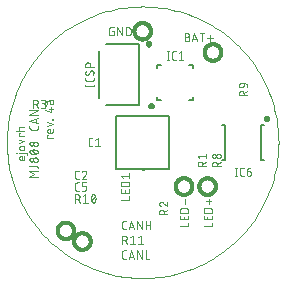
<source format=gbr>
G04 EAGLE Gerber RS-274X export*
G75*
%MOMM*%
%FSLAX35Y35*%
%LPD*%
%INsilk_top*%
%IPPOS*%
%AMOC8*
5,1,8,0,0,1.08239X$1,22.5*%
G01*
%ADD10C,0.050800*%
%ADD11C,0.010000*%
%ADD12C,0.127000*%
%ADD13C,0.300000*%
%ADD14C,0.100000*%


D10*
X-1001290Y-118212D02*
X-1001290Y-137634D01*
X-1001293Y-137916D01*
X-1001304Y-138197D01*
X-1001321Y-138478D01*
X-1001344Y-138759D01*
X-1001375Y-139039D01*
X-1001412Y-139318D01*
X-1001456Y-139596D01*
X-1001507Y-139873D01*
X-1001565Y-140149D01*
X-1001629Y-140423D01*
X-1001699Y-140695D01*
X-1001777Y-140966D01*
X-1001860Y-141235D01*
X-1001951Y-141502D01*
X-1002047Y-141766D01*
X-1002150Y-142028D01*
X-1002260Y-142288D01*
X-1002375Y-142545D01*
X-1002497Y-142799D01*
X-1002625Y-143049D01*
X-1002759Y-143297D01*
X-1002898Y-143542D01*
X-1003044Y-143783D01*
X-1003196Y-144020D01*
X-1003353Y-144254D01*
X-1003516Y-144483D01*
X-1003684Y-144709D01*
X-1003857Y-144931D01*
X-1004036Y-145148D01*
X-1004221Y-145361D01*
X-1004410Y-145570D01*
X-1004604Y-145774D01*
X-1004803Y-145973D01*
X-1005007Y-146167D01*
X-1005216Y-146356D01*
X-1005429Y-146541D01*
X-1005646Y-146720D01*
X-1005868Y-146893D01*
X-1006094Y-147061D01*
X-1006323Y-147224D01*
X-1006557Y-147381D01*
X-1006794Y-147533D01*
X-1007035Y-147679D01*
X-1007280Y-147818D01*
X-1007528Y-147952D01*
X-1007778Y-148080D01*
X-1008032Y-148202D01*
X-1008289Y-148317D01*
X-1008549Y-148427D01*
X-1008811Y-148530D01*
X-1009075Y-148626D01*
X-1009342Y-148717D01*
X-1009611Y-148800D01*
X-1009882Y-148878D01*
X-1010154Y-148948D01*
X-1010428Y-149012D01*
X-1010704Y-149070D01*
X-1010981Y-149121D01*
X-1011259Y-149165D01*
X-1011538Y-149202D01*
X-1011818Y-149233D01*
X-1012099Y-149256D01*
X-1012380Y-149273D01*
X-1012661Y-149284D01*
X-1012943Y-149287D01*
X-1032365Y-149287D01*
X-1032743Y-149282D01*
X-1033122Y-149269D01*
X-1033499Y-149246D01*
X-1033876Y-149213D01*
X-1034252Y-149172D01*
X-1034627Y-149121D01*
X-1035001Y-149062D01*
X-1035373Y-148993D01*
X-1035743Y-148915D01*
X-1036112Y-148829D01*
X-1036478Y-148733D01*
X-1036841Y-148628D01*
X-1037202Y-148515D01*
X-1037561Y-148393D01*
X-1037916Y-148262D01*
X-1038267Y-148122D01*
X-1038616Y-147974D01*
X-1038960Y-147818D01*
X-1039301Y-147653D01*
X-1039637Y-147480D01*
X-1039970Y-147299D01*
X-1040297Y-147110D01*
X-1040620Y-146913D01*
X-1040938Y-146708D01*
X-1041251Y-146495D01*
X-1041559Y-146275D01*
X-1041861Y-146047D01*
X-1042158Y-145812D01*
X-1042449Y-145570D01*
X-1042734Y-145321D01*
X-1043013Y-145065D01*
X-1043285Y-144803D01*
X-1043551Y-144534D01*
X-1043810Y-144258D01*
X-1044063Y-143976D01*
X-1044308Y-143688D01*
X-1044547Y-143394D01*
X-1044778Y-143095D01*
X-1045002Y-142790D01*
X-1045218Y-142480D01*
X-1045427Y-142164D01*
X-1045628Y-141843D01*
X-1045821Y-141518D01*
X-1046006Y-141188D01*
X-1046184Y-140854D01*
X-1046353Y-140515D01*
X-1046513Y-140172D01*
X-1046665Y-139826D01*
X-1046809Y-139476D01*
X-1046944Y-139123D01*
X-1047071Y-138766D01*
X-1047189Y-138406D01*
X-1047298Y-138044D01*
X-1047398Y-137679D01*
X-1047489Y-137312D01*
X-1047571Y-136943D01*
X-1047645Y-136571D01*
X-1047709Y-136198D01*
X-1047764Y-135824D01*
X-1047810Y-135448D01*
X-1047847Y-135072D01*
X-1047874Y-134694D01*
X-1047893Y-134316D01*
X-1047902Y-133938D01*
X-1047902Y-133560D01*
X-1047893Y-133182D01*
X-1047874Y-132804D01*
X-1047847Y-132426D01*
X-1047810Y-132050D01*
X-1047764Y-131674D01*
X-1047709Y-131300D01*
X-1047645Y-130927D01*
X-1047571Y-130555D01*
X-1047489Y-130186D01*
X-1047398Y-129819D01*
X-1047298Y-129454D01*
X-1047189Y-129092D01*
X-1047071Y-128732D01*
X-1046944Y-128375D01*
X-1046809Y-128022D01*
X-1046665Y-127672D01*
X-1046513Y-127326D01*
X-1046353Y-126983D01*
X-1046184Y-126644D01*
X-1046006Y-126310D01*
X-1045821Y-125980D01*
X-1045628Y-125655D01*
X-1045427Y-125334D01*
X-1045218Y-125018D01*
X-1045002Y-124708D01*
X-1044778Y-124403D01*
X-1044547Y-124104D01*
X-1044308Y-123810D01*
X-1044063Y-123522D01*
X-1043810Y-123240D01*
X-1043551Y-122964D01*
X-1043285Y-122695D01*
X-1043013Y-122433D01*
X-1042734Y-122177D01*
X-1042449Y-121928D01*
X-1042158Y-121686D01*
X-1041861Y-121451D01*
X-1041559Y-121223D01*
X-1041251Y-121003D01*
X-1040938Y-120790D01*
X-1040620Y-120585D01*
X-1040297Y-120388D01*
X-1039970Y-120199D01*
X-1039637Y-120018D01*
X-1039301Y-119845D01*
X-1038960Y-119680D01*
X-1038616Y-119524D01*
X-1038267Y-119376D01*
X-1037916Y-119236D01*
X-1037561Y-119105D01*
X-1037202Y-118983D01*
X-1036841Y-118870D01*
X-1036478Y-118765D01*
X-1036112Y-118669D01*
X-1035743Y-118583D01*
X-1035373Y-118505D01*
X-1035001Y-118436D01*
X-1034627Y-118377D01*
X-1034252Y-118326D01*
X-1033876Y-118285D01*
X-1033499Y-118252D01*
X-1033122Y-118229D01*
X-1032743Y-118216D01*
X-1032365Y-118211D01*
X-1032365Y-118212D02*
X-1024597Y-118212D01*
X-1024597Y-149287D01*
X-1047903Y-92077D02*
X-989637Y-92077D01*
X-989351Y-92081D01*
X-989065Y-92091D01*
X-988780Y-92109D01*
X-988495Y-92133D01*
X-988210Y-92165D01*
X-987927Y-92203D01*
X-987645Y-92249D01*
X-987363Y-92301D01*
X-987084Y-92360D01*
X-986805Y-92426D01*
X-986529Y-92499D01*
X-986254Y-92579D01*
X-985981Y-92665D01*
X-985711Y-92758D01*
X-985443Y-92858D01*
X-985177Y-92964D01*
X-984914Y-93077D01*
X-984654Y-93196D01*
X-984397Y-93321D01*
X-984144Y-93453D01*
X-983893Y-93591D01*
X-983646Y-93735D01*
X-983402Y-93885D01*
X-983163Y-94041D01*
X-982927Y-94203D01*
X-982695Y-94370D01*
X-982467Y-94543D01*
X-982244Y-94722D01*
X-982025Y-94906D01*
X-981811Y-95096D01*
X-981601Y-95290D01*
X-981397Y-95490D01*
X-981197Y-95695D01*
X-981002Y-95904D01*
X-980813Y-96119D01*
X-980629Y-96338D01*
X-980450Y-96561D01*
X-980277Y-96788D01*
X-980109Y-97020D01*
X-979947Y-97256D01*
X-979791Y-97496D01*
X-979641Y-97739D01*
X-979497Y-97986D01*
X-979359Y-98237D01*
X-979228Y-98491D01*
X-979102Y-98748D01*
X-978983Y-99008D01*
X-978870Y-99271D01*
X-978764Y-99536D01*
X-978664Y-99804D01*
X-978571Y-100075D01*
X-978485Y-100348D01*
X-978405Y-100622D01*
X-978332Y-100899D01*
X-978266Y-101177D01*
X-978207Y-101457D01*
X-978155Y-101738D01*
X-978109Y-102020D01*
X-978071Y-102304D01*
X-978039Y-102588D01*
X-978015Y-102873D01*
X-977997Y-103159D01*
X-977987Y-103444D01*
X-977983Y-103730D01*
X-977983Y-107615D01*
X-1067325Y-94019D02*
X-1071210Y-94019D01*
X-1071210Y-90135D01*
X-1067325Y-90135D01*
X-1067325Y-94019D01*
X-1032365Y-63788D02*
X-1016828Y-63788D01*
X-1032365Y-63788D02*
X-1032743Y-63783D01*
X-1033122Y-63770D01*
X-1033499Y-63747D01*
X-1033876Y-63714D01*
X-1034252Y-63673D01*
X-1034627Y-63622D01*
X-1035001Y-63563D01*
X-1035373Y-63494D01*
X-1035743Y-63416D01*
X-1036112Y-63330D01*
X-1036478Y-63234D01*
X-1036841Y-63129D01*
X-1037202Y-63016D01*
X-1037561Y-62894D01*
X-1037916Y-62763D01*
X-1038267Y-62623D01*
X-1038616Y-62475D01*
X-1038960Y-62319D01*
X-1039301Y-62154D01*
X-1039637Y-61981D01*
X-1039970Y-61800D01*
X-1040297Y-61611D01*
X-1040620Y-61414D01*
X-1040938Y-61209D01*
X-1041251Y-60996D01*
X-1041559Y-60776D01*
X-1041861Y-60548D01*
X-1042158Y-60313D01*
X-1042449Y-60071D01*
X-1042734Y-59822D01*
X-1043013Y-59566D01*
X-1043285Y-59304D01*
X-1043551Y-59035D01*
X-1043810Y-58759D01*
X-1044063Y-58477D01*
X-1044308Y-58189D01*
X-1044547Y-57895D01*
X-1044778Y-57596D01*
X-1045002Y-57291D01*
X-1045218Y-56981D01*
X-1045427Y-56665D01*
X-1045628Y-56344D01*
X-1045821Y-56019D01*
X-1046006Y-55689D01*
X-1046184Y-55355D01*
X-1046353Y-55016D01*
X-1046513Y-54673D01*
X-1046665Y-54327D01*
X-1046809Y-53977D01*
X-1046944Y-53624D01*
X-1047071Y-53267D01*
X-1047189Y-52907D01*
X-1047298Y-52545D01*
X-1047398Y-52180D01*
X-1047489Y-51813D01*
X-1047571Y-51444D01*
X-1047645Y-51072D01*
X-1047709Y-50699D01*
X-1047764Y-50325D01*
X-1047810Y-49949D01*
X-1047847Y-49573D01*
X-1047874Y-49195D01*
X-1047893Y-48817D01*
X-1047902Y-48439D01*
X-1047902Y-48061D01*
X-1047893Y-47683D01*
X-1047874Y-47305D01*
X-1047847Y-46927D01*
X-1047810Y-46551D01*
X-1047764Y-46175D01*
X-1047709Y-45801D01*
X-1047645Y-45428D01*
X-1047571Y-45056D01*
X-1047489Y-44687D01*
X-1047398Y-44320D01*
X-1047298Y-43955D01*
X-1047189Y-43593D01*
X-1047071Y-43233D01*
X-1046944Y-42876D01*
X-1046809Y-42523D01*
X-1046665Y-42173D01*
X-1046513Y-41827D01*
X-1046353Y-41484D01*
X-1046184Y-41145D01*
X-1046006Y-40811D01*
X-1045821Y-40481D01*
X-1045628Y-40156D01*
X-1045427Y-39835D01*
X-1045218Y-39519D01*
X-1045002Y-39209D01*
X-1044778Y-38904D01*
X-1044547Y-38605D01*
X-1044308Y-38311D01*
X-1044063Y-38023D01*
X-1043810Y-37741D01*
X-1043551Y-37465D01*
X-1043285Y-37196D01*
X-1043013Y-36934D01*
X-1042734Y-36678D01*
X-1042449Y-36429D01*
X-1042158Y-36187D01*
X-1041861Y-35952D01*
X-1041559Y-35724D01*
X-1041251Y-35504D01*
X-1040938Y-35291D01*
X-1040620Y-35086D01*
X-1040297Y-34889D01*
X-1039970Y-34700D01*
X-1039637Y-34519D01*
X-1039301Y-34346D01*
X-1038960Y-34181D01*
X-1038616Y-34025D01*
X-1038267Y-33877D01*
X-1037916Y-33737D01*
X-1037561Y-33606D01*
X-1037202Y-33484D01*
X-1036841Y-33371D01*
X-1036478Y-33266D01*
X-1036112Y-33170D01*
X-1035743Y-33084D01*
X-1035373Y-33006D01*
X-1035001Y-32937D01*
X-1034627Y-32878D01*
X-1034252Y-32827D01*
X-1033876Y-32786D01*
X-1033499Y-32753D01*
X-1033122Y-32730D01*
X-1032743Y-32717D01*
X-1032365Y-32712D01*
X-1016828Y-32712D01*
X-1016450Y-32717D01*
X-1016071Y-32730D01*
X-1015694Y-32753D01*
X-1015317Y-32786D01*
X-1014941Y-32827D01*
X-1014566Y-32878D01*
X-1014192Y-32937D01*
X-1013820Y-33006D01*
X-1013450Y-33084D01*
X-1013081Y-33170D01*
X-1012715Y-33266D01*
X-1012352Y-33371D01*
X-1011991Y-33484D01*
X-1011632Y-33606D01*
X-1011277Y-33737D01*
X-1010926Y-33877D01*
X-1010577Y-34025D01*
X-1010233Y-34181D01*
X-1009892Y-34346D01*
X-1009556Y-34519D01*
X-1009223Y-34700D01*
X-1008896Y-34889D01*
X-1008573Y-35086D01*
X-1008255Y-35291D01*
X-1007942Y-35504D01*
X-1007634Y-35724D01*
X-1007332Y-35952D01*
X-1007035Y-36187D01*
X-1006744Y-36429D01*
X-1006459Y-36678D01*
X-1006180Y-36934D01*
X-1005908Y-37196D01*
X-1005642Y-37465D01*
X-1005383Y-37741D01*
X-1005130Y-38023D01*
X-1004885Y-38311D01*
X-1004646Y-38605D01*
X-1004415Y-38904D01*
X-1004191Y-39209D01*
X-1003975Y-39519D01*
X-1003766Y-39835D01*
X-1003565Y-40156D01*
X-1003372Y-40481D01*
X-1003187Y-40811D01*
X-1003009Y-41145D01*
X-1002840Y-41484D01*
X-1002680Y-41827D01*
X-1002528Y-42173D01*
X-1002384Y-42523D01*
X-1002249Y-42876D01*
X-1002122Y-43233D01*
X-1002004Y-43593D01*
X-1001895Y-43955D01*
X-1001795Y-44320D01*
X-1001704Y-44687D01*
X-1001622Y-45056D01*
X-1001548Y-45428D01*
X-1001484Y-45801D01*
X-1001429Y-46175D01*
X-1001383Y-46551D01*
X-1001346Y-46927D01*
X-1001319Y-47305D01*
X-1001300Y-47683D01*
X-1001291Y-48061D01*
X-1001291Y-48439D01*
X-1001300Y-48817D01*
X-1001319Y-49195D01*
X-1001346Y-49573D01*
X-1001383Y-49949D01*
X-1001429Y-50325D01*
X-1001484Y-50699D01*
X-1001548Y-51072D01*
X-1001622Y-51444D01*
X-1001704Y-51813D01*
X-1001795Y-52180D01*
X-1001895Y-52545D01*
X-1002004Y-52907D01*
X-1002122Y-53267D01*
X-1002249Y-53624D01*
X-1002384Y-53977D01*
X-1002528Y-54327D01*
X-1002680Y-54673D01*
X-1002840Y-55016D01*
X-1003009Y-55355D01*
X-1003187Y-55689D01*
X-1003372Y-56019D01*
X-1003565Y-56344D01*
X-1003766Y-56665D01*
X-1003975Y-56981D01*
X-1004191Y-57291D01*
X-1004415Y-57596D01*
X-1004646Y-57895D01*
X-1004885Y-58189D01*
X-1005130Y-58477D01*
X-1005383Y-58759D01*
X-1005642Y-59035D01*
X-1005908Y-59304D01*
X-1006180Y-59566D01*
X-1006459Y-59822D01*
X-1006744Y-60071D01*
X-1007035Y-60313D01*
X-1007332Y-60548D01*
X-1007634Y-60776D01*
X-1007942Y-60996D01*
X-1008255Y-61209D01*
X-1008573Y-61414D01*
X-1008896Y-61611D01*
X-1009223Y-61800D01*
X-1009556Y-61981D01*
X-1009892Y-62154D01*
X-1010233Y-62319D01*
X-1010577Y-62475D01*
X-1010926Y-62623D01*
X-1011277Y-62763D01*
X-1011632Y-62894D01*
X-1011991Y-63016D01*
X-1012352Y-63129D01*
X-1012715Y-63234D01*
X-1013081Y-63330D01*
X-1013450Y-63416D01*
X-1013820Y-63494D01*
X-1014192Y-63563D01*
X-1014566Y-63622D01*
X-1014941Y-63673D01*
X-1015317Y-63714D01*
X-1015694Y-63747D01*
X-1016071Y-63770D01*
X-1016450Y-63783D01*
X-1016828Y-63788D01*
X-1047903Y-7538D02*
X-1001290Y8000D01*
X-1047903Y23538D01*
X-1047903Y51324D02*
X-1001290Y51324D01*
X-1047903Y51324D02*
X-1047903Y74631D01*
X-1040134Y74631D01*
X-1071210Y98212D02*
X-1001290Y98212D01*
X-1047903Y98212D02*
X-1047903Y117634D01*
X-1047900Y117916D01*
X-1047889Y118197D01*
X-1047872Y118478D01*
X-1047849Y118759D01*
X-1047818Y119039D01*
X-1047781Y119318D01*
X-1047737Y119596D01*
X-1047686Y119873D01*
X-1047628Y120149D01*
X-1047564Y120423D01*
X-1047494Y120695D01*
X-1047416Y120966D01*
X-1047333Y121235D01*
X-1047242Y121502D01*
X-1047146Y121766D01*
X-1047043Y122028D01*
X-1046933Y122288D01*
X-1046818Y122545D01*
X-1046696Y122799D01*
X-1046568Y123049D01*
X-1046434Y123297D01*
X-1046295Y123542D01*
X-1046149Y123783D01*
X-1045997Y124020D01*
X-1045840Y124254D01*
X-1045677Y124483D01*
X-1045509Y124709D01*
X-1045336Y124931D01*
X-1045157Y125148D01*
X-1044972Y125361D01*
X-1044783Y125570D01*
X-1044589Y125774D01*
X-1044390Y125973D01*
X-1044186Y126167D01*
X-1043977Y126356D01*
X-1043764Y126541D01*
X-1043547Y126720D01*
X-1043325Y126893D01*
X-1043099Y127061D01*
X-1042870Y127224D01*
X-1042636Y127381D01*
X-1042399Y127533D01*
X-1042158Y127679D01*
X-1041913Y127818D01*
X-1041665Y127952D01*
X-1041415Y128080D01*
X-1041161Y128202D01*
X-1040904Y128317D01*
X-1040644Y128427D01*
X-1040382Y128530D01*
X-1040118Y128626D01*
X-1039851Y128717D01*
X-1039582Y128800D01*
X-1039311Y128878D01*
X-1039039Y128948D01*
X-1038765Y129012D01*
X-1038489Y129070D01*
X-1038212Y129121D01*
X-1037934Y129165D01*
X-1037655Y129202D01*
X-1037375Y129233D01*
X-1037094Y129256D01*
X-1036813Y129273D01*
X-1036532Y129284D01*
X-1036250Y129287D01*
X-1001290Y129287D01*
X-958710Y-292364D02*
X-888790Y-292364D01*
X-919865Y-269058D02*
X-958710Y-292364D01*
X-919865Y-269058D02*
X-958710Y-245751D01*
X-888790Y-245751D01*
X-904328Y-197632D02*
X-958710Y-197632D01*
X-904328Y-197632D02*
X-903953Y-197637D01*
X-903577Y-197650D01*
X-903202Y-197673D01*
X-902828Y-197705D01*
X-902455Y-197745D01*
X-902083Y-197795D01*
X-901712Y-197854D01*
X-901343Y-197921D01*
X-900975Y-197998D01*
X-900609Y-198084D01*
X-900246Y-198178D01*
X-899885Y-198281D01*
X-899526Y-198393D01*
X-899171Y-198513D01*
X-898818Y-198642D01*
X-898469Y-198779D01*
X-898123Y-198925D01*
X-897780Y-199079D01*
X-897442Y-199241D01*
X-897107Y-199412D01*
X-896777Y-199590D01*
X-896451Y-199777D01*
X-896129Y-199971D01*
X-895813Y-200173D01*
X-895501Y-200383D01*
X-895195Y-200600D01*
X-894894Y-200824D01*
X-894598Y-201056D01*
X-894308Y-201294D01*
X-894024Y-201540D01*
X-893746Y-201792D01*
X-893474Y-202051D01*
X-893209Y-202317D01*
X-892950Y-202588D01*
X-892698Y-202867D01*
X-892452Y-203151D01*
X-892213Y-203440D01*
X-891982Y-203736D01*
X-891757Y-204037D01*
X-891540Y-204344D01*
X-891331Y-204655D01*
X-891129Y-204972D01*
X-890935Y-205293D01*
X-890748Y-205619D01*
X-890570Y-205949D01*
X-890399Y-206284D01*
X-890237Y-206622D01*
X-890083Y-206965D01*
X-889937Y-207311D01*
X-889800Y-207660D01*
X-889671Y-208013D01*
X-889550Y-208369D01*
X-889439Y-208727D01*
X-889336Y-209088D01*
X-889241Y-209452D01*
X-889156Y-209817D01*
X-889079Y-210185D01*
X-889012Y-210554D01*
X-888953Y-210925D01*
X-888903Y-211297D01*
X-888863Y-211671D01*
X-888831Y-212045D01*
X-888808Y-212420D01*
X-888795Y-212795D01*
X-888790Y-213170D01*
X-888790Y-220939D01*
X-908212Y-166980D02*
X-908685Y-166974D01*
X-909158Y-166957D01*
X-909630Y-166928D01*
X-910101Y-166888D01*
X-910571Y-166836D01*
X-911040Y-166773D01*
X-911507Y-166698D01*
X-911972Y-166613D01*
X-912435Y-166515D01*
X-912895Y-166407D01*
X-913353Y-166287D01*
X-913807Y-166157D01*
X-914259Y-166015D01*
X-914706Y-165862D01*
X-915150Y-165698D01*
X-915590Y-165524D01*
X-916025Y-165339D01*
X-916456Y-165144D01*
X-916882Y-164938D01*
X-917302Y-164721D01*
X-917717Y-164495D01*
X-918127Y-164258D01*
X-918531Y-164012D01*
X-918928Y-163756D01*
X-919320Y-163490D01*
X-919704Y-163215D01*
X-920082Y-162930D01*
X-920453Y-162637D01*
X-920817Y-162334D01*
X-921173Y-162023D01*
X-921521Y-161703D01*
X-921862Y-161375D01*
X-922194Y-161038D01*
X-922518Y-160694D01*
X-922834Y-160342D01*
X-923141Y-159982D01*
X-923439Y-159615D01*
X-923728Y-159240D01*
X-924008Y-158859D01*
X-924278Y-158471D01*
X-924539Y-158076D01*
X-924790Y-157676D01*
X-925032Y-157269D01*
X-925263Y-156857D01*
X-925485Y-156439D01*
X-925696Y-156015D01*
X-925897Y-155587D01*
X-926087Y-155154D01*
X-926267Y-154717D01*
X-926436Y-154275D01*
X-926594Y-153829D01*
X-926741Y-153380D01*
X-926877Y-152927D01*
X-927002Y-152470D01*
X-927117Y-152011D01*
X-927219Y-151550D01*
X-927311Y-151086D01*
X-927391Y-150620D01*
X-927460Y-150152D01*
X-927517Y-149682D01*
X-927563Y-149211D01*
X-927598Y-148740D01*
X-927621Y-148267D01*
X-927633Y-147794D01*
X-927633Y-147322D01*
X-927621Y-146849D01*
X-927598Y-146376D01*
X-927563Y-145905D01*
X-927517Y-145434D01*
X-927460Y-144964D01*
X-927391Y-144496D01*
X-927311Y-144030D01*
X-927219Y-143566D01*
X-927117Y-143105D01*
X-927002Y-142646D01*
X-926877Y-142189D01*
X-926741Y-141736D01*
X-926594Y-141287D01*
X-926436Y-140841D01*
X-926267Y-140399D01*
X-926087Y-139962D01*
X-925897Y-139529D01*
X-925696Y-139101D01*
X-925485Y-138677D01*
X-925263Y-138259D01*
X-925032Y-137847D01*
X-924790Y-137440D01*
X-924539Y-137040D01*
X-924278Y-136645D01*
X-924008Y-136257D01*
X-923728Y-135876D01*
X-923439Y-135501D01*
X-923141Y-135134D01*
X-922834Y-134774D01*
X-922518Y-134422D01*
X-922194Y-134078D01*
X-921862Y-133741D01*
X-921521Y-133413D01*
X-921173Y-133093D01*
X-920817Y-132782D01*
X-920453Y-132479D01*
X-920082Y-132186D01*
X-919704Y-131901D01*
X-919320Y-131626D01*
X-918928Y-131360D01*
X-918531Y-131104D01*
X-918127Y-130858D01*
X-917717Y-130621D01*
X-917302Y-130395D01*
X-916882Y-130178D01*
X-916456Y-129972D01*
X-916025Y-129777D01*
X-915590Y-129592D01*
X-915150Y-129418D01*
X-914706Y-129254D01*
X-914259Y-129101D01*
X-913807Y-128959D01*
X-913353Y-128829D01*
X-912895Y-128709D01*
X-912435Y-128601D01*
X-911972Y-128503D01*
X-911507Y-128418D01*
X-911040Y-128343D01*
X-910571Y-128280D01*
X-910101Y-128228D01*
X-909630Y-128188D01*
X-909158Y-128159D01*
X-908685Y-128142D01*
X-908212Y-128136D01*
X-907739Y-128142D01*
X-907266Y-128159D01*
X-906794Y-128188D01*
X-906323Y-128228D01*
X-905853Y-128280D01*
X-905384Y-128343D01*
X-904917Y-128418D01*
X-904452Y-128503D01*
X-903989Y-128601D01*
X-903529Y-128709D01*
X-903071Y-128829D01*
X-902617Y-128959D01*
X-902165Y-129101D01*
X-901718Y-129254D01*
X-901274Y-129418D01*
X-900834Y-129592D01*
X-900399Y-129777D01*
X-899968Y-129972D01*
X-899542Y-130178D01*
X-899122Y-130395D01*
X-898707Y-130621D01*
X-898297Y-130858D01*
X-897893Y-131104D01*
X-897496Y-131360D01*
X-897104Y-131626D01*
X-896720Y-131901D01*
X-896342Y-132186D01*
X-895971Y-132479D01*
X-895607Y-132782D01*
X-895251Y-133093D01*
X-894903Y-133413D01*
X-894562Y-133741D01*
X-894230Y-134078D01*
X-893906Y-134422D01*
X-893590Y-134774D01*
X-893283Y-135134D01*
X-892985Y-135501D01*
X-892696Y-135876D01*
X-892416Y-136257D01*
X-892146Y-136645D01*
X-891885Y-137040D01*
X-891634Y-137440D01*
X-891392Y-137847D01*
X-891161Y-138259D01*
X-890939Y-138677D01*
X-890728Y-139101D01*
X-890527Y-139529D01*
X-890337Y-139962D01*
X-890157Y-140399D01*
X-889988Y-140841D01*
X-889830Y-141287D01*
X-889683Y-141736D01*
X-889547Y-142189D01*
X-889422Y-142646D01*
X-889307Y-143105D01*
X-889205Y-143566D01*
X-889113Y-144030D01*
X-889033Y-144496D01*
X-888964Y-144964D01*
X-888907Y-145434D01*
X-888861Y-145905D01*
X-888826Y-146376D01*
X-888803Y-146849D01*
X-888791Y-147322D01*
X-888791Y-147794D01*
X-888803Y-148267D01*
X-888826Y-148740D01*
X-888861Y-149211D01*
X-888907Y-149682D01*
X-888964Y-150152D01*
X-889033Y-150620D01*
X-889113Y-151086D01*
X-889205Y-151550D01*
X-889307Y-152011D01*
X-889422Y-152470D01*
X-889547Y-152927D01*
X-889683Y-153380D01*
X-889830Y-153829D01*
X-889988Y-154275D01*
X-890157Y-154717D01*
X-890337Y-155154D01*
X-890527Y-155587D01*
X-890728Y-156015D01*
X-890939Y-156439D01*
X-891161Y-156857D01*
X-891392Y-157269D01*
X-891634Y-157676D01*
X-891885Y-158076D01*
X-892146Y-158471D01*
X-892416Y-158859D01*
X-892696Y-159240D01*
X-892985Y-159615D01*
X-893283Y-159982D01*
X-893590Y-160342D01*
X-893906Y-160694D01*
X-894230Y-161038D01*
X-894562Y-161375D01*
X-894903Y-161703D01*
X-895251Y-162023D01*
X-895607Y-162334D01*
X-895971Y-162637D01*
X-896342Y-162930D01*
X-896720Y-163215D01*
X-897104Y-163490D01*
X-897496Y-163756D01*
X-897893Y-164012D01*
X-898297Y-164258D01*
X-898707Y-164495D01*
X-899122Y-164721D01*
X-899542Y-164938D01*
X-899968Y-165144D01*
X-900399Y-165339D01*
X-900834Y-165524D01*
X-901274Y-165698D01*
X-901718Y-165862D01*
X-902165Y-166015D01*
X-902617Y-166157D01*
X-903071Y-166287D01*
X-903529Y-166407D01*
X-903989Y-166515D01*
X-904452Y-166613D01*
X-904917Y-166698D01*
X-905384Y-166773D01*
X-905853Y-166836D01*
X-906323Y-166888D01*
X-906794Y-166928D01*
X-907266Y-166957D01*
X-907739Y-166974D01*
X-908212Y-166980D01*
X-943172Y-163096D02*
X-943550Y-163091D01*
X-943929Y-163078D01*
X-944306Y-163055D01*
X-944683Y-163022D01*
X-945059Y-162981D01*
X-945434Y-162930D01*
X-945808Y-162871D01*
X-946180Y-162802D01*
X-946550Y-162724D01*
X-946919Y-162638D01*
X-947285Y-162542D01*
X-947648Y-162437D01*
X-948009Y-162324D01*
X-948368Y-162202D01*
X-948723Y-162071D01*
X-949074Y-161931D01*
X-949423Y-161783D01*
X-949767Y-161627D01*
X-950108Y-161462D01*
X-950444Y-161289D01*
X-950777Y-161108D01*
X-951104Y-160919D01*
X-951427Y-160722D01*
X-951745Y-160517D01*
X-952058Y-160304D01*
X-952366Y-160084D01*
X-952668Y-159856D01*
X-952965Y-159621D01*
X-953256Y-159379D01*
X-953541Y-159130D01*
X-953820Y-158874D01*
X-954092Y-158612D01*
X-954358Y-158343D01*
X-954617Y-158067D01*
X-954870Y-157785D01*
X-955115Y-157497D01*
X-955354Y-157203D01*
X-955585Y-156904D01*
X-955809Y-156599D01*
X-956025Y-156289D01*
X-956234Y-155973D01*
X-956435Y-155652D01*
X-956628Y-155327D01*
X-956813Y-154997D01*
X-956991Y-154663D01*
X-957160Y-154324D01*
X-957320Y-153981D01*
X-957472Y-153635D01*
X-957616Y-153285D01*
X-957751Y-152932D01*
X-957878Y-152575D01*
X-957996Y-152215D01*
X-958105Y-151853D01*
X-958205Y-151488D01*
X-958296Y-151121D01*
X-958378Y-150752D01*
X-958452Y-150380D01*
X-958516Y-150007D01*
X-958571Y-149633D01*
X-958617Y-149257D01*
X-958654Y-148881D01*
X-958681Y-148503D01*
X-958700Y-148125D01*
X-958709Y-147747D01*
X-958709Y-147369D01*
X-958700Y-146991D01*
X-958681Y-146613D01*
X-958654Y-146235D01*
X-958617Y-145859D01*
X-958571Y-145483D01*
X-958516Y-145109D01*
X-958452Y-144736D01*
X-958378Y-144364D01*
X-958296Y-143995D01*
X-958205Y-143628D01*
X-958105Y-143263D01*
X-957996Y-142901D01*
X-957878Y-142541D01*
X-957751Y-142184D01*
X-957616Y-141831D01*
X-957472Y-141481D01*
X-957320Y-141135D01*
X-957160Y-140792D01*
X-956991Y-140453D01*
X-956813Y-140119D01*
X-956628Y-139789D01*
X-956435Y-139464D01*
X-956234Y-139143D01*
X-956025Y-138827D01*
X-955809Y-138517D01*
X-955585Y-138212D01*
X-955354Y-137913D01*
X-955115Y-137619D01*
X-954870Y-137331D01*
X-954617Y-137049D01*
X-954358Y-136773D01*
X-954092Y-136504D01*
X-953820Y-136242D01*
X-953541Y-135986D01*
X-953256Y-135737D01*
X-952965Y-135495D01*
X-952668Y-135260D01*
X-952366Y-135032D01*
X-952058Y-134812D01*
X-951745Y-134599D01*
X-951427Y-134394D01*
X-951104Y-134197D01*
X-950777Y-134008D01*
X-950444Y-133827D01*
X-950108Y-133654D01*
X-949767Y-133489D01*
X-949423Y-133333D01*
X-949074Y-133185D01*
X-948723Y-133045D01*
X-948368Y-132914D01*
X-948009Y-132792D01*
X-947648Y-132679D01*
X-947285Y-132574D01*
X-946919Y-132478D01*
X-946550Y-132392D01*
X-946180Y-132314D01*
X-945808Y-132245D01*
X-945434Y-132186D01*
X-945059Y-132135D01*
X-944683Y-132094D01*
X-944306Y-132061D01*
X-943929Y-132038D01*
X-943550Y-132025D01*
X-943172Y-132020D01*
X-942794Y-132025D01*
X-942415Y-132038D01*
X-942038Y-132061D01*
X-941661Y-132094D01*
X-941285Y-132135D01*
X-940910Y-132186D01*
X-940536Y-132245D01*
X-940164Y-132314D01*
X-939794Y-132392D01*
X-939425Y-132478D01*
X-939059Y-132574D01*
X-938696Y-132679D01*
X-938335Y-132792D01*
X-937976Y-132914D01*
X-937621Y-133045D01*
X-937270Y-133185D01*
X-936921Y-133333D01*
X-936577Y-133489D01*
X-936236Y-133654D01*
X-935900Y-133827D01*
X-935567Y-134008D01*
X-935240Y-134197D01*
X-934917Y-134394D01*
X-934599Y-134599D01*
X-934286Y-134812D01*
X-933978Y-135032D01*
X-933676Y-135260D01*
X-933379Y-135495D01*
X-933088Y-135737D01*
X-932803Y-135986D01*
X-932524Y-136242D01*
X-932252Y-136504D01*
X-931986Y-136773D01*
X-931727Y-137049D01*
X-931474Y-137331D01*
X-931229Y-137619D01*
X-930990Y-137913D01*
X-930759Y-138212D01*
X-930535Y-138517D01*
X-930319Y-138827D01*
X-930110Y-139143D01*
X-929909Y-139464D01*
X-929716Y-139789D01*
X-929531Y-140119D01*
X-929353Y-140453D01*
X-929184Y-140792D01*
X-929024Y-141135D01*
X-928872Y-141481D01*
X-928728Y-141831D01*
X-928593Y-142184D01*
X-928466Y-142541D01*
X-928348Y-142901D01*
X-928239Y-143263D01*
X-928139Y-143628D01*
X-928048Y-143995D01*
X-927966Y-144364D01*
X-927892Y-144736D01*
X-927828Y-145109D01*
X-927773Y-145483D01*
X-927727Y-145859D01*
X-927690Y-146235D01*
X-927663Y-146613D01*
X-927644Y-146991D01*
X-927635Y-147369D01*
X-927635Y-147747D01*
X-927644Y-148125D01*
X-927663Y-148503D01*
X-927690Y-148881D01*
X-927727Y-149257D01*
X-927773Y-149633D01*
X-927828Y-150007D01*
X-927892Y-150380D01*
X-927966Y-150752D01*
X-928048Y-151121D01*
X-928139Y-151488D01*
X-928239Y-151853D01*
X-928348Y-152215D01*
X-928466Y-152575D01*
X-928593Y-152932D01*
X-928728Y-153285D01*
X-928872Y-153635D01*
X-929024Y-153981D01*
X-929184Y-154324D01*
X-929353Y-154663D01*
X-929531Y-154997D01*
X-929716Y-155327D01*
X-929909Y-155652D01*
X-930110Y-155973D01*
X-930319Y-156289D01*
X-930535Y-156599D01*
X-930759Y-156904D01*
X-930990Y-157203D01*
X-931229Y-157497D01*
X-931474Y-157785D01*
X-931727Y-158067D01*
X-931986Y-158343D01*
X-932252Y-158612D01*
X-932524Y-158874D01*
X-932803Y-159130D01*
X-933088Y-159379D01*
X-933379Y-159621D01*
X-933676Y-159856D01*
X-933978Y-160084D01*
X-934286Y-160304D01*
X-934599Y-160517D01*
X-934917Y-160722D01*
X-935240Y-160919D01*
X-935567Y-161108D01*
X-935900Y-161289D01*
X-936236Y-161462D01*
X-936577Y-161627D01*
X-936921Y-161783D01*
X-937270Y-161931D01*
X-937621Y-162071D01*
X-937976Y-162202D01*
X-938335Y-162324D01*
X-938696Y-162437D01*
X-939059Y-162542D01*
X-939425Y-162638D01*
X-939794Y-162724D01*
X-940164Y-162802D01*
X-940536Y-162871D01*
X-940910Y-162930D01*
X-941285Y-162981D01*
X-941661Y-163022D01*
X-942038Y-163055D01*
X-942415Y-163078D01*
X-942794Y-163091D01*
X-943172Y-163096D01*
X-923750Y-99480D02*
X-925125Y-99464D01*
X-926500Y-99414D01*
X-927873Y-99332D01*
X-929244Y-99217D01*
X-930612Y-99070D01*
X-931975Y-98890D01*
X-933334Y-98677D01*
X-934688Y-98432D01*
X-936035Y-98155D01*
X-937375Y-97846D01*
X-938708Y-97505D01*
X-940032Y-97132D01*
X-941347Y-96727D01*
X-942652Y-96292D01*
X-943945Y-95825D01*
X-945228Y-95327D01*
X-946498Y-94799D01*
X-947755Y-94241D01*
X-948999Y-93653D01*
X-948999Y-93654D02*
X-949329Y-93537D01*
X-949655Y-93411D01*
X-949978Y-93278D01*
X-950298Y-93137D01*
X-950614Y-92988D01*
X-950927Y-92832D01*
X-951236Y-92668D01*
X-951540Y-92496D01*
X-951841Y-92317D01*
X-952137Y-92131D01*
X-952428Y-91938D01*
X-952715Y-91738D01*
X-952996Y-91531D01*
X-953273Y-91317D01*
X-953544Y-91096D01*
X-953810Y-90869D01*
X-954070Y-90635D01*
X-954324Y-90395D01*
X-954573Y-90149D01*
X-954815Y-89898D01*
X-955051Y-89640D01*
X-955281Y-89376D01*
X-955504Y-89108D01*
X-955721Y-88833D01*
X-955931Y-88554D01*
X-956134Y-88269D01*
X-956331Y-87980D01*
X-956520Y-87686D01*
X-956702Y-87387D01*
X-956876Y-87085D01*
X-957044Y-86778D01*
X-957203Y-86467D01*
X-957355Y-86152D01*
X-957500Y-85833D01*
X-957636Y-85512D01*
X-957765Y-85186D01*
X-957886Y-84858D01*
X-957998Y-84527D01*
X-958103Y-84194D01*
X-958200Y-83858D01*
X-958288Y-83520D01*
X-958368Y-83179D01*
X-958440Y-82837D01*
X-958503Y-82493D01*
X-958558Y-82148D01*
X-958605Y-81802D01*
X-958643Y-81454D01*
X-958673Y-81106D01*
X-958694Y-80757D01*
X-958707Y-80408D01*
X-958711Y-80058D01*
X-958710Y-80058D02*
X-958706Y-79708D01*
X-958693Y-79359D01*
X-958672Y-79010D01*
X-958642Y-78662D01*
X-958604Y-78314D01*
X-958557Y-77968D01*
X-958502Y-77623D01*
X-958439Y-77279D01*
X-958367Y-76937D01*
X-958287Y-76597D01*
X-958199Y-76258D01*
X-958102Y-75922D01*
X-957997Y-75589D01*
X-957885Y-75258D01*
X-957764Y-74930D01*
X-957635Y-74605D01*
X-957499Y-74283D01*
X-957354Y-73965D01*
X-957202Y-73650D01*
X-957043Y-73339D01*
X-956875Y-73032D01*
X-956701Y-72729D01*
X-956519Y-72430D01*
X-956330Y-72136D01*
X-956134Y-71847D01*
X-955930Y-71563D01*
X-955720Y-71283D01*
X-955504Y-71009D01*
X-955280Y-70740D01*
X-955050Y-70477D01*
X-954814Y-70219D01*
X-954572Y-69967D01*
X-954323Y-69721D01*
X-954069Y-69481D01*
X-953809Y-69248D01*
X-953543Y-69021D01*
X-953272Y-68800D01*
X-952995Y-68586D01*
X-952714Y-68379D01*
X-952427Y-68179D01*
X-952136Y-67986D01*
X-951840Y-67799D01*
X-951540Y-67621D01*
X-951235Y-67449D01*
X-950926Y-67285D01*
X-950614Y-67129D01*
X-950298Y-66980D01*
X-949978Y-66839D01*
X-949655Y-66706D01*
X-949328Y-66580D01*
X-948999Y-66463D01*
X-947755Y-65875D01*
X-946498Y-65317D01*
X-945228Y-64789D01*
X-943945Y-64291D01*
X-942651Y-63825D01*
X-941347Y-63389D01*
X-940032Y-62984D01*
X-938708Y-62611D01*
X-937375Y-62270D01*
X-936035Y-61961D01*
X-934688Y-61684D01*
X-933334Y-61439D01*
X-931975Y-61226D01*
X-930612Y-61046D01*
X-929244Y-60899D01*
X-927873Y-60784D01*
X-926500Y-60702D01*
X-925125Y-60652D01*
X-923750Y-60636D01*
X-923750Y-99480D02*
X-922375Y-99464D01*
X-921000Y-99414D01*
X-919627Y-99332D01*
X-918256Y-99217D01*
X-916888Y-99070D01*
X-915525Y-98890D01*
X-914166Y-98677D01*
X-912812Y-98432D01*
X-911465Y-98155D01*
X-910124Y-97846D01*
X-908792Y-97505D01*
X-907468Y-97132D01*
X-906153Y-96727D01*
X-904848Y-96292D01*
X-903554Y-95825D01*
X-902272Y-95327D01*
X-901002Y-94800D01*
X-899744Y-94241D01*
X-898501Y-93654D01*
X-898172Y-93537D01*
X-897846Y-93411D01*
X-897522Y-93278D01*
X-897203Y-93137D01*
X-896886Y-92988D01*
X-896574Y-92832D01*
X-896265Y-92668D01*
X-895960Y-92496D01*
X-895660Y-92317D01*
X-895364Y-92131D01*
X-895073Y-91938D01*
X-894786Y-91738D01*
X-894505Y-91530D01*
X-894228Y-91316D01*
X-893957Y-91096D01*
X-893691Y-90869D01*
X-893431Y-90635D01*
X-893177Y-90395D01*
X-892928Y-90149D01*
X-892686Y-89897D01*
X-892450Y-89640D01*
X-892220Y-89376D01*
X-891996Y-89107D01*
X-891780Y-88833D01*
X-891570Y-88554D01*
X-891366Y-88269D01*
X-891170Y-87980D01*
X-890981Y-87686D01*
X-890799Y-87387D01*
X-890625Y-87084D01*
X-890457Y-86777D01*
X-890298Y-86466D01*
X-890146Y-86152D01*
X-890001Y-85833D01*
X-889865Y-85511D01*
X-889736Y-85186D01*
X-889615Y-84858D01*
X-889503Y-84527D01*
X-889398Y-84194D01*
X-889301Y-83858D01*
X-889213Y-83520D01*
X-889133Y-83179D01*
X-889061Y-82837D01*
X-888998Y-82493D01*
X-888943Y-82148D01*
X-888896Y-81802D01*
X-888858Y-81454D01*
X-888828Y-81106D01*
X-888807Y-80757D01*
X-888794Y-80408D01*
X-888790Y-80058D01*
X-898501Y-66462D02*
X-899744Y-65874D01*
X-901002Y-65316D01*
X-902272Y-64788D01*
X-903554Y-64290D01*
X-904848Y-63824D01*
X-906153Y-63388D01*
X-907468Y-62983D01*
X-908792Y-62610D01*
X-910124Y-62269D01*
X-911465Y-61960D01*
X-912812Y-61683D01*
X-914166Y-61438D01*
X-915525Y-61225D01*
X-916888Y-61045D01*
X-918256Y-60898D01*
X-919627Y-60783D01*
X-921000Y-60701D01*
X-922375Y-60651D01*
X-923750Y-60635D01*
X-898501Y-66463D02*
X-898172Y-66580D01*
X-897845Y-66706D01*
X-897522Y-66839D01*
X-897202Y-66980D01*
X-896886Y-67129D01*
X-896573Y-67285D01*
X-896265Y-67449D01*
X-895960Y-67621D01*
X-895660Y-67800D01*
X-895364Y-67986D01*
X-895072Y-68179D01*
X-894786Y-68379D01*
X-894504Y-68586D01*
X-894228Y-68800D01*
X-893957Y-69021D01*
X-893691Y-69248D01*
X-893431Y-69482D01*
X-893177Y-69721D01*
X-892928Y-69967D01*
X-892686Y-70219D01*
X-892450Y-70477D01*
X-892220Y-70740D01*
X-891996Y-71009D01*
X-891780Y-71283D01*
X-891569Y-71563D01*
X-891366Y-71847D01*
X-891170Y-72137D01*
X-890981Y-72431D01*
X-890799Y-72729D01*
X-890624Y-73032D01*
X-890457Y-73339D01*
X-890298Y-73650D01*
X-890146Y-73965D01*
X-890001Y-74283D01*
X-889865Y-74605D01*
X-889736Y-74930D01*
X-889615Y-75258D01*
X-889503Y-75589D01*
X-889398Y-75922D01*
X-889301Y-76258D01*
X-889213Y-76597D01*
X-889133Y-76937D01*
X-889061Y-77279D01*
X-888998Y-77623D01*
X-888943Y-77968D01*
X-888896Y-78314D01*
X-888858Y-78662D01*
X-888828Y-79010D01*
X-888807Y-79359D01*
X-888794Y-79708D01*
X-888790Y-80058D01*
X-904328Y-95596D02*
X-943172Y-64520D01*
X-908212Y-31980D02*
X-908685Y-31974D01*
X-909158Y-31957D01*
X-909630Y-31928D01*
X-910101Y-31888D01*
X-910571Y-31836D01*
X-911040Y-31773D01*
X-911507Y-31698D01*
X-911972Y-31613D01*
X-912435Y-31515D01*
X-912895Y-31407D01*
X-913353Y-31287D01*
X-913807Y-31157D01*
X-914259Y-31015D01*
X-914706Y-30862D01*
X-915150Y-30698D01*
X-915590Y-30524D01*
X-916025Y-30339D01*
X-916456Y-30144D01*
X-916882Y-29938D01*
X-917302Y-29721D01*
X-917717Y-29495D01*
X-918127Y-29258D01*
X-918531Y-29012D01*
X-918928Y-28756D01*
X-919320Y-28490D01*
X-919704Y-28215D01*
X-920082Y-27930D01*
X-920453Y-27637D01*
X-920817Y-27334D01*
X-921173Y-27023D01*
X-921521Y-26703D01*
X-921862Y-26375D01*
X-922194Y-26038D01*
X-922518Y-25694D01*
X-922834Y-25342D01*
X-923141Y-24982D01*
X-923439Y-24615D01*
X-923728Y-24240D01*
X-924008Y-23859D01*
X-924278Y-23471D01*
X-924539Y-23076D01*
X-924790Y-22676D01*
X-925032Y-22269D01*
X-925263Y-21857D01*
X-925485Y-21439D01*
X-925696Y-21015D01*
X-925897Y-20587D01*
X-926087Y-20154D01*
X-926267Y-19717D01*
X-926436Y-19275D01*
X-926594Y-18829D01*
X-926741Y-18380D01*
X-926877Y-17927D01*
X-927002Y-17470D01*
X-927117Y-17011D01*
X-927219Y-16550D01*
X-927311Y-16086D01*
X-927391Y-15620D01*
X-927460Y-15152D01*
X-927517Y-14682D01*
X-927563Y-14211D01*
X-927598Y-13740D01*
X-927621Y-13267D01*
X-927633Y-12794D01*
X-927633Y-12322D01*
X-927621Y-11849D01*
X-927598Y-11376D01*
X-927563Y-10905D01*
X-927517Y-10434D01*
X-927460Y-9964D01*
X-927391Y-9496D01*
X-927311Y-9030D01*
X-927219Y-8566D01*
X-927117Y-8105D01*
X-927002Y-7646D01*
X-926877Y-7189D01*
X-926741Y-6736D01*
X-926594Y-6287D01*
X-926436Y-5841D01*
X-926267Y-5399D01*
X-926087Y-4962D01*
X-925897Y-4529D01*
X-925696Y-4101D01*
X-925485Y-3677D01*
X-925263Y-3259D01*
X-925032Y-2847D01*
X-924790Y-2440D01*
X-924539Y-2040D01*
X-924278Y-1645D01*
X-924008Y-1257D01*
X-923728Y-876D01*
X-923439Y-501D01*
X-923141Y-134D01*
X-922834Y226D01*
X-922518Y578D01*
X-922194Y922D01*
X-921862Y1259D01*
X-921521Y1587D01*
X-921173Y1907D01*
X-920817Y2218D01*
X-920453Y2521D01*
X-920082Y2814D01*
X-919704Y3099D01*
X-919320Y3374D01*
X-918928Y3640D01*
X-918531Y3896D01*
X-918127Y4142D01*
X-917717Y4379D01*
X-917302Y4605D01*
X-916882Y4822D01*
X-916456Y5028D01*
X-916025Y5223D01*
X-915590Y5408D01*
X-915150Y5582D01*
X-914706Y5746D01*
X-914259Y5899D01*
X-913807Y6041D01*
X-913353Y6171D01*
X-912895Y6291D01*
X-912435Y6399D01*
X-911972Y6497D01*
X-911507Y6582D01*
X-911040Y6657D01*
X-910571Y6720D01*
X-910101Y6772D01*
X-909630Y6812D01*
X-909158Y6841D01*
X-908685Y6858D01*
X-908212Y6864D01*
X-907739Y6858D01*
X-907266Y6841D01*
X-906794Y6812D01*
X-906323Y6772D01*
X-905853Y6720D01*
X-905384Y6657D01*
X-904917Y6582D01*
X-904452Y6497D01*
X-903989Y6399D01*
X-903529Y6291D01*
X-903071Y6171D01*
X-902617Y6041D01*
X-902165Y5899D01*
X-901718Y5746D01*
X-901274Y5582D01*
X-900834Y5408D01*
X-900399Y5223D01*
X-899968Y5028D01*
X-899542Y4822D01*
X-899122Y4605D01*
X-898707Y4379D01*
X-898297Y4142D01*
X-897893Y3896D01*
X-897496Y3640D01*
X-897104Y3374D01*
X-896720Y3099D01*
X-896342Y2814D01*
X-895971Y2521D01*
X-895607Y2218D01*
X-895251Y1907D01*
X-894903Y1587D01*
X-894562Y1259D01*
X-894230Y922D01*
X-893906Y578D01*
X-893590Y226D01*
X-893283Y-134D01*
X-892985Y-501D01*
X-892696Y-876D01*
X-892416Y-1257D01*
X-892146Y-1645D01*
X-891885Y-2040D01*
X-891634Y-2440D01*
X-891392Y-2847D01*
X-891161Y-3259D01*
X-890939Y-3677D01*
X-890728Y-4101D01*
X-890527Y-4529D01*
X-890337Y-4962D01*
X-890157Y-5399D01*
X-889988Y-5841D01*
X-889830Y-6287D01*
X-889683Y-6736D01*
X-889547Y-7189D01*
X-889422Y-7646D01*
X-889307Y-8105D01*
X-889205Y-8566D01*
X-889113Y-9030D01*
X-889033Y-9496D01*
X-888964Y-9964D01*
X-888907Y-10434D01*
X-888861Y-10905D01*
X-888826Y-11376D01*
X-888803Y-11849D01*
X-888791Y-12322D01*
X-888791Y-12794D01*
X-888803Y-13267D01*
X-888826Y-13740D01*
X-888861Y-14211D01*
X-888907Y-14682D01*
X-888964Y-15152D01*
X-889033Y-15620D01*
X-889113Y-16086D01*
X-889205Y-16550D01*
X-889307Y-17011D01*
X-889422Y-17470D01*
X-889547Y-17927D01*
X-889683Y-18380D01*
X-889830Y-18829D01*
X-889988Y-19275D01*
X-890157Y-19717D01*
X-890337Y-20154D01*
X-890527Y-20587D01*
X-890728Y-21015D01*
X-890939Y-21439D01*
X-891161Y-21857D01*
X-891392Y-22269D01*
X-891634Y-22676D01*
X-891885Y-23076D01*
X-892146Y-23471D01*
X-892416Y-23859D01*
X-892696Y-24240D01*
X-892985Y-24615D01*
X-893283Y-24982D01*
X-893590Y-25342D01*
X-893906Y-25694D01*
X-894230Y-26038D01*
X-894562Y-26375D01*
X-894903Y-26703D01*
X-895251Y-27023D01*
X-895607Y-27334D01*
X-895971Y-27637D01*
X-896342Y-27930D01*
X-896720Y-28215D01*
X-897104Y-28490D01*
X-897496Y-28756D01*
X-897893Y-29012D01*
X-898297Y-29258D01*
X-898707Y-29495D01*
X-899122Y-29721D01*
X-899542Y-29938D01*
X-899968Y-30144D01*
X-900399Y-30339D01*
X-900834Y-30524D01*
X-901274Y-30698D01*
X-901718Y-30862D01*
X-902165Y-31015D01*
X-902617Y-31157D01*
X-903071Y-31287D01*
X-903529Y-31407D01*
X-903989Y-31515D01*
X-904452Y-31613D01*
X-904917Y-31698D01*
X-905384Y-31773D01*
X-905853Y-31836D01*
X-906323Y-31888D01*
X-906794Y-31928D01*
X-907266Y-31957D01*
X-907739Y-31974D01*
X-908212Y-31980D01*
X-943172Y-28096D02*
X-943550Y-28091D01*
X-943929Y-28078D01*
X-944306Y-28055D01*
X-944683Y-28022D01*
X-945059Y-27981D01*
X-945434Y-27930D01*
X-945808Y-27871D01*
X-946180Y-27802D01*
X-946550Y-27724D01*
X-946919Y-27638D01*
X-947285Y-27542D01*
X-947648Y-27437D01*
X-948009Y-27324D01*
X-948368Y-27202D01*
X-948723Y-27071D01*
X-949074Y-26931D01*
X-949423Y-26783D01*
X-949767Y-26627D01*
X-950108Y-26462D01*
X-950444Y-26289D01*
X-950777Y-26108D01*
X-951104Y-25919D01*
X-951427Y-25722D01*
X-951745Y-25517D01*
X-952058Y-25304D01*
X-952366Y-25084D01*
X-952668Y-24856D01*
X-952965Y-24621D01*
X-953256Y-24379D01*
X-953541Y-24130D01*
X-953820Y-23874D01*
X-954092Y-23612D01*
X-954358Y-23343D01*
X-954617Y-23067D01*
X-954870Y-22785D01*
X-955115Y-22497D01*
X-955354Y-22203D01*
X-955585Y-21904D01*
X-955809Y-21599D01*
X-956025Y-21289D01*
X-956234Y-20973D01*
X-956435Y-20652D01*
X-956628Y-20327D01*
X-956813Y-19997D01*
X-956991Y-19663D01*
X-957160Y-19324D01*
X-957320Y-18981D01*
X-957472Y-18635D01*
X-957616Y-18285D01*
X-957751Y-17932D01*
X-957878Y-17575D01*
X-957996Y-17215D01*
X-958105Y-16853D01*
X-958205Y-16488D01*
X-958296Y-16121D01*
X-958378Y-15752D01*
X-958452Y-15380D01*
X-958516Y-15007D01*
X-958571Y-14633D01*
X-958617Y-14257D01*
X-958654Y-13881D01*
X-958681Y-13503D01*
X-958700Y-13125D01*
X-958709Y-12747D01*
X-958709Y-12369D01*
X-958700Y-11991D01*
X-958681Y-11613D01*
X-958654Y-11235D01*
X-958617Y-10859D01*
X-958571Y-10483D01*
X-958516Y-10109D01*
X-958452Y-9736D01*
X-958378Y-9364D01*
X-958296Y-8995D01*
X-958205Y-8628D01*
X-958105Y-8263D01*
X-957996Y-7901D01*
X-957878Y-7541D01*
X-957751Y-7184D01*
X-957616Y-6831D01*
X-957472Y-6481D01*
X-957320Y-6135D01*
X-957160Y-5792D01*
X-956991Y-5453D01*
X-956813Y-5119D01*
X-956628Y-4789D01*
X-956435Y-4464D01*
X-956234Y-4143D01*
X-956025Y-3827D01*
X-955809Y-3517D01*
X-955585Y-3212D01*
X-955354Y-2913D01*
X-955115Y-2619D01*
X-954870Y-2331D01*
X-954617Y-2049D01*
X-954358Y-1773D01*
X-954092Y-1504D01*
X-953820Y-1242D01*
X-953541Y-986D01*
X-953256Y-737D01*
X-952965Y-495D01*
X-952668Y-260D01*
X-952366Y-32D01*
X-952058Y188D01*
X-951745Y401D01*
X-951427Y606D01*
X-951104Y803D01*
X-950777Y992D01*
X-950444Y1173D01*
X-950108Y1346D01*
X-949767Y1511D01*
X-949423Y1667D01*
X-949074Y1815D01*
X-948723Y1955D01*
X-948368Y2086D01*
X-948009Y2208D01*
X-947648Y2321D01*
X-947285Y2426D01*
X-946919Y2522D01*
X-946550Y2608D01*
X-946180Y2686D01*
X-945808Y2755D01*
X-945434Y2814D01*
X-945059Y2865D01*
X-944683Y2906D01*
X-944306Y2939D01*
X-943929Y2962D01*
X-943550Y2975D01*
X-943172Y2980D01*
X-942794Y2975D01*
X-942415Y2962D01*
X-942038Y2939D01*
X-941661Y2906D01*
X-941285Y2865D01*
X-940910Y2814D01*
X-940536Y2755D01*
X-940164Y2686D01*
X-939794Y2608D01*
X-939425Y2522D01*
X-939059Y2426D01*
X-938696Y2321D01*
X-938335Y2208D01*
X-937976Y2086D01*
X-937621Y1955D01*
X-937270Y1815D01*
X-936921Y1667D01*
X-936577Y1511D01*
X-936236Y1346D01*
X-935900Y1173D01*
X-935567Y992D01*
X-935240Y803D01*
X-934917Y606D01*
X-934599Y401D01*
X-934286Y188D01*
X-933978Y-32D01*
X-933676Y-260D01*
X-933379Y-495D01*
X-933088Y-737D01*
X-932803Y-986D01*
X-932524Y-1242D01*
X-932252Y-1504D01*
X-931986Y-1773D01*
X-931727Y-2049D01*
X-931474Y-2331D01*
X-931229Y-2619D01*
X-930990Y-2913D01*
X-930759Y-3212D01*
X-930535Y-3517D01*
X-930319Y-3827D01*
X-930110Y-4143D01*
X-929909Y-4464D01*
X-929716Y-4789D01*
X-929531Y-5119D01*
X-929353Y-5453D01*
X-929184Y-5792D01*
X-929024Y-6135D01*
X-928872Y-6481D01*
X-928728Y-6831D01*
X-928593Y-7184D01*
X-928466Y-7541D01*
X-928348Y-7901D01*
X-928239Y-8263D01*
X-928139Y-8628D01*
X-928048Y-8995D01*
X-927966Y-9364D01*
X-927892Y-9736D01*
X-927828Y-10109D01*
X-927773Y-10483D01*
X-927727Y-10859D01*
X-927690Y-11235D01*
X-927663Y-11613D01*
X-927644Y-11991D01*
X-927635Y-12369D01*
X-927635Y-12747D01*
X-927644Y-13125D01*
X-927663Y-13503D01*
X-927690Y-13881D01*
X-927727Y-14257D01*
X-927773Y-14633D01*
X-927828Y-15007D01*
X-927892Y-15380D01*
X-927966Y-15752D01*
X-928048Y-16121D01*
X-928139Y-16488D01*
X-928239Y-16853D01*
X-928348Y-17215D01*
X-928466Y-17575D01*
X-928593Y-17932D01*
X-928728Y-18285D01*
X-928872Y-18635D01*
X-929024Y-18981D01*
X-929184Y-19324D01*
X-929353Y-19663D01*
X-929531Y-19997D01*
X-929716Y-20327D01*
X-929909Y-20652D01*
X-930110Y-20973D01*
X-930319Y-21289D01*
X-930535Y-21599D01*
X-930759Y-21904D01*
X-930990Y-22203D01*
X-931229Y-22497D01*
X-931474Y-22785D01*
X-931727Y-23067D01*
X-931986Y-23343D01*
X-932252Y-23612D01*
X-932524Y-23874D01*
X-932803Y-24130D01*
X-933088Y-24379D01*
X-933379Y-24621D01*
X-933676Y-24856D01*
X-933978Y-25084D01*
X-934286Y-25304D01*
X-934599Y-25517D01*
X-934917Y-25722D01*
X-935240Y-25919D01*
X-935567Y-26108D01*
X-935900Y-26289D01*
X-936236Y-26462D01*
X-936577Y-26627D01*
X-936921Y-26783D01*
X-937270Y-26931D01*
X-937621Y-27071D01*
X-937976Y-27202D01*
X-938335Y-27324D01*
X-938696Y-27437D01*
X-939059Y-27542D01*
X-939425Y-27638D01*
X-939794Y-27724D01*
X-940164Y-27802D01*
X-940536Y-27871D01*
X-940910Y-27930D01*
X-941285Y-27981D01*
X-941661Y-28022D01*
X-942038Y-28055D01*
X-942415Y-28078D01*
X-942794Y-28091D01*
X-943172Y-28096D01*
X-888790Y122876D02*
X-888790Y138414D01*
X-888790Y122876D02*
X-888795Y122501D01*
X-888808Y122125D01*
X-888831Y121751D01*
X-888863Y121376D01*
X-888903Y121003D01*
X-888953Y120631D01*
X-889012Y120260D01*
X-889079Y119891D01*
X-889156Y119523D01*
X-889242Y119158D01*
X-889336Y118794D01*
X-889439Y118433D01*
X-889550Y118074D01*
X-889671Y117719D01*
X-889800Y117366D01*
X-889937Y117017D01*
X-890083Y116671D01*
X-890237Y116328D01*
X-890399Y115990D01*
X-890570Y115655D01*
X-890748Y115325D01*
X-890935Y114999D01*
X-891129Y114678D01*
X-891331Y114361D01*
X-891540Y114049D01*
X-891757Y113743D01*
X-891982Y113442D01*
X-892213Y113146D01*
X-892452Y112856D01*
X-892698Y112572D01*
X-892950Y112294D01*
X-893209Y112023D01*
X-893475Y111757D01*
X-893746Y111498D01*
X-894024Y111246D01*
X-894308Y111000D01*
X-894598Y110761D01*
X-894894Y110530D01*
X-895195Y110305D01*
X-895501Y110088D01*
X-895813Y109879D01*
X-896130Y109677D01*
X-896451Y109483D01*
X-896777Y109296D01*
X-897107Y109118D01*
X-897442Y108947D01*
X-897780Y108785D01*
X-898123Y108631D01*
X-898469Y108485D01*
X-898818Y108348D01*
X-899171Y108219D01*
X-899526Y108098D01*
X-899885Y107987D01*
X-900246Y107884D01*
X-900610Y107790D01*
X-900975Y107704D01*
X-901343Y107627D01*
X-901712Y107560D01*
X-902083Y107501D01*
X-902455Y107451D01*
X-902828Y107411D01*
X-903203Y107379D01*
X-903577Y107356D01*
X-903953Y107343D01*
X-904328Y107338D01*
X-943172Y107338D01*
X-943553Y107343D01*
X-943934Y107357D01*
X-944315Y107380D01*
X-944695Y107413D01*
X-945074Y107455D01*
X-945452Y107506D01*
X-945828Y107567D01*
X-946203Y107637D01*
X-946576Y107716D01*
X-946947Y107804D01*
X-947316Y107901D01*
X-947682Y108007D01*
X-948046Y108122D01*
X-948407Y108246D01*
X-948764Y108379D01*
X-949118Y108521D01*
X-949469Y108671D01*
X-949815Y108830D01*
X-950158Y108997D01*
X-950496Y109173D01*
X-950831Y109357D01*
X-951160Y109549D01*
X-951485Y109749D01*
X-951804Y109957D01*
X-952119Y110172D01*
X-952428Y110396D01*
X-952731Y110627D01*
X-953029Y110865D01*
X-953321Y111110D01*
X-953607Y111363D01*
X-953886Y111623D01*
X-954159Y111889D01*
X-954425Y112162D01*
X-954685Y112441D01*
X-954937Y112727D01*
X-955183Y113019D01*
X-955421Y113316D01*
X-955652Y113620D01*
X-955876Y113929D01*
X-956091Y114243D01*
X-956299Y114563D01*
X-956499Y114888D01*
X-956691Y115217D01*
X-956875Y115551D01*
X-957051Y115890D01*
X-957218Y116232D01*
X-957377Y116579D01*
X-957527Y116930D01*
X-957669Y117284D01*
X-957802Y117641D01*
X-957926Y118002D01*
X-958041Y118365D01*
X-958147Y118732D01*
X-958244Y119100D01*
X-958332Y119471D01*
X-958411Y119844D01*
X-958481Y120219D01*
X-958542Y120596D01*
X-958593Y120974D01*
X-958635Y121353D01*
X-958668Y121733D01*
X-958691Y122113D01*
X-958705Y122494D01*
X-958710Y122876D01*
X-958710Y138414D01*
X-958710Y183192D02*
X-888790Y159885D01*
X-888790Y206498D02*
X-958710Y183192D01*
X-906270Y200672D02*
X-906270Y165712D01*
X-888790Y233519D02*
X-958710Y233519D01*
X-888790Y272364D01*
X-958710Y272364D01*
X-806653Y35805D02*
X-760040Y35805D01*
X-806653Y35805D02*
X-806653Y59111D01*
X-798884Y59111D01*
X-760040Y92095D02*
X-760040Y111518D01*
X-760040Y92095D02*
X-760043Y91813D01*
X-760054Y91532D01*
X-760071Y91251D01*
X-760094Y90970D01*
X-760125Y90690D01*
X-760162Y90411D01*
X-760206Y90133D01*
X-760257Y89856D01*
X-760315Y89580D01*
X-760379Y89306D01*
X-760449Y89034D01*
X-760527Y88763D01*
X-760610Y88494D01*
X-760701Y88227D01*
X-760797Y87963D01*
X-760900Y87701D01*
X-761010Y87441D01*
X-761125Y87184D01*
X-761247Y86930D01*
X-761375Y86680D01*
X-761509Y86432D01*
X-761648Y86187D01*
X-761794Y85946D01*
X-761946Y85709D01*
X-762103Y85475D01*
X-762266Y85246D01*
X-762434Y85020D01*
X-762607Y84798D01*
X-762786Y84581D01*
X-762971Y84368D01*
X-763160Y84159D01*
X-763354Y83955D01*
X-763553Y83756D01*
X-763757Y83562D01*
X-763966Y83373D01*
X-764179Y83188D01*
X-764396Y83009D01*
X-764618Y82836D01*
X-764844Y82668D01*
X-765073Y82505D01*
X-765307Y82348D01*
X-765544Y82196D01*
X-765785Y82050D01*
X-766030Y81911D01*
X-766278Y81777D01*
X-766528Y81649D01*
X-766782Y81527D01*
X-767039Y81412D01*
X-767299Y81302D01*
X-767561Y81199D01*
X-767825Y81103D01*
X-768092Y81012D01*
X-768361Y80929D01*
X-768632Y80851D01*
X-768904Y80781D01*
X-769178Y80717D01*
X-769454Y80659D01*
X-769731Y80608D01*
X-770009Y80564D01*
X-770288Y80527D01*
X-770568Y80496D01*
X-770849Y80473D01*
X-771130Y80456D01*
X-771411Y80445D01*
X-771693Y80442D01*
X-791115Y80442D01*
X-791493Y80447D01*
X-791872Y80460D01*
X-792249Y80483D01*
X-792626Y80516D01*
X-793002Y80557D01*
X-793377Y80608D01*
X-793751Y80667D01*
X-794123Y80736D01*
X-794493Y80814D01*
X-794862Y80900D01*
X-795228Y80996D01*
X-795591Y81101D01*
X-795952Y81214D01*
X-796311Y81336D01*
X-796666Y81467D01*
X-797017Y81607D01*
X-797366Y81755D01*
X-797710Y81911D01*
X-798051Y82076D01*
X-798387Y82249D01*
X-798720Y82430D01*
X-799047Y82619D01*
X-799370Y82816D01*
X-799688Y83021D01*
X-800001Y83234D01*
X-800309Y83454D01*
X-800611Y83682D01*
X-800908Y83917D01*
X-801199Y84159D01*
X-801484Y84408D01*
X-801763Y84664D01*
X-802035Y84926D01*
X-802301Y85195D01*
X-802560Y85471D01*
X-802813Y85753D01*
X-803058Y86041D01*
X-803297Y86335D01*
X-803528Y86634D01*
X-803752Y86939D01*
X-803968Y87249D01*
X-804177Y87565D01*
X-804378Y87886D01*
X-804571Y88211D01*
X-804756Y88541D01*
X-804934Y88875D01*
X-805103Y89214D01*
X-805263Y89557D01*
X-805415Y89903D01*
X-805559Y90253D01*
X-805694Y90606D01*
X-805821Y90963D01*
X-805939Y91323D01*
X-806048Y91685D01*
X-806148Y92050D01*
X-806239Y92417D01*
X-806321Y92786D01*
X-806395Y93158D01*
X-806459Y93531D01*
X-806514Y93905D01*
X-806560Y94281D01*
X-806597Y94657D01*
X-806624Y95035D01*
X-806643Y95413D01*
X-806652Y95791D01*
X-806652Y96169D01*
X-806643Y96547D01*
X-806624Y96925D01*
X-806597Y97303D01*
X-806560Y97679D01*
X-806514Y98055D01*
X-806459Y98429D01*
X-806395Y98802D01*
X-806321Y99174D01*
X-806239Y99543D01*
X-806148Y99910D01*
X-806048Y100275D01*
X-805939Y100637D01*
X-805821Y100997D01*
X-805694Y101354D01*
X-805559Y101707D01*
X-805415Y102057D01*
X-805263Y102403D01*
X-805103Y102746D01*
X-804934Y103085D01*
X-804756Y103419D01*
X-804571Y103749D01*
X-804378Y104074D01*
X-804177Y104395D01*
X-803968Y104711D01*
X-803752Y105021D01*
X-803528Y105326D01*
X-803297Y105625D01*
X-803058Y105919D01*
X-802813Y106207D01*
X-802560Y106489D01*
X-802301Y106765D01*
X-802035Y107034D01*
X-801763Y107296D01*
X-801484Y107552D01*
X-801199Y107801D01*
X-800908Y108043D01*
X-800611Y108278D01*
X-800309Y108506D01*
X-800001Y108726D01*
X-799688Y108939D01*
X-799370Y109144D01*
X-799047Y109341D01*
X-798720Y109530D01*
X-798387Y109711D01*
X-798051Y109884D01*
X-797710Y110049D01*
X-797366Y110205D01*
X-797017Y110353D01*
X-796666Y110493D01*
X-796311Y110624D01*
X-795952Y110746D01*
X-795591Y110859D01*
X-795228Y110964D01*
X-794862Y111060D01*
X-794493Y111146D01*
X-794123Y111224D01*
X-793751Y111293D01*
X-793377Y111352D01*
X-793002Y111403D01*
X-792626Y111444D01*
X-792249Y111477D01*
X-791872Y111500D01*
X-791493Y111513D01*
X-791115Y111518D01*
X-783347Y111518D01*
X-783347Y80442D01*
X-806653Y136692D02*
X-760040Y152229D01*
X-806653Y167767D01*
X-763924Y190787D02*
X-760040Y190787D01*
X-763924Y190787D02*
X-763924Y194672D01*
X-760040Y194672D01*
X-760040Y190787D01*
X-775578Y256557D02*
X-829960Y272094D01*
X-775578Y256557D02*
X-775578Y295401D01*
X-791115Y283748D02*
X-760040Y283748D01*
X-787231Y336715D02*
X-787231Y354195D01*
X-787231Y336715D02*
X-787227Y336384D01*
X-787215Y336053D01*
X-787195Y335723D01*
X-787167Y335393D01*
X-787130Y335064D01*
X-787086Y334735D01*
X-787034Y334408D01*
X-786974Y334083D01*
X-786906Y333759D01*
X-786830Y333437D01*
X-786746Y333116D01*
X-786655Y332798D01*
X-786555Y332482D01*
X-786448Y332169D01*
X-786334Y331858D01*
X-786212Y331550D01*
X-786082Y331246D01*
X-785945Y330944D01*
X-785801Y330646D01*
X-785650Y330352D01*
X-785491Y330061D01*
X-785326Y329774D01*
X-785153Y329492D01*
X-784974Y329213D01*
X-784788Y328939D01*
X-784595Y328670D01*
X-784396Y328405D01*
X-784191Y328146D01*
X-783979Y327891D01*
X-783761Y327642D01*
X-783537Y327398D01*
X-783307Y327160D01*
X-783072Y326927D01*
X-782830Y326700D01*
X-782584Y326479D01*
X-782332Y326264D01*
X-782075Y326056D01*
X-781813Y325853D01*
X-781546Y325658D01*
X-781274Y325468D01*
X-780998Y325285D01*
X-780718Y325110D01*
X-780433Y324941D01*
X-780144Y324778D01*
X-779852Y324624D01*
X-779555Y324476D01*
X-779256Y324335D01*
X-778952Y324202D01*
X-778646Y324076D01*
X-778337Y323958D01*
X-778025Y323847D01*
X-777710Y323744D01*
X-777393Y323649D01*
X-777074Y323561D01*
X-776753Y323481D01*
X-776429Y323409D01*
X-776105Y323345D01*
X-775778Y323289D01*
X-775451Y323241D01*
X-775122Y323201D01*
X-774792Y323168D01*
X-774462Y323144D01*
X-774132Y323128D01*
X-773801Y323120D01*
X-773469Y323120D01*
X-773138Y323128D01*
X-772808Y323144D01*
X-772478Y323168D01*
X-772148Y323201D01*
X-771819Y323241D01*
X-771492Y323289D01*
X-771165Y323345D01*
X-770841Y323409D01*
X-770517Y323481D01*
X-770196Y323561D01*
X-769877Y323649D01*
X-769560Y323744D01*
X-769245Y323847D01*
X-768933Y323958D01*
X-768624Y324076D01*
X-768318Y324202D01*
X-768014Y324335D01*
X-767715Y324476D01*
X-767418Y324624D01*
X-767126Y324778D01*
X-766837Y324941D01*
X-766552Y325110D01*
X-766272Y325285D01*
X-765996Y325468D01*
X-765724Y325658D01*
X-765457Y325853D01*
X-765195Y326056D01*
X-764938Y326264D01*
X-764686Y326479D01*
X-764440Y326700D01*
X-764198Y326927D01*
X-763963Y327160D01*
X-763733Y327398D01*
X-763509Y327642D01*
X-763291Y327891D01*
X-763079Y328146D01*
X-762874Y328405D01*
X-762675Y328670D01*
X-762482Y328939D01*
X-762296Y329213D01*
X-762117Y329492D01*
X-761944Y329774D01*
X-761779Y330061D01*
X-761620Y330352D01*
X-761469Y330646D01*
X-761325Y330944D01*
X-761188Y331246D01*
X-761058Y331550D01*
X-760936Y331858D01*
X-760822Y332169D01*
X-760715Y332482D01*
X-760615Y332798D01*
X-760524Y333116D01*
X-760440Y333437D01*
X-760364Y333759D01*
X-760296Y334083D01*
X-760236Y334408D01*
X-760184Y334735D01*
X-760140Y335064D01*
X-760103Y335393D01*
X-760075Y335723D01*
X-760055Y336053D01*
X-760043Y336384D01*
X-760039Y336715D01*
X-760040Y336715D02*
X-760040Y354195D01*
X-795000Y354195D01*
X-795282Y354192D01*
X-795563Y354181D01*
X-795844Y354164D01*
X-796125Y354141D01*
X-796405Y354110D01*
X-796684Y354073D01*
X-796962Y354029D01*
X-797239Y353978D01*
X-797515Y353920D01*
X-797789Y353856D01*
X-798061Y353786D01*
X-798332Y353708D01*
X-798601Y353625D01*
X-798868Y353534D01*
X-799132Y353438D01*
X-799394Y353335D01*
X-799654Y353225D01*
X-799911Y353110D01*
X-800165Y352988D01*
X-800415Y352860D01*
X-800663Y352726D01*
X-800908Y352587D01*
X-801149Y352441D01*
X-801386Y352289D01*
X-801620Y352132D01*
X-801849Y351969D01*
X-802075Y351801D01*
X-802297Y351628D01*
X-802514Y351449D01*
X-802727Y351264D01*
X-802936Y351075D01*
X-803140Y350881D01*
X-803339Y350682D01*
X-803533Y350478D01*
X-803722Y350269D01*
X-803907Y350056D01*
X-804086Y349839D01*
X-804259Y349617D01*
X-804427Y349391D01*
X-804590Y349162D01*
X-804747Y348928D01*
X-804899Y348691D01*
X-805045Y348450D01*
X-805184Y348205D01*
X-805318Y347957D01*
X-805446Y347707D01*
X-805568Y347453D01*
X-805683Y347196D01*
X-805793Y346936D01*
X-805896Y346674D01*
X-805992Y346410D01*
X-806083Y346143D01*
X-806166Y345874D01*
X-806244Y345603D01*
X-806314Y345331D01*
X-806378Y345057D01*
X-806436Y344781D01*
X-806487Y344504D01*
X-806531Y344226D01*
X-806568Y343947D01*
X-806599Y343667D01*
X-806622Y343386D01*
X-806639Y343105D01*
X-806650Y342824D01*
X-806653Y342542D01*
X-806653Y327004D01*
D11*
X-1150000Y0D02*
X-1149654Y28222D01*
X-1148615Y56428D01*
X-1146884Y84599D01*
X-1144462Y112720D01*
X-1141351Y140772D01*
X-1137553Y168740D01*
X-1133069Y196606D01*
X-1127903Y224354D01*
X-1122057Y251966D01*
X-1115536Y279427D01*
X-1108342Y306720D01*
X-1100481Y333827D01*
X-1091957Y360734D01*
X-1082776Y387423D01*
X-1072942Y413879D01*
X-1062461Y440086D01*
X-1051341Y466028D01*
X-1039588Y491688D01*
X-1027208Y517053D01*
X-1014209Y542106D01*
X-1000600Y566833D01*
X-986388Y591218D01*
X-971582Y615247D01*
X-956190Y638906D01*
X-940223Y662179D01*
X-923689Y685054D01*
X-906598Y707516D01*
X-888962Y729552D01*
X-870790Y751149D01*
X-852094Y772293D01*
X-832884Y792972D01*
X-813173Y813173D01*
X-792972Y832884D01*
X-772293Y852094D01*
X-751149Y870790D01*
X-729552Y888962D01*
X-707516Y906598D01*
X-685054Y923689D01*
X-662179Y940223D01*
X-638906Y956190D01*
X-615247Y971582D01*
X-591218Y986388D01*
X-566833Y1000600D01*
X-542106Y1014209D01*
X-517053Y1027208D01*
X-491688Y1039588D01*
X-466028Y1051341D01*
X-440086Y1062461D01*
X-413879Y1072942D01*
X-387423Y1082776D01*
X-360734Y1091957D01*
X-333827Y1100481D01*
X-306720Y1108342D01*
X-279427Y1115536D01*
X-251966Y1122057D01*
X-224354Y1127903D01*
X-196606Y1133069D01*
X-168740Y1137553D01*
X-140772Y1141351D01*
X-112720Y1144462D01*
X-84599Y1146884D01*
X-56428Y1148615D01*
X-28222Y1149654D01*
X0Y1150000D01*
X28222Y1149654D01*
X56428Y1148615D01*
X84599Y1146884D01*
X112720Y1144462D01*
X140772Y1141351D01*
X168740Y1137553D01*
X196606Y1133069D01*
X224354Y1127903D01*
X251966Y1122057D01*
X279427Y1115536D01*
X306720Y1108342D01*
X333827Y1100481D01*
X360734Y1091957D01*
X387423Y1082776D01*
X413879Y1072942D01*
X440086Y1062461D01*
X466028Y1051341D01*
X491688Y1039588D01*
X517053Y1027208D01*
X542106Y1014209D01*
X566833Y1000600D01*
X591218Y986388D01*
X615247Y971582D01*
X638906Y956190D01*
X662179Y940223D01*
X685054Y923689D01*
X707516Y906598D01*
X729552Y888962D01*
X751149Y870790D01*
X772293Y852094D01*
X792972Y832884D01*
X813173Y813173D01*
X832884Y792972D01*
X852094Y772293D01*
X870790Y751149D01*
X888962Y729552D01*
X906598Y707516D01*
X923689Y685054D01*
X940223Y662179D01*
X956190Y638906D01*
X971582Y615247D01*
X986388Y591218D01*
X1000600Y566833D01*
X1014209Y542106D01*
X1027208Y517053D01*
X1039588Y491688D01*
X1051341Y466028D01*
X1062461Y440086D01*
X1072942Y413879D01*
X1082776Y387423D01*
X1091957Y360734D01*
X1100481Y333827D01*
X1108342Y306720D01*
X1115536Y279427D01*
X1122057Y251966D01*
X1127903Y224354D01*
X1133069Y196606D01*
X1137553Y168740D01*
X1141351Y140772D01*
X1144462Y112720D01*
X1146884Y84599D01*
X1148615Y56428D01*
X1149654Y28222D01*
X1150000Y0D01*
X1149654Y-28222D01*
X1148615Y-56428D01*
X1146884Y-84599D01*
X1144462Y-112720D01*
X1141351Y-140772D01*
X1137553Y-168740D01*
X1133069Y-196606D01*
X1127903Y-224354D01*
X1122057Y-251966D01*
X1115536Y-279427D01*
X1108342Y-306720D01*
X1100481Y-333827D01*
X1091957Y-360734D01*
X1082776Y-387423D01*
X1072942Y-413879D01*
X1062461Y-440086D01*
X1051341Y-466028D01*
X1039588Y-491688D01*
X1027208Y-517053D01*
X1014209Y-542106D01*
X1000600Y-566833D01*
X986388Y-591218D01*
X971582Y-615247D01*
X956190Y-638906D01*
X940223Y-662179D01*
X923689Y-685054D01*
X906598Y-707516D01*
X888962Y-729552D01*
X870790Y-751149D01*
X852094Y-772293D01*
X832884Y-792972D01*
X813173Y-813173D01*
X792972Y-832884D01*
X772293Y-852094D01*
X751149Y-870790D01*
X729552Y-888962D01*
X707516Y-906598D01*
X685054Y-923689D01*
X662179Y-940223D01*
X638906Y-956190D01*
X615247Y-971582D01*
X591218Y-986388D01*
X566833Y-1000600D01*
X542106Y-1014209D01*
X517053Y-1027208D01*
X491688Y-1039588D01*
X466028Y-1051341D01*
X440086Y-1062461D01*
X413879Y-1072942D01*
X387423Y-1082776D01*
X360734Y-1091957D01*
X333827Y-1100481D01*
X306720Y-1108342D01*
X279427Y-1115536D01*
X251966Y-1122057D01*
X224354Y-1127903D01*
X196606Y-1133069D01*
X168740Y-1137553D01*
X140772Y-1141351D01*
X112720Y-1144462D01*
X84599Y-1146884D01*
X56428Y-1148615D01*
X28222Y-1149654D01*
X0Y-1150000D01*
X-28222Y-1149654D01*
X-56428Y-1148615D01*
X-84599Y-1146884D01*
X-112720Y-1144462D01*
X-140772Y-1141351D01*
X-168740Y-1137553D01*
X-196606Y-1133069D01*
X-224354Y-1127903D01*
X-251966Y-1122057D01*
X-279427Y-1115536D01*
X-306720Y-1108342D01*
X-333827Y-1100481D01*
X-360734Y-1091957D01*
X-387423Y-1082776D01*
X-413879Y-1072942D01*
X-440086Y-1062461D01*
X-466028Y-1051341D01*
X-491688Y-1039588D01*
X-517053Y-1027208D01*
X-542106Y-1014209D01*
X-566833Y-1000600D01*
X-591218Y-986388D01*
X-615247Y-971582D01*
X-638906Y-956190D01*
X-662179Y-940223D01*
X-685054Y-923689D01*
X-707516Y-906598D01*
X-729552Y-888962D01*
X-751149Y-870790D01*
X-772293Y-852094D01*
X-792972Y-832884D01*
X-813173Y-813173D01*
X-832884Y-792972D01*
X-852094Y-772293D01*
X-870790Y-751149D01*
X-888962Y-729552D01*
X-906598Y-707516D01*
X-923689Y-685054D01*
X-940223Y-662179D01*
X-956190Y-638906D01*
X-971582Y-615247D01*
X-986388Y-591218D01*
X-1000600Y-566833D01*
X-1014209Y-542106D01*
X-1027208Y-517053D01*
X-1039588Y-491688D01*
X-1051341Y-466028D01*
X-1062461Y-440086D01*
X-1072942Y-413879D01*
X-1082776Y-387423D01*
X-1091957Y-360734D01*
X-1100481Y-333827D01*
X-1108342Y-306720D01*
X-1115536Y-279427D01*
X-1122057Y-251966D01*
X-1127903Y-224354D01*
X-1133069Y-196606D01*
X-1137553Y-168740D01*
X-1141351Y-140772D01*
X-1144462Y-112720D01*
X-1146884Y-84599D01*
X-1148615Y-56428D01*
X-1149654Y-28222D01*
X-1150000Y0D01*
D10*
X-442100Y-34960D02*
X-426562Y-34960D01*
X-442100Y-34961D02*
X-442475Y-34956D01*
X-442851Y-34943D01*
X-443225Y-34920D01*
X-443600Y-34888D01*
X-443973Y-34848D01*
X-444345Y-34798D01*
X-444716Y-34739D01*
X-445085Y-34672D01*
X-445453Y-34595D01*
X-445818Y-34509D01*
X-446182Y-34415D01*
X-446543Y-34312D01*
X-446902Y-34201D01*
X-447257Y-34080D01*
X-447610Y-33951D01*
X-447959Y-33814D01*
X-448305Y-33668D01*
X-448648Y-33514D01*
X-448986Y-33352D01*
X-449321Y-33181D01*
X-449651Y-33003D01*
X-449977Y-32816D01*
X-450298Y-32622D01*
X-450615Y-32420D01*
X-450927Y-32211D01*
X-451233Y-31994D01*
X-451534Y-31769D01*
X-451830Y-31538D01*
X-452120Y-31299D01*
X-452404Y-31053D01*
X-452682Y-30801D01*
X-452953Y-30542D01*
X-453219Y-30276D01*
X-453478Y-30005D01*
X-453730Y-29727D01*
X-453976Y-29443D01*
X-454215Y-29153D01*
X-454446Y-28857D01*
X-454671Y-28556D01*
X-454888Y-28250D01*
X-455097Y-27938D01*
X-455299Y-27621D01*
X-455493Y-27300D01*
X-455680Y-26974D01*
X-455858Y-26644D01*
X-456029Y-26309D01*
X-456191Y-25971D01*
X-456345Y-25628D01*
X-456491Y-25282D01*
X-456628Y-24933D01*
X-456757Y-24580D01*
X-456878Y-24225D01*
X-456989Y-23866D01*
X-457092Y-23505D01*
X-457186Y-23141D01*
X-457272Y-22776D01*
X-457349Y-22408D01*
X-457416Y-22039D01*
X-457475Y-21668D01*
X-457525Y-21296D01*
X-457565Y-20923D01*
X-457597Y-20548D01*
X-457620Y-20174D01*
X-457633Y-19798D01*
X-457638Y-19423D01*
X-457638Y19422D01*
X-457633Y19797D01*
X-457620Y20173D01*
X-457597Y20547D01*
X-457565Y20922D01*
X-457525Y21295D01*
X-457475Y21667D01*
X-457416Y22038D01*
X-457349Y22407D01*
X-457272Y22775D01*
X-457186Y23140D01*
X-457092Y23504D01*
X-456989Y23865D01*
X-456878Y24224D01*
X-456757Y24579D01*
X-456628Y24932D01*
X-456491Y25281D01*
X-456345Y25627D01*
X-456191Y25970D01*
X-456029Y26308D01*
X-455858Y26643D01*
X-455680Y26973D01*
X-455493Y27299D01*
X-455299Y27620D01*
X-455097Y27937D01*
X-454888Y28249D01*
X-454671Y28555D01*
X-454446Y28856D01*
X-454215Y29152D01*
X-453976Y29442D01*
X-453730Y29726D01*
X-453478Y30004D01*
X-453219Y30275D01*
X-452953Y30541D01*
X-452682Y30800D01*
X-452404Y31052D01*
X-452120Y31298D01*
X-451830Y31537D01*
X-451534Y31768D01*
X-451233Y31993D01*
X-450927Y32210D01*
X-450615Y32419D01*
X-450298Y32621D01*
X-449977Y32815D01*
X-449651Y33002D01*
X-449321Y33180D01*
X-448986Y33351D01*
X-448648Y33513D01*
X-448305Y33667D01*
X-447959Y33813D01*
X-447610Y33950D01*
X-447257Y34079D01*
X-446902Y34200D01*
X-446543Y34311D01*
X-446182Y34414D01*
X-445818Y34508D01*
X-445453Y34594D01*
X-445085Y34671D01*
X-444716Y34738D01*
X-444345Y34797D01*
X-443973Y34847D01*
X-443600Y34887D01*
X-443225Y34919D01*
X-442851Y34942D01*
X-442475Y34955D01*
X-442100Y34960D01*
X-426562Y34960D01*
X-401207Y19422D02*
X-381784Y34960D01*
X-381784Y-34960D01*
X-362362Y-34960D02*
X-401207Y-34960D01*
D12*
X125000Y355000D02*
X125000Y385000D01*
X125000Y355000D02*
X155000Y355000D01*
X125000Y625000D02*
X125000Y655000D01*
X155000Y655000D01*
X425000Y655000D02*
X425000Y625000D01*
X425000Y655000D02*
X395000Y655000D01*
X425000Y385000D02*
X425000Y355000D01*
X395000Y355000D01*
D13*
X65000Y305000D02*
X65003Y305245D01*
X65012Y305491D01*
X65027Y305736D01*
X65048Y305980D01*
X65075Y306224D01*
X65108Y306467D01*
X65147Y306710D01*
X65192Y306951D01*
X65243Y307191D01*
X65300Y307430D01*
X65362Y307667D01*
X65431Y307903D01*
X65505Y308137D01*
X65585Y308369D01*
X65670Y308599D01*
X65761Y308827D01*
X65858Y309052D01*
X65960Y309276D01*
X66068Y309496D01*
X66181Y309714D01*
X66299Y309929D01*
X66423Y310141D01*
X66551Y310350D01*
X66685Y310556D01*
X66824Y310758D01*
X66968Y310957D01*
X67117Y311152D01*
X67270Y311344D01*
X67428Y311532D01*
X67590Y311716D01*
X67758Y311895D01*
X67929Y312071D01*
X68105Y312242D01*
X68284Y312410D01*
X68468Y312572D01*
X68656Y312730D01*
X68848Y312883D01*
X69043Y313032D01*
X69242Y313176D01*
X69444Y313315D01*
X69650Y313449D01*
X69859Y313577D01*
X70071Y313701D01*
X70286Y313819D01*
X70504Y313932D01*
X70724Y314040D01*
X70948Y314142D01*
X71173Y314239D01*
X71401Y314330D01*
X71631Y314415D01*
X71863Y314495D01*
X72097Y314569D01*
X72333Y314638D01*
X72570Y314700D01*
X72809Y314757D01*
X73049Y314808D01*
X73290Y314853D01*
X73533Y314892D01*
X73776Y314925D01*
X74020Y314952D01*
X74264Y314973D01*
X74509Y314988D01*
X74755Y314997D01*
X75000Y315000D01*
X75245Y314997D01*
X75491Y314988D01*
X75736Y314973D01*
X75980Y314952D01*
X76224Y314925D01*
X76467Y314892D01*
X76710Y314853D01*
X76951Y314808D01*
X77191Y314757D01*
X77430Y314700D01*
X77667Y314638D01*
X77903Y314569D01*
X78137Y314495D01*
X78369Y314415D01*
X78599Y314330D01*
X78827Y314239D01*
X79052Y314142D01*
X79276Y314040D01*
X79496Y313932D01*
X79714Y313819D01*
X79929Y313701D01*
X80141Y313577D01*
X80350Y313449D01*
X80556Y313315D01*
X80758Y313176D01*
X80957Y313032D01*
X81152Y312883D01*
X81344Y312730D01*
X81532Y312572D01*
X81716Y312410D01*
X81895Y312242D01*
X82071Y312071D01*
X82242Y311895D01*
X82410Y311716D01*
X82572Y311532D01*
X82730Y311344D01*
X82883Y311152D01*
X83032Y310957D01*
X83176Y310758D01*
X83315Y310556D01*
X83449Y310350D01*
X83577Y310141D01*
X83701Y309929D01*
X83819Y309714D01*
X83932Y309496D01*
X84040Y309276D01*
X84142Y309052D01*
X84239Y308827D01*
X84330Y308599D01*
X84415Y308369D01*
X84495Y308137D01*
X84569Y307903D01*
X84638Y307667D01*
X84700Y307430D01*
X84757Y307191D01*
X84808Y306951D01*
X84853Y306710D01*
X84892Y306467D01*
X84925Y306224D01*
X84952Y305980D01*
X84973Y305736D01*
X84988Y305491D01*
X84997Y305245D01*
X85000Y305000D01*
X84997Y304755D01*
X84988Y304509D01*
X84973Y304264D01*
X84952Y304020D01*
X84925Y303776D01*
X84892Y303533D01*
X84853Y303290D01*
X84808Y303049D01*
X84757Y302809D01*
X84700Y302570D01*
X84638Y302333D01*
X84569Y302097D01*
X84495Y301863D01*
X84415Y301631D01*
X84330Y301401D01*
X84239Y301173D01*
X84142Y300948D01*
X84040Y300724D01*
X83932Y300504D01*
X83819Y300286D01*
X83701Y300071D01*
X83577Y299859D01*
X83449Y299650D01*
X83315Y299444D01*
X83176Y299242D01*
X83032Y299043D01*
X82883Y298848D01*
X82730Y298656D01*
X82572Y298468D01*
X82410Y298284D01*
X82242Y298105D01*
X82071Y297929D01*
X81895Y297758D01*
X81716Y297590D01*
X81532Y297428D01*
X81344Y297270D01*
X81152Y297117D01*
X80957Y296968D01*
X80758Y296824D01*
X80556Y296685D01*
X80350Y296551D01*
X80141Y296423D01*
X79929Y296299D01*
X79714Y296181D01*
X79496Y296068D01*
X79276Y295960D01*
X79052Y295858D01*
X78827Y295761D01*
X78599Y295670D01*
X78369Y295585D01*
X78137Y295505D01*
X77903Y295431D01*
X77667Y295362D01*
X77430Y295300D01*
X77191Y295243D01*
X76951Y295192D01*
X76710Y295147D01*
X76467Y295108D01*
X76224Y295075D01*
X75980Y295048D01*
X75736Y295027D01*
X75491Y295012D01*
X75245Y295003D01*
X75000Y295000D01*
X74755Y295003D01*
X74509Y295012D01*
X74264Y295027D01*
X74020Y295048D01*
X73776Y295075D01*
X73533Y295108D01*
X73290Y295147D01*
X73049Y295192D01*
X72809Y295243D01*
X72570Y295300D01*
X72333Y295362D01*
X72097Y295431D01*
X71863Y295505D01*
X71631Y295585D01*
X71401Y295670D01*
X71173Y295761D01*
X70948Y295858D01*
X70724Y295960D01*
X70504Y296068D01*
X70286Y296181D01*
X70071Y296299D01*
X69859Y296423D01*
X69650Y296551D01*
X69444Y296685D01*
X69242Y296824D01*
X69043Y296968D01*
X68848Y297117D01*
X68656Y297270D01*
X68468Y297428D01*
X68284Y297590D01*
X68105Y297758D01*
X67929Y297929D01*
X67758Y298105D01*
X67590Y298284D01*
X67428Y298468D01*
X67270Y298656D01*
X67117Y298848D01*
X66968Y299043D01*
X66824Y299242D01*
X66685Y299444D01*
X66551Y299650D01*
X66423Y299859D01*
X66299Y300071D01*
X66181Y300286D01*
X66068Y300504D01*
X65960Y300724D01*
X65858Y300948D01*
X65761Y301173D01*
X65670Y301401D01*
X65585Y301631D01*
X65505Y301863D01*
X65431Y302097D01*
X65362Y302333D01*
X65300Y302570D01*
X65243Y302809D01*
X65192Y303049D01*
X65147Y303290D01*
X65108Y303533D01*
X65075Y303776D01*
X65048Y304020D01*
X65027Y304264D01*
X65012Y304509D01*
X65003Y304755D01*
X65000Y305000D01*
D10*
X214048Y700040D02*
X214048Y769960D01*
X206279Y700040D02*
X221817Y700040D01*
X221817Y769960D02*
X206279Y769960D01*
X263983Y700040D02*
X279520Y700040D01*
X263983Y700040D02*
X263608Y700045D01*
X263232Y700058D01*
X262858Y700081D01*
X262483Y700113D01*
X262110Y700153D01*
X261738Y700203D01*
X261367Y700262D01*
X260998Y700329D01*
X260630Y700406D01*
X260265Y700492D01*
X259901Y700586D01*
X259540Y700689D01*
X259181Y700800D01*
X258826Y700921D01*
X258473Y701050D01*
X258124Y701187D01*
X257778Y701333D01*
X257435Y701487D01*
X257097Y701649D01*
X256762Y701820D01*
X256432Y701998D01*
X256106Y702185D01*
X255785Y702379D01*
X255468Y702581D01*
X255156Y702790D01*
X254850Y703007D01*
X254549Y703232D01*
X254253Y703463D01*
X253963Y703702D01*
X253679Y703948D01*
X253401Y704200D01*
X253130Y704459D01*
X252864Y704725D01*
X252605Y704996D01*
X252353Y705274D01*
X252107Y705558D01*
X251868Y705848D01*
X251637Y706144D01*
X251412Y706445D01*
X251195Y706751D01*
X250986Y707063D01*
X250784Y707380D01*
X250590Y707701D01*
X250403Y708027D01*
X250225Y708357D01*
X250054Y708692D01*
X249892Y709030D01*
X249738Y709373D01*
X249592Y709719D01*
X249455Y710068D01*
X249326Y710421D01*
X249205Y710776D01*
X249094Y711135D01*
X248991Y711496D01*
X248897Y711860D01*
X248811Y712225D01*
X248734Y712593D01*
X248667Y712962D01*
X248608Y713333D01*
X248558Y713705D01*
X248518Y714078D01*
X248486Y714453D01*
X248463Y714827D01*
X248450Y715203D01*
X248445Y715578D01*
X248445Y754422D01*
X248450Y754803D01*
X248464Y755184D01*
X248487Y755565D01*
X248520Y755945D01*
X248562Y756324D01*
X248613Y756702D01*
X248674Y757078D01*
X248744Y757453D01*
X248823Y757826D01*
X248911Y758197D01*
X249008Y758566D01*
X249114Y758932D01*
X249229Y759296D01*
X249353Y759657D01*
X249486Y760014D01*
X249628Y760368D01*
X249778Y760719D01*
X249937Y761065D01*
X250104Y761408D01*
X250280Y761746D01*
X250464Y762081D01*
X250656Y762410D01*
X250856Y762735D01*
X251064Y763054D01*
X251279Y763369D01*
X251503Y763678D01*
X251734Y763981D01*
X251972Y764279D01*
X252217Y764571D01*
X252470Y764857D01*
X252730Y765136D01*
X252996Y765409D01*
X253269Y765675D01*
X253548Y765935D01*
X253834Y766187D01*
X254126Y766433D01*
X254423Y766671D01*
X254727Y766902D01*
X255036Y767126D01*
X255350Y767341D01*
X255670Y767549D01*
X255995Y767749D01*
X256324Y767941D01*
X256658Y768125D01*
X256997Y768301D01*
X257339Y768468D01*
X257686Y768627D01*
X258037Y768777D01*
X258391Y768919D01*
X258748Y769052D01*
X259109Y769176D01*
X259472Y769291D01*
X259839Y769397D01*
X260207Y769494D01*
X260578Y769582D01*
X260951Y769661D01*
X261326Y769731D01*
X261703Y769792D01*
X262081Y769843D01*
X262460Y769885D01*
X262840Y769918D01*
X263220Y769941D01*
X263601Y769955D01*
X263983Y769960D01*
X279520Y769960D01*
X304876Y754422D02*
X324298Y769960D01*
X324298Y700040D01*
X304876Y700040D02*
X343720Y700040D01*
D12*
X1000000Y150000D02*
X1000000Y-150000D01*
X700000Y-150000D02*
X700000Y150000D01*
D13*
X1040000Y200000D02*
X1040003Y200245D01*
X1040012Y200491D01*
X1040027Y200736D01*
X1040048Y200980D01*
X1040075Y201224D01*
X1040108Y201467D01*
X1040147Y201710D01*
X1040192Y201951D01*
X1040243Y202191D01*
X1040300Y202430D01*
X1040362Y202667D01*
X1040431Y202903D01*
X1040505Y203137D01*
X1040585Y203369D01*
X1040670Y203599D01*
X1040761Y203827D01*
X1040858Y204052D01*
X1040960Y204276D01*
X1041068Y204496D01*
X1041181Y204714D01*
X1041299Y204929D01*
X1041423Y205141D01*
X1041551Y205350D01*
X1041685Y205556D01*
X1041824Y205758D01*
X1041968Y205957D01*
X1042117Y206152D01*
X1042270Y206344D01*
X1042428Y206532D01*
X1042590Y206716D01*
X1042758Y206895D01*
X1042929Y207071D01*
X1043105Y207242D01*
X1043284Y207410D01*
X1043468Y207572D01*
X1043656Y207730D01*
X1043848Y207883D01*
X1044043Y208032D01*
X1044242Y208176D01*
X1044444Y208315D01*
X1044650Y208449D01*
X1044859Y208577D01*
X1045071Y208701D01*
X1045286Y208819D01*
X1045504Y208932D01*
X1045724Y209040D01*
X1045948Y209142D01*
X1046173Y209239D01*
X1046401Y209330D01*
X1046631Y209415D01*
X1046863Y209495D01*
X1047097Y209569D01*
X1047333Y209638D01*
X1047570Y209700D01*
X1047809Y209757D01*
X1048049Y209808D01*
X1048290Y209853D01*
X1048533Y209892D01*
X1048776Y209925D01*
X1049020Y209952D01*
X1049264Y209973D01*
X1049509Y209988D01*
X1049755Y209997D01*
X1050000Y210000D01*
X1050245Y209997D01*
X1050491Y209988D01*
X1050736Y209973D01*
X1050980Y209952D01*
X1051224Y209925D01*
X1051467Y209892D01*
X1051710Y209853D01*
X1051951Y209808D01*
X1052191Y209757D01*
X1052430Y209700D01*
X1052667Y209638D01*
X1052903Y209569D01*
X1053137Y209495D01*
X1053369Y209415D01*
X1053599Y209330D01*
X1053827Y209239D01*
X1054052Y209142D01*
X1054276Y209040D01*
X1054496Y208932D01*
X1054714Y208819D01*
X1054929Y208701D01*
X1055141Y208577D01*
X1055350Y208449D01*
X1055556Y208315D01*
X1055758Y208176D01*
X1055957Y208032D01*
X1056152Y207883D01*
X1056344Y207730D01*
X1056532Y207572D01*
X1056716Y207410D01*
X1056895Y207242D01*
X1057071Y207071D01*
X1057242Y206895D01*
X1057410Y206716D01*
X1057572Y206532D01*
X1057730Y206344D01*
X1057883Y206152D01*
X1058032Y205957D01*
X1058176Y205758D01*
X1058315Y205556D01*
X1058449Y205350D01*
X1058577Y205141D01*
X1058701Y204929D01*
X1058819Y204714D01*
X1058932Y204496D01*
X1059040Y204276D01*
X1059142Y204052D01*
X1059239Y203827D01*
X1059330Y203599D01*
X1059415Y203369D01*
X1059495Y203137D01*
X1059569Y202903D01*
X1059638Y202667D01*
X1059700Y202430D01*
X1059757Y202191D01*
X1059808Y201951D01*
X1059853Y201710D01*
X1059892Y201467D01*
X1059925Y201224D01*
X1059952Y200980D01*
X1059973Y200736D01*
X1059988Y200491D01*
X1059997Y200245D01*
X1060000Y200000D01*
X1059997Y199755D01*
X1059988Y199509D01*
X1059973Y199264D01*
X1059952Y199020D01*
X1059925Y198776D01*
X1059892Y198533D01*
X1059853Y198290D01*
X1059808Y198049D01*
X1059757Y197809D01*
X1059700Y197570D01*
X1059638Y197333D01*
X1059569Y197097D01*
X1059495Y196863D01*
X1059415Y196631D01*
X1059330Y196401D01*
X1059239Y196173D01*
X1059142Y195948D01*
X1059040Y195724D01*
X1058932Y195504D01*
X1058819Y195286D01*
X1058701Y195071D01*
X1058577Y194859D01*
X1058449Y194650D01*
X1058315Y194444D01*
X1058176Y194242D01*
X1058032Y194043D01*
X1057883Y193848D01*
X1057730Y193656D01*
X1057572Y193468D01*
X1057410Y193284D01*
X1057242Y193105D01*
X1057071Y192929D01*
X1056895Y192758D01*
X1056716Y192590D01*
X1056532Y192428D01*
X1056344Y192270D01*
X1056152Y192117D01*
X1055957Y191968D01*
X1055758Y191824D01*
X1055556Y191685D01*
X1055350Y191551D01*
X1055141Y191423D01*
X1054929Y191299D01*
X1054714Y191181D01*
X1054496Y191068D01*
X1054276Y190960D01*
X1054052Y190858D01*
X1053827Y190761D01*
X1053599Y190670D01*
X1053369Y190585D01*
X1053137Y190505D01*
X1052903Y190431D01*
X1052667Y190362D01*
X1052430Y190300D01*
X1052191Y190243D01*
X1051951Y190192D01*
X1051710Y190147D01*
X1051467Y190108D01*
X1051224Y190075D01*
X1050980Y190048D01*
X1050736Y190027D01*
X1050491Y190012D01*
X1050245Y190003D01*
X1050000Y190000D01*
X1049755Y190003D01*
X1049509Y190012D01*
X1049264Y190027D01*
X1049020Y190048D01*
X1048776Y190075D01*
X1048533Y190108D01*
X1048290Y190147D01*
X1048049Y190192D01*
X1047809Y190243D01*
X1047570Y190300D01*
X1047333Y190362D01*
X1047097Y190431D01*
X1046863Y190505D01*
X1046631Y190585D01*
X1046401Y190670D01*
X1046173Y190761D01*
X1045948Y190858D01*
X1045724Y190960D01*
X1045504Y191068D01*
X1045286Y191181D01*
X1045071Y191299D01*
X1044859Y191423D01*
X1044650Y191551D01*
X1044444Y191685D01*
X1044242Y191824D01*
X1044043Y191968D01*
X1043848Y192117D01*
X1043656Y192270D01*
X1043468Y192428D01*
X1043284Y192590D01*
X1043105Y192758D01*
X1042929Y192929D01*
X1042758Y193105D01*
X1042590Y193284D01*
X1042428Y193468D01*
X1042270Y193656D01*
X1042117Y193848D01*
X1041968Y194043D01*
X1041824Y194242D01*
X1041685Y194444D01*
X1041551Y194650D01*
X1041423Y194859D01*
X1041299Y195071D01*
X1041181Y195286D01*
X1041068Y195504D01*
X1040960Y195724D01*
X1040858Y195948D01*
X1040761Y196173D01*
X1040670Y196401D01*
X1040585Y196631D01*
X1040505Y196863D01*
X1040431Y197097D01*
X1040362Y197333D01*
X1040300Y197570D01*
X1040243Y197809D01*
X1040192Y198049D01*
X1040147Y198290D01*
X1040108Y198533D01*
X1040075Y198776D01*
X1040048Y199020D01*
X1040027Y199264D01*
X1040012Y199509D01*
X1040003Y199755D01*
X1040000Y200000D01*
D12*
X1030000Y150000D02*
X1000000Y150000D01*
X1000000Y-150000D02*
X1030000Y-150000D01*
X700000Y150000D02*
X670000Y150000D01*
X670000Y-150000D02*
X700000Y-150000D01*
D10*
X789048Y-215040D02*
X789048Y-284960D01*
X781280Y-284960D02*
X796817Y-284960D01*
X796817Y-215040D02*
X781280Y-215040D01*
X838983Y-284960D02*
X854521Y-284960D01*
X838983Y-284961D02*
X838608Y-284956D01*
X838232Y-284943D01*
X837858Y-284920D01*
X837483Y-284888D01*
X837110Y-284848D01*
X836738Y-284798D01*
X836367Y-284739D01*
X835998Y-284672D01*
X835630Y-284595D01*
X835265Y-284509D01*
X834901Y-284415D01*
X834540Y-284312D01*
X834181Y-284201D01*
X833826Y-284080D01*
X833473Y-283951D01*
X833124Y-283814D01*
X832778Y-283668D01*
X832435Y-283514D01*
X832097Y-283352D01*
X831762Y-283181D01*
X831432Y-283003D01*
X831106Y-282816D01*
X830785Y-282622D01*
X830468Y-282420D01*
X830156Y-282211D01*
X829850Y-281994D01*
X829549Y-281769D01*
X829253Y-281538D01*
X828963Y-281299D01*
X828679Y-281053D01*
X828401Y-280801D01*
X828130Y-280542D01*
X827864Y-280276D01*
X827605Y-280005D01*
X827353Y-279727D01*
X827107Y-279443D01*
X826868Y-279153D01*
X826637Y-278857D01*
X826412Y-278556D01*
X826195Y-278250D01*
X825986Y-277938D01*
X825784Y-277621D01*
X825590Y-277300D01*
X825403Y-276974D01*
X825225Y-276644D01*
X825054Y-276309D01*
X824892Y-275971D01*
X824738Y-275628D01*
X824592Y-275282D01*
X824455Y-274933D01*
X824326Y-274580D01*
X824205Y-274225D01*
X824094Y-273866D01*
X823991Y-273505D01*
X823897Y-273141D01*
X823811Y-272776D01*
X823734Y-272408D01*
X823667Y-272039D01*
X823608Y-271668D01*
X823558Y-271296D01*
X823518Y-270923D01*
X823486Y-270548D01*
X823463Y-270174D01*
X823450Y-269798D01*
X823445Y-269423D01*
X823445Y-230578D01*
X823450Y-230197D01*
X823464Y-229816D01*
X823487Y-229435D01*
X823520Y-229055D01*
X823562Y-228676D01*
X823613Y-228298D01*
X823674Y-227922D01*
X823744Y-227547D01*
X823823Y-227174D01*
X823911Y-226803D01*
X824008Y-226434D01*
X824114Y-226068D01*
X824229Y-225704D01*
X824353Y-225344D01*
X824486Y-224986D01*
X824628Y-224632D01*
X824778Y-224282D01*
X824937Y-223935D01*
X825104Y-223592D01*
X825280Y-223254D01*
X825463Y-222920D01*
X825656Y-222590D01*
X825856Y-222265D01*
X826063Y-221946D01*
X826279Y-221631D01*
X826503Y-221322D01*
X826734Y-221019D01*
X826972Y-220721D01*
X827217Y-220429D01*
X827470Y-220144D01*
X827729Y-219864D01*
X827996Y-219591D01*
X828269Y-219325D01*
X828548Y-219065D01*
X828834Y-218813D01*
X829126Y-218567D01*
X829423Y-218329D01*
X829727Y-218098D01*
X830036Y-217875D01*
X830350Y-217659D01*
X830670Y-217451D01*
X830995Y-217251D01*
X831324Y-217059D01*
X831658Y-216875D01*
X831997Y-216699D01*
X832339Y-216532D01*
X832686Y-216373D01*
X833036Y-216223D01*
X833391Y-216081D01*
X833748Y-215948D01*
X834109Y-215824D01*
X834472Y-215709D01*
X834838Y-215603D01*
X835207Y-215506D01*
X835578Y-215418D01*
X835951Y-215339D01*
X836326Y-215269D01*
X836703Y-215208D01*
X837080Y-215157D01*
X837459Y-215115D01*
X837839Y-215082D01*
X838220Y-215059D01*
X838601Y-215045D01*
X838982Y-215040D01*
X838983Y-215040D02*
X854521Y-215040D01*
X879876Y-246116D02*
X903183Y-246116D01*
X903183Y-246115D02*
X903558Y-246120D01*
X903934Y-246133D01*
X904309Y-246156D01*
X904683Y-246188D01*
X905056Y-246228D01*
X905428Y-246278D01*
X905799Y-246337D01*
X906168Y-246404D01*
X906536Y-246481D01*
X906902Y-246567D01*
X907265Y-246661D01*
X907626Y-246764D01*
X907985Y-246876D01*
X908340Y-246996D01*
X908693Y-247125D01*
X909042Y-247262D01*
X909388Y-247408D01*
X909731Y-247562D01*
X910069Y-247724D01*
X910404Y-247895D01*
X910734Y-248073D01*
X911060Y-248260D01*
X911382Y-248454D01*
X911698Y-248656D01*
X912010Y-248866D01*
X912316Y-249083D01*
X912617Y-249307D01*
X912913Y-249539D01*
X913203Y-249777D01*
X913487Y-250023D01*
X913765Y-250275D01*
X914037Y-250534D01*
X914302Y-250800D01*
X914561Y-251071D01*
X914813Y-251350D01*
X915059Y-251634D01*
X915298Y-251923D01*
X915529Y-252219D01*
X915754Y-252520D01*
X915971Y-252827D01*
X916180Y-253138D01*
X916382Y-253455D01*
X916576Y-253776D01*
X916763Y-254102D01*
X916941Y-254432D01*
X917112Y-254767D01*
X917274Y-255105D01*
X917428Y-255448D01*
X917574Y-255794D01*
X917711Y-256143D01*
X917840Y-256496D01*
X917961Y-256852D01*
X918072Y-257210D01*
X918175Y-257571D01*
X918270Y-257935D01*
X918355Y-258300D01*
X918432Y-258668D01*
X918499Y-259037D01*
X918558Y-259408D01*
X918608Y-259780D01*
X918648Y-260154D01*
X918680Y-260528D01*
X918703Y-260903D01*
X918716Y-261278D01*
X918721Y-261653D01*
X918721Y-265538D01*
X918720Y-265538D02*
X918714Y-266011D01*
X918697Y-266484D01*
X918668Y-266956D01*
X918628Y-267427D01*
X918576Y-267897D01*
X918513Y-268366D01*
X918438Y-268833D01*
X918353Y-269298D01*
X918255Y-269761D01*
X918147Y-270221D01*
X918027Y-270679D01*
X917897Y-271133D01*
X917755Y-271585D01*
X917602Y-272032D01*
X917438Y-272476D01*
X917264Y-272916D01*
X917079Y-273351D01*
X916884Y-273782D01*
X916678Y-274208D01*
X916461Y-274628D01*
X916235Y-275043D01*
X915998Y-275453D01*
X915752Y-275857D01*
X915496Y-276254D01*
X915230Y-276646D01*
X914955Y-277030D01*
X914670Y-277408D01*
X914377Y-277779D01*
X914074Y-278143D01*
X913763Y-278499D01*
X913443Y-278847D01*
X913115Y-279188D01*
X912778Y-279520D01*
X912434Y-279844D01*
X912082Y-280160D01*
X911722Y-280467D01*
X911355Y-280765D01*
X910980Y-281054D01*
X910599Y-281334D01*
X910211Y-281604D01*
X909816Y-281865D01*
X909416Y-282116D01*
X909009Y-282358D01*
X908597Y-282589D01*
X908179Y-282811D01*
X907755Y-283022D01*
X907327Y-283223D01*
X906894Y-283413D01*
X906457Y-283593D01*
X906015Y-283762D01*
X905569Y-283920D01*
X905120Y-284067D01*
X904667Y-284203D01*
X904210Y-284328D01*
X903751Y-284443D01*
X903290Y-284545D01*
X902826Y-284637D01*
X902360Y-284717D01*
X901892Y-284786D01*
X901422Y-284843D01*
X900951Y-284889D01*
X900480Y-284924D01*
X900007Y-284947D01*
X899534Y-284959D01*
X899062Y-284959D01*
X898589Y-284947D01*
X898116Y-284924D01*
X897645Y-284889D01*
X897174Y-284843D01*
X896704Y-284786D01*
X896236Y-284717D01*
X895770Y-284637D01*
X895306Y-284545D01*
X894845Y-284443D01*
X894386Y-284328D01*
X893929Y-284203D01*
X893476Y-284067D01*
X893027Y-283920D01*
X892581Y-283762D01*
X892139Y-283593D01*
X891702Y-283413D01*
X891269Y-283223D01*
X890841Y-283022D01*
X890417Y-282811D01*
X889999Y-282589D01*
X889587Y-282358D01*
X889180Y-282116D01*
X888780Y-281865D01*
X888385Y-281604D01*
X887997Y-281334D01*
X887616Y-281054D01*
X887241Y-280765D01*
X886874Y-280467D01*
X886514Y-280160D01*
X886162Y-279844D01*
X885818Y-279520D01*
X885481Y-279188D01*
X885153Y-278847D01*
X884833Y-278499D01*
X884522Y-278143D01*
X884219Y-277779D01*
X883926Y-277408D01*
X883641Y-277030D01*
X883366Y-276646D01*
X883100Y-276254D01*
X882844Y-275857D01*
X882598Y-275453D01*
X882361Y-275043D01*
X882135Y-274628D01*
X881918Y-274208D01*
X881712Y-273782D01*
X881517Y-273351D01*
X881332Y-272916D01*
X881158Y-272476D01*
X880994Y-272032D01*
X880841Y-271585D01*
X880699Y-271133D01*
X880569Y-270679D01*
X880449Y-270221D01*
X880341Y-269761D01*
X880243Y-269298D01*
X880158Y-268833D01*
X880083Y-268366D01*
X880020Y-267897D01*
X879968Y-267427D01*
X879928Y-266956D01*
X879899Y-266484D01*
X879882Y-266011D01*
X879876Y-265538D01*
X879876Y-246116D01*
X879885Y-245353D01*
X879913Y-244591D01*
X879960Y-243830D01*
X880026Y-243070D01*
X880110Y-242312D01*
X880212Y-241556D01*
X880334Y-240803D01*
X880473Y-240053D01*
X880631Y-239307D01*
X880807Y-238565D01*
X881002Y-237828D01*
X881214Y-237095D01*
X881444Y-236368D01*
X881693Y-235647D01*
X881958Y-234932D01*
X882241Y-234224D01*
X882542Y-233523D01*
X882860Y-232829D01*
X883194Y-232144D01*
X883545Y-231467D01*
X883913Y-230799D01*
X884297Y-230140D01*
X884697Y-229491D01*
X885113Y-228851D01*
X885545Y-228222D01*
X885991Y-227604D01*
X886453Y-226997D01*
X886930Y-226402D01*
X887421Y-225818D01*
X887926Y-225247D01*
X888445Y-224688D01*
X888978Y-224142D01*
X889524Y-223609D01*
X890083Y-223090D01*
X890654Y-222585D01*
X891237Y-222094D01*
X891833Y-221617D01*
X892440Y-221156D01*
X893058Y-220709D01*
X893687Y-220277D01*
X894326Y-219861D01*
X894976Y-219461D01*
X895635Y-219077D01*
X896303Y-218710D01*
X896980Y-218358D01*
X897665Y-218024D01*
X898359Y-217706D01*
X899060Y-217406D01*
X899768Y-217122D01*
X900483Y-216857D01*
X901204Y-216609D01*
X901931Y-216378D01*
X902663Y-216166D01*
X903401Y-215971D01*
X904143Y-215795D01*
X904889Y-215637D01*
X905639Y-215498D01*
X906392Y-215376D01*
X907148Y-215274D01*
X907906Y-215190D01*
X908666Y-215124D01*
X909427Y-215077D01*
X910189Y-215049D01*
X910952Y-215040D01*
X534960Y-202971D02*
X465040Y-202971D01*
X465040Y-183549D01*
X465046Y-183076D01*
X465063Y-182603D01*
X465092Y-182131D01*
X465132Y-181660D01*
X465184Y-181190D01*
X465247Y-180721D01*
X465322Y-180254D01*
X465407Y-179789D01*
X465505Y-179326D01*
X465613Y-178866D01*
X465733Y-178408D01*
X465863Y-177954D01*
X466005Y-177502D01*
X466158Y-177055D01*
X466322Y-176611D01*
X466496Y-176171D01*
X466681Y-175736D01*
X466876Y-175305D01*
X467082Y-174879D01*
X467299Y-174459D01*
X467525Y-174044D01*
X467762Y-173634D01*
X468008Y-173230D01*
X468264Y-172833D01*
X468530Y-172441D01*
X468805Y-172057D01*
X469090Y-171679D01*
X469383Y-171308D01*
X469686Y-170944D01*
X469997Y-170588D01*
X470317Y-170240D01*
X470645Y-169899D01*
X470982Y-169567D01*
X471326Y-169243D01*
X471678Y-168927D01*
X472038Y-168620D01*
X472405Y-168322D01*
X472780Y-168033D01*
X473161Y-167753D01*
X473549Y-167483D01*
X473944Y-167222D01*
X474344Y-166971D01*
X474751Y-166729D01*
X475163Y-166498D01*
X475581Y-166276D01*
X476005Y-166065D01*
X476433Y-165864D01*
X476866Y-165674D01*
X477303Y-165494D01*
X477745Y-165325D01*
X478191Y-165167D01*
X478640Y-165020D01*
X479093Y-164884D01*
X479550Y-164759D01*
X480009Y-164644D01*
X480470Y-164542D01*
X480934Y-164450D01*
X481400Y-164370D01*
X481868Y-164301D01*
X482338Y-164244D01*
X482809Y-164198D01*
X483280Y-164163D01*
X483753Y-164140D01*
X484226Y-164128D01*
X484698Y-164128D01*
X485171Y-164140D01*
X485644Y-164163D01*
X486115Y-164198D01*
X486586Y-164244D01*
X487056Y-164301D01*
X487524Y-164370D01*
X487990Y-164450D01*
X488454Y-164542D01*
X488915Y-164644D01*
X489374Y-164759D01*
X489831Y-164884D01*
X490284Y-165020D01*
X490733Y-165167D01*
X491179Y-165325D01*
X491621Y-165494D01*
X492058Y-165674D01*
X492491Y-165864D01*
X492919Y-166065D01*
X493343Y-166276D01*
X493761Y-166498D01*
X494173Y-166729D01*
X494580Y-166971D01*
X494980Y-167222D01*
X495375Y-167483D01*
X495763Y-167753D01*
X496144Y-168033D01*
X496519Y-168322D01*
X496886Y-168620D01*
X497246Y-168927D01*
X497598Y-169243D01*
X497942Y-169567D01*
X498279Y-169899D01*
X498607Y-170240D01*
X498927Y-170588D01*
X499238Y-170944D01*
X499541Y-171308D01*
X499834Y-171679D01*
X500119Y-172057D01*
X500394Y-172441D01*
X500660Y-172833D01*
X500916Y-173230D01*
X501162Y-173634D01*
X501399Y-174044D01*
X501625Y-174459D01*
X501842Y-174879D01*
X502048Y-175305D01*
X502243Y-175736D01*
X502428Y-176171D01*
X502602Y-176611D01*
X502766Y-177055D01*
X502919Y-177502D01*
X503061Y-177954D01*
X503191Y-178408D01*
X503311Y-178866D01*
X503419Y-179326D01*
X503517Y-179789D01*
X503602Y-180254D01*
X503677Y-180721D01*
X503740Y-181190D01*
X503792Y-181660D01*
X503832Y-182131D01*
X503861Y-182603D01*
X503878Y-183076D01*
X503884Y-183549D01*
X503885Y-183549D02*
X503885Y-202971D01*
X503885Y-179665D02*
X534960Y-164127D01*
X480578Y-135873D02*
X465040Y-116451D01*
X534960Y-116451D01*
X534960Y-135873D02*
X534960Y-97028D01*
X815040Y397029D02*
X884960Y397029D01*
X815040Y397029D02*
X815040Y416451D01*
X815046Y416924D01*
X815063Y417397D01*
X815092Y417869D01*
X815132Y418340D01*
X815184Y418810D01*
X815247Y419279D01*
X815322Y419746D01*
X815407Y420211D01*
X815505Y420674D01*
X815613Y421134D01*
X815733Y421592D01*
X815863Y422046D01*
X816005Y422498D01*
X816158Y422945D01*
X816322Y423389D01*
X816496Y423829D01*
X816681Y424264D01*
X816876Y424695D01*
X817082Y425121D01*
X817299Y425541D01*
X817525Y425956D01*
X817762Y426366D01*
X818008Y426770D01*
X818264Y427167D01*
X818530Y427559D01*
X818805Y427943D01*
X819090Y428321D01*
X819383Y428692D01*
X819686Y429056D01*
X819997Y429412D01*
X820317Y429760D01*
X820645Y430101D01*
X820982Y430433D01*
X821326Y430757D01*
X821678Y431073D01*
X822038Y431380D01*
X822405Y431678D01*
X822780Y431967D01*
X823161Y432247D01*
X823549Y432517D01*
X823944Y432778D01*
X824344Y433029D01*
X824751Y433271D01*
X825163Y433502D01*
X825581Y433724D01*
X826005Y433935D01*
X826433Y434136D01*
X826866Y434326D01*
X827303Y434506D01*
X827745Y434675D01*
X828191Y434833D01*
X828640Y434980D01*
X829093Y435116D01*
X829550Y435241D01*
X830009Y435356D01*
X830470Y435458D01*
X830934Y435550D01*
X831400Y435630D01*
X831868Y435699D01*
X832338Y435756D01*
X832809Y435802D01*
X833280Y435837D01*
X833753Y435860D01*
X834226Y435872D01*
X834698Y435872D01*
X835171Y435860D01*
X835644Y435837D01*
X836115Y435802D01*
X836586Y435756D01*
X837056Y435699D01*
X837524Y435630D01*
X837990Y435550D01*
X838454Y435458D01*
X838915Y435356D01*
X839374Y435241D01*
X839831Y435116D01*
X840284Y434980D01*
X840733Y434833D01*
X841179Y434675D01*
X841621Y434506D01*
X842058Y434326D01*
X842491Y434136D01*
X842919Y433935D01*
X843343Y433724D01*
X843761Y433502D01*
X844173Y433271D01*
X844580Y433029D01*
X844980Y432778D01*
X845375Y432517D01*
X845763Y432247D01*
X846144Y431967D01*
X846519Y431678D01*
X846886Y431380D01*
X847246Y431073D01*
X847598Y430757D01*
X847942Y430433D01*
X848279Y430101D01*
X848607Y429760D01*
X848927Y429412D01*
X849238Y429056D01*
X849541Y428692D01*
X849834Y428321D01*
X850119Y427943D01*
X850394Y427559D01*
X850660Y427167D01*
X850916Y426770D01*
X851162Y426366D01*
X851399Y425956D01*
X851625Y425541D01*
X851842Y425121D01*
X852048Y424695D01*
X852243Y424264D01*
X852428Y423829D01*
X852602Y423389D01*
X852766Y422945D01*
X852919Y422498D01*
X853061Y422046D01*
X853191Y421592D01*
X853311Y421134D01*
X853419Y420674D01*
X853517Y420211D01*
X853602Y419746D01*
X853677Y419279D01*
X853740Y418810D01*
X853792Y418340D01*
X853832Y417869D01*
X853861Y417397D01*
X853878Y416924D01*
X853884Y416451D01*
X853885Y416451D02*
X853885Y397029D01*
X853885Y420335D02*
X884960Y435873D01*
X853885Y479665D02*
X853885Y502972D01*
X853885Y479665D02*
X853880Y479290D01*
X853867Y478914D01*
X853844Y478540D01*
X853812Y478165D01*
X853772Y477792D01*
X853722Y477420D01*
X853663Y477049D01*
X853596Y476680D01*
X853519Y476312D01*
X853433Y475947D01*
X853339Y475583D01*
X853236Y475222D01*
X853125Y474863D01*
X853004Y474508D01*
X852875Y474155D01*
X852738Y473806D01*
X852592Y473460D01*
X852438Y473117D01*
X852276Y472779D01*
X852105Y472444D01*
X851927Y472114D01*
X851740Y471788D01*
X851546Y471467D01*
X851344Y471150D01*
X851135Y470838D01*
X850918Y470532D01*
X850693Y470231D01*
X850462Y469935D01*
X850223Y469645D01*
X849977Y469361D01*
X849725Y469083D01*
X849466Y468812D01*
X849200Y468546D01*
X848929Y468287D01*
X848651Y468035D01*
X848367Y467789D01*
X848077Y467550D01*
X847781Y467319D01*
X847480Y467094D01*
X847174Y466877D01*
X846862Y466668D01*
X846545Y466466D01*
X846224Y466272D01*
X845898Y466085D01*
X845568Y465907D01*
X845233Y465736D01*
X844895Y465574D01*
X844552Y465420D01*
X844206Y465274D01*
X843857Y465137D01*
X843504Y465008D01*
X843149Y464887D01*
X842790Y464776D01*
X842429Y464673D01*
X842065Y464579D01*
X841700Y464493D01*
X841332Y464416D01*
X840963Y464349D01*
X840592Y464290D01*
X840220Y464240D01*
X839847Y464200D01*
X839472Y464168D01*
X839098Y464145D01*
X838722Y464132D01*
X838347Y464127D01*
X834463Y464127D01*
X833990Y464133D01*
X833517Y464150D01*
X833045Y464179D01*
X832574Y464219D01*
X832104Y464271D01*
X831635Y464334D01*
X831168Y464409D01*
X830703Y464494D01*
X830240Y464592D01*
X829780Y464700D01*
X829322Y464820D01*
X828868Y464950D01*
X828416Y465092D01*
X827969Y465245D01*
X827525Y465409D01*
X827085Y465583D01*
X826650Y465768D01*
X826219Y465963D01*
X825793Y466169D01*
X825373Y466386D01*
X824958Y466612D01*
X824548Y466849D01*
X824144Y467095D01*
X823747Y467351D01*
X823355Y467617D01*
X822971Y467892D01*
X822593Y468177D01*
X822222Y468470D01*
X821858Y468773D01*
X821502Y469084D01*
X821154Y469404D01*
X820813Y469732D01*
X820481Y470069D01*
X820157Y470413D01*
X819841Y470765D01*
X819534Y471125D01*
X819236Y471492D01*
X818947Y471867D01*
X818667Y472248D01*
X818397Y472636D01*
X818136Y473031D01*
X817885Y473431D01*
X817643Y473838D01*
X817412Y474250D01*
X817190Y474668D01*
X816979Y475092D01*
X816778Y475520D01*
X816588Y475953D01*
X816408Y476390D01*
X816239Y476832D01*
X816081Y477278D01*
X815934Y477727D01*
X815798Y478180D01*
X815673Y478637D01*
X815558Y479096D01*
X815456Y479557D01*
X815364Y480021D01*
X815284Y480487D01*
X815215Y480955D01*
X815158Y481425D01*
X815112Y481896D01*
X815077Y482367D01*
X815054Y482840D01*
X815042Y483313D01*
X815042Y483785D01*
X815054Y484258D01*
X815077Y484731D01*
X815112Y485202D01*
X815158Y485673D01*
X815215Y486143D01*
X815284Y486611D01*
X815364Y487077D01*
X815456Y487541D01*
X815558Y488002D01*
X815673Y488461D01*
X815798Y488918D01*
X815934Y489371D01*
X816081Y489820D01*
X816239Y490266D01*
X816408Y490708D01*
X816588Y491145D01*
X816778Y491578D01*
X816979Y492006D01*
X817190Y492430D01*
X817412Y492848D01*
X817643Y493260D01*
X817885Y493667D01*
X818136Y494067D01*
X818397Y494462D01*
X818667Y494850D01*
X818947Y495231D01*
X819236Y495606D01*
X819534Y495973D01*
X819841Y496333D01*
X820157Y496685D01*
X820481Y497029D01*
X820813Y497366D01*
X821154Y497694D01*
X821502Y498014D01*
X821858Y498325D01*
X822222Y498628D01*
X822593Y498921D01*
X822971Y499206D01*
X823355Y499481D01*
X823747Y499747D01*
X824144Y500003D01*
X824548Y500249D01*
X824958Y500486D01*
X825373Y500712D01*
X825793Y500929D01*
X826219Y501135D01*
X826650Y501330D01*
X827085Y501515D01*
X827525Y501689D01*
X827969Y501853D01*
X828416Y502006D01*
X828868Y502148D01*
X829322Y502278D01*
X829780Y502398D01*
X830240Y502506D01*
X830703Y502604D01*
X831168Y502689D01*
X831635Y502764D01*
X832104Y502827D01*
X832574Y502879D01*
X833045Y502919D01*
X833517Y502948D01*
X833990Y502965D01*
X834463Y502971D01*
X834463Y502972D02*
X853885Y502972D01*
X853885Y502971D02*
X854636Y502962D01*
X855386Y502935D01*
X856136Y502889D01*
X856884Y502826D01*
X857631Y502744D01*
X858375Y502645D01*
X859117Y502527D01*
X859855Y502392D01*
X860591Y502239D01*
X861322Y502068D01*
X862049Y501879D01*
X862771Y501673D01*
X863488Y501450D01*
X864199Y501209D01*
X864904Y500952D01*
X865603Y500677D01*
X866295Y500385D01*
X866980Y500077D01*
X867657Y499752D01*
X868326Y499412D01*
X868987Y499055D01*
X869639Y498682D01*
X870282Y498293D01*
X870915Y497889D01*
X871538Y497470D01*
X872151Y497036D01*
X872753Y496587D01*
X873344Y496124D01*
X873924Y495647D01*
X874492Y495156D01*
X875048Y494651D01*
X875591Y494133D01*
X876122Y493602D01*
X876640Y493058D01*
X877145Y492502D01*
X877636Y491934D01*
X878113Y491355D01*
X878577Y490763D01*
X879025Y490161D01*
X879459Y489548D01*
X879878Y488925D01*
X880282Y488292D01*
X880671Y487650D01*
X881044Y486998D01*
X881401Y486337D01*
X881742Y485668D01*
X882066Y484991D01*
X882374Y484306D01*
X882666Y483614D01*
X882941Y482915D01*
X883198Y482210D01*
X883439Y481498D01*
X883663Y480782D01*
X883869Y480059D01*
X884057Y479332D01*
X884228Y478601D01*
X884381Y477866D01*
X884516Y477127D01*
X884634Y476386D01*
X884733Y475641D01*
X884815Y474895D01*
X884878Y474147D01*
X884924Y473397D01*
X884951Y472647D01*
X884960Y471896D01*
X-572460Y-440040D02*
X-572460Y-509960D01*
X-572460Y-440040D02*
X-553038Y-440040D01*
X-552565Y-440046D01*
X-552092Y-440063D01*
X-551620Y-440092D01*
X-551149Y-440132D01*
X-550679Y-440184D01*
X-550210Y-440247D01*
X-549743Y-440322D01*
X-549278Y-440407D01*
X-548815Y-440505D01*
X-548355Y-440613D01*
X-547897Y-440733D01*
X-547443Y-440863D01*
X-546991Y-441005D01*
X-546544Y-441158D01*
X-546100Y-441322D01*
X-545660Y-441496D01*
X-545225Y-441681D01*
X-544794Y-441876D01*
X-544368Y-442082D01*
X-543948Y-442299D01*
X-543533Y-442525D01*
X-543123Y-442762D01*
X-542719Y-443008D01*
X-542322Y-443264D01*
X-541930Y-443530D01*
X-541546Y-443805D01*
X-541168Y-444090D01*
X-540797Y-444383D01*
X-540433Y-444686D01*
X-540077Y-444997D01*
X-539729Y-445317D01*
X-539388Y-445645D01*
X-539056Y-445982D01*
X-538732Y-446326D01*
X-538416Y-446678D01*
X-538109Y-447038D01*
X-537811Y-447405D01*
X-537522Y-447780D01*
X-537242Y-448161D01*
X-536972Y-448549D01*
X-536711Y-448944D01*
X-536460Y-449344D01*
X-536218Y-449751D01*
X-535987Y-450163D01*
X-535765Y-450581D01*
X-535554Y-451005D01*
X-535353Y-451433D01*
X-535163Y-451866D01*
X-534983Y-452303D01*
X-534814Y-452745D01*
X-534656Y-453191D01*
X-534509Y-453640D01*
X-534373Y-454093D01*
X-534248Y-454550D01*
X-534133Y-455009D01*
X-534031Y-455470D01*
X-533939Y-455934D01*
X-533859Y-456400D01*
X-533790Y-456868D01*
X-533733Y-457338D01*
X-533687Y-457809D01*
X-533652Y-458280D01*
X-533629Y-458753D01*
X-533617Y-459226D01*
X-533617Y-459698D01*
X-533629Y-460171D01*
X-533652Y-460644D01*
X-533687Y-461115D01*
X-533733Y-461586D01*
X-533790Y-462056D01*
X-533859Y-462524D01*
X-533939Y-462990D01*
X-534031Y-463454D01*
X-534133Y-463915D01*
X-534248Y-464374D01*
X-534373Y-464831D01*
X-534509Y-465284D01*
X-534656Y-465733D01*
X-534814Y-466179D01*
X-534983Y-466621D01*
X-535163Y-467058D01*
X-535353Y-467491D01*
X-535554Y-467919D01*
X-535765Y-468343D01*
X-535987Y-468761D01*
X-536218Y-469173D01*
X-536460Y-469580D01*
X-536711Y-469980D01*
X-536972Y-470375D01*
X-537242Y-470763D01*
X-537522Y-471144D01*
X-537811Y-471519D01*
X-538109Y-471886D01*
X-538416Y-472246D01*
X-538732Y-472598D01*
X-539056Y-472942D01*
X-539388Y-473279D01*
X-539729Y-473607D01*
X-540077Y-473927D01*
X-540433Y-474238D01*
X-540797Y-474541D01*
X-541168Y-474834D01*
X-541546Y-475119D01*
X-541930Y-475394D01*
X-542322Y-475660D01*
X-542719Y-475916D01*
X-543123Y-476162D01*
X-543533Y-476399D01*
X-543948Y-476625D01*
X-544368Y-476842D01*
X-544794Y-477048D01*
X-545225Y-477243D01*
X-545660Y-477428D01*
X-546100Y-477602D01*
X-546544Y-477766D01*
X-546991Y-477919D01*
X-547443Y-478061D01*
X-547897Y-478191D01*
X-548355Y-478311D01*
X-548815Y-478419D01*
X-549278Y-478517D01*
X-549743Y-478602D01*
X-550210Y-478677D01*
X-550679Y-478740D01*
X-551149Y-478792D01*
X-551620Y-478832D01*
X-552092Y-478861D01*
X-552565Y-478878D01*
X-553038Y-478884D01*
X-553038Y-478885D02*
X-572460Y-478885D01*
X-549153Y-478885D02*
X-533616Y-509960D01*
X-505362Y-455578D02*
X-485939Y-440040D01*
X-485939Y-509960D01*
X-466517Y-509960D02*
X-505362Y-509960D01*
X-437862Y-475000D02*
X-437846Y-473625D01*
X-437796Y-472250D01*
X-437714Y-470877D01*
X-437599Y-469506D01*
X-437452Y-468138D01*
X-437272Y-466775D01*
X-437059Y-465416D01*
X-436814Y-464062D01*
X-436537Y-462715D01*
X-436228Y-461375D01*
X-435887Y-460042D01*
X-435514Y-458718D01*
X-435109Y-457403D01*
X-434674Y-456098D01*
X-434207Y-454805D01*
X-433709Y-453522D01*
X-433181Y-452252D01*
X-432623Y-450995D01*
X-432035Y-449751D01*
X-432035Y-449752D02*
X-431918Y-449422D01*
X-431792Y-449096D01*
X-431659Y-448773D01*
X-431518Y-448453D01*
X-431369Y-448137D01*
X-431213Y-447824D01*
X-431049Y-447515D01*
X-430877Y-447211D01*
X-430698Y-446910D01*
X-430512Y-446614D01*
X-430319Y-446323D01*
X-430119Y-446036D01*
X-429912Y-445755D01*
X-429698Y-445478D01*
X-429477Y-445207D01*
X-429250Y-444941D01*
X-429016Y-444681D01*
X-428776Y-444427D01*
X-428530Y-444178D01*
X-428279Y-443936D01*
X-428021Y-443700D01*
X-427757Y-443470D01*
X-427489Y-443247D01*
X-427214Y-443030D01*
X-426935Y-442820D01*
X-426650Y-442617D01*
X-426361Y-442420D01*
X-426067Y-442231D01*
X-425768Y-442049D01*
X-425466Y-441875D01*
X-425159Y-441707D01*
X-424848Y-441548D01*
X-424533Y-441396D01*
X-424214Y-441251D01*
X-423893Y-441115D01*
X-423567Y-440986D01*
X-423239Y-440865D01*
X-422908Y-440753D01*
X-422575Y-440648D01*
X-422239Y-440551D01*
X-421901Y-440463D01*
X-421560Y-440383D01*
X-421218Y-440311D01*
X-420874Y-440248D01*
X-420529Y-440193D01*
X-420183Y-440146D01*
X-419835Y-440108D01*
X-419487Y-440078D01*
X-419138Y-440057D01*
X-418789Y-440044D01*
X-418439Y-440040D01*
X-418089Y-440044D01*
X-417740Y-440057D01*
X-417391Y-440078D01*
X-417043Y-440108D01*
X-416695Y-440146D01*
X-416349Y-440193D01*
X-416004Y-440248D01*
X-415660Y-440311D01*
X-415318Y-440383D01*
X-414978Y-440463D01*
X-414639Y-440551D01*
X-414303Y-440648D01*
X-413970Y-440753D01*
X-413639Y-440865D01*
X-413311Y-440986D01*
X-412986Y-441115D01*
X-412664Y-441251D01*
X-412346Y-441396D01*
X-412031Y-441548D01*
X-411720Y-441707D01*
X-411413Y-441875D01*
X-411110Y-442049D01*
X-410811Y-442231D01*
X-410517Y-442420D01*
X-410228Y-442616D01*
X-409944Y-442820D01*
X-409664Y-443030D01*
X-409390Y-443246D01*
X-409121Y-443470D01*
X-408858Y-443700D01*
X-408600Y-443936D01*
X-408348Y-444178D01*
X-408102Y-444427D01*
X-407862Y-444681D01*
X-407629Y-444941D01*
X-407402Y-445207D01*
X-407181Y-445478D01*
X-406967Y-445755D01*
X-406760Y-446036D01*
X-406560Y-446323D01*
X-406367Y-446614D01*
X-406180Y-446910D01*
X-406002Y-447210D01*
X-405830Y-447515D01*
X-405666Y-447824D01*
X-405510Y-448136D01*
X-405361Y-448452D01*
X-405220Y-448772D01*
X-405087Y-449095D01*
X-404961Y-449422D01*
X-404844Y-449751D01*
X-404256Y-450995D01*
X-403698Y-452252D01*
X-403170Y-453522D01*
X-402672Y-454805D01*
X-402206Y-456099D01*
X-401770Y-457403D01*
X-401365Y-458718D01*
X-400992Y-460042D01*
X-400651Y-461375D01*
X-400342Y-462715D01*
X-400065Y-464062D01*
X-399820Y-465416D01*
X-399607Y-466775D01*
X-399427Y-468138D01*
X-399280Y-469506D01*
X-399165Y-470877D01*
X-399083Y-472250D01*
X-399033Y-473625D01*
X-399017Y-475000D01*
X-437861Y-475000D02*
X-437845Y-476375D01*
X-437795Y-477750D01*
X-437713Y-479123D01*
X-437598Y-480494D01*
X-437451Y-481862D01*
X-437271Y-483225D01*
X-437058Y-484584D01*
X-436813Y-485938D01*
X-436536Y-487285D01*
X-436227Y-488625D01*
X-435886Y-489958D01*
X-435513Y-491282D01*
X-435108Y-492597D01*
X-434673Y-493902D01*
X-434206Y-495195D01*
X-433708Y-496478D01*
X-433180Y-497748D01*
X-432622Y-499005D01*
X-432034Y-500249D01*
X-432035Y-500249D02*
X-431918Y-500578D01*
X-431792Y-500905D01*
X-431659Y-501228D01*
X-431518Y-501548D01*
X-431369Y-501864D01*
X-431212Y-502177D01*
X-431048Y-502485D01*
X-430877Y-502790D01*
X-430698Y-503090D01*
X-430512Y-503386D01*
X-430319Y-503677D01*
X-430118Y-503964D01*
X-429911Y-504246D01*
X-429697Y-504522D01*
X-429477Y-504793D01*
X-429249Y-505059D01*
X-429016Y-505319D01*
X-428776Y-505573D01*
X-428530Y-505822D01*
X-428278Y-506064D01*
X-428021Y-506300D01*
X-427757Y-506530D01*
X-427488Y-506754D01*
X-427214Y-506970D01*
X-426935Y-507180D01*
X-426650Y-507384D01*
X-426361Y-507580D01*
X-426067Y-507769D01*
X-425768Y-507951D01*
X-425465Y-508125D01*
X-425158Y-508293D01*
X-424847Y-508452D01*
X-424533Y-508604D01*
X-424214Y-508749D01*
X-423892Y-508885D01*
X-423567Y-509014D01*
X-423239Y-509135D01*
X-422908Y-509247D01*
X-422575Y-509352D01*
X-422239Y-509449D01*
X-421901Y-509537D01*
X-421560Y-509617D01*
X-421218Y-509689D01*
X-420874Y-509752D01*
X-420529Y-509807D01*
X-420183Y-509854D01*
X-419835Y-509892D01*
X-419487Y-509922D01*
X-419138Y-509943D01*
X-418789Y-509956D01*
X-418439Y-509960D01*
X-404844Y-500249D02*
X-404256Y-499006D01*
X-403698Y-497748D01*
X-403170Y-496478D01*
X-402672Y-495196D01*
X-402206Y-493902D01*
X-401770Y-492597D01*
X-401365Y-491282D01*
X-400993Y-489958D01*
X-400651Y-488626D01*
X-400342Y-487285D01*
X-400065Y-485938D01*
X-399820Y-484584D01*
X-399607Y-483225D01*
X-399427Y-481862D01*
X-399280Y-480494D01*
X-399165Y-479123D01*
X-399083Y-477750D01*
X-399033Y-476375D01*
X-399017Y-475000D01*
X-404843Y-500250D02*
X-404960Y-500579D01*
X-405086Y-500905D01*
X-405219Y-501229D01*
X-405360Y-501548D01*
X-405509Y-501865D01*
X-405665Y-502177D01*
X-405830Y-502486D01*
X-406001Y-502791D01*
X-406180Y-503091D01*
X-406366Y-503387D01*
X-406559Y-503678D01*
X-406759Y-503965D01*
X-406967Y-504246D01*
X-407181Y-504523D01*
X-407401Y-504794D01*
X-407628Y-505060D01*
X-407862Y-505320D01*
X-408102Y-505574D01*
X-408348Y-505823D01*
X-408600Y-506065D01*
X-408857Y-506301D01*
X-409121Y-506531D01*
X-409390Y-506755D01*
X-409664Y-506971D01*
X-409943Y-507181D01*
X-410228Y-507385D01*
X-410517Y-507581D01*
X-410811Y-507770D01*
X-411110Y-507952D01*
X-411413Y-508126D01*
X-411720Y-508294D01*
X-412031Y-508453D01*
X-412345Y-508605D01*
X-412664Y-508750D01*
X-412986Y-508886D01*
X-413311Y-509015D01*
X-413639Y-509136D01*
X-413970Y-509248D01*
X-414303Y-509353D01*
X-414639Y-509450D01*
X-414977Y-509538D01*
X-415318Y-509618D01*
X-415660Y-509690D01*
X-416004Y-509753D01*
X-416349Y-509808D01*
X-416695Y-509855D01*
X-417043Y-509893D01*
X-417391Y-509923D01*
X-417740Y-509944D01*
X-418089Y-509957D01*
X-418439Y-509961D01*
X-433977Y-494423D02*
X-402902Y-455578D01*
X-172460Y-790040D02*
X-172460Y-859960D01*
X-172460Y-790040D02*
X-153038Y-790040D01*
X-152565Y-790046D01*
X-152092Y-790063D01*
X-151620Y-790092D01*
X-151149Y-790132D01*
X-150679Y-790184D01*
X-150210Y-790247D01*
X-149743Y-790322D01*
X-149278Y-790407D01*
X-148815Y-790505D01*
X-148355Y-790613D01*
X-147897Y-790733D01*
X-147443Y-790863D01*
X-146991Y-791005D01*
X-146544Y-791158D01*
X-146100Y-791322D01*
X-145660Y-791496D01*
X-145225Y-791681D01*
X-144794Y-791876D01*
X-144368Y-792082D01*
X-143948Y-792299D01*
X-143533Y-792525D01*
X-143123Y-792762D01*
X-142719Y-793008D01*
X-142322Y-793264D01*
X-141930Y-793530D01*
X-141546Y-793805D01*
X-141168Y-794090D01*
X-140797Y-794383D01*
X-140433Y-794686D01*
X-140077Y-794997D01*
X-139729Y-795317D01*
X-139388Y-795645D01*
X-139056Y-795982D01*
X-138732Y-796326D01*
X-138416Y-796678D01*
X-138109Y-797038D01*
X-137811Y-797405D01*
X-137522Y-797780D01*
X-137242Y-798161D01*
X-136972Y-798549D01*
X-136711Y-798944D01*
X-136460Y-799344D01*
X-136218Y-799751D01*
X-135987Y-800163D01*
X-135765Y-800581D01*
X-135554Y-801005D01*
X-135353Y-801433D01*
X-135163Y-801866D01*
X-134983Y-802303D01*
X-134814Y-802745D01*
X-134656Y-803191D01*
X-134509Y-803640D01*
X-134373Y-804093D01*
X-134248Y-804550D01*
X-134133Y-805009D01*
X-134031Y-805470D01*
X-133939Y-805934D01*
X-133859Y-806400D01*
X-133790Y-806868D01*
X-133733Y-807338D01*
X-133687Y-807809D01*
X-133652Y-808280D01*
X-133629Y-808753D01*
X-133617Y-809226D01*
X-133617Y-809698D01*
X-133629Y-810171D01*
X-133652Y-810644D01*
X-133687Y-811115D01*
X-133733Y-811586D01*
X-133790Y-812056D01*
X-133859Y-812524D01*
X-133939Y-812990D01*
X-134031Y-813454D01*
X-134133Y-813915D01*
X-134248Y-814374D01*
X-134373Y-814831D01*
X-134509Y-815284D01*
X-134656Y-815733D01*
X-134814Y-816179D01*
X-134983Y-816621D01*
X-135163Y-817058D01*
X-135353Y-817491D01*
X-135554Y-817919D01*
X-135765Y-818343D01*
X-135987Y-818761D01*
X-136218Y-819173D01*
X-136460Y-819580D01*
X-136711Y-819980D01*
X-136972Y-820375D01*
X-137242Y-820763D01*
X-137522Y-821144D01*
X-137811Y-821519D01*
X-138109Y-821886D01*
X-138416Y-822246D01*
X-138732Y-822598D01*
X-139056Y-822942D01*
X-139388Y-823279D01*
X-139729Y-823607D01*
X-140077Y-823927D01*
X-140433Y-824238D01*
X-140797Y-824541D01*
X-141168Y-824834D01*
X-141546Y-825119D01*
X-141930Y-825394D01*
X-142322Y-825660D01*
X-142719Y-825916D01*
X-143123Y-826162D01*
X-143533Y-826399D01*
X-143948Y-826625D01*
X-144368Y-826842D01*
X-144794Y-827048D01*
X-145225Y-827243D01*
X-145660Y-827428D01*
X-146100Y-827602D01*
X-146544Y-827766D01*
X-146991Y-827919D01*
X-147443Y-828061D01*
X-147897Y-828191D01*
X-148355Y-828311D01*
X-148815Y-828419D01*
X-149278Y-828517D01*
X-149743Y-828602D01*
X-150210Y-828677D01*
X-150679Y-828740D01*
X-151149Y-828792D01*
X-151620Y-828832D01*
X-152092Y-828861D01*
X-152565Y-828878D01*
X-153038Y-828884D01*
X-153038Y-828885D02*
X-172460Y-828885D01*
X-149153Y-828885D02*
X-133616Y-859960D01*
X-105362Y-805578D02*
X-85939Y-790040D01*
X-85939Y-859960D01*
X-66517Y-859960D02*
X-105362Y-859960D01*
X-37862Y-805578D02*
X-18439Y-790040D01*
X-18439Y-859960D01*
X983Y-859960D02*
X-37862Y-859960D01*
X590040Y-202971D02*
X659960Y-202971D01*
X590040Y-202971D02*
X590040Y-183549D01*
X590046Y-183076D01*
X590063Y-182603D01*
X590092Y-182131D01*
X590132Y-181660D01*
X590184Y-181190D01*
X590247Y-180721D01*
X590322Y-180254D01*
X590407Y-179789D01*
X590505Y-179326D01*
X590613Y-178866D01*
X590733Y-178408D01*
X590863Y-177954D01*
X591005Y-177502D01*
X591158Y-177055D01*
X591322Y-176611D01*
X591496Y-176171D01*
X591681Y-175736D01*
X591876Y-175305D01*
X592082Y-174879D01*
X592299Y-174459D01*
X592525Y-174044D01*
X592762Y-173634D01*
X593008Y-173230D01*
X593264Y-172833D01*
X593530Y-172441D01*
X593805Y-172057D01*
X594090Y-171679D01*
X594383Y-171308D01*
X594686Y-170944D01*
X594997Y-170588D01*
X595317Y-170240D01*
X595645Y-169899D01*
X595982Y-169567D01*
X596326Y-169243D01*
X596678Y-168927D01*
X597038Y-168620D01*
X597405Y-168322D01*
X597780Y-168033D01*
X598161Y-167753D01*
X598549Y-167483D01*
X598944Y-167222D01*
X599344Y-166971D01*
X599751Y-166729D01*
X600163Y-166498D01*
X600581Y-166276D01*
X601005Y-166065D01*
X601433Y-165864D01*
X601866Y-165674D01*
X602303Y-165494D01*
X602745Y-165325D01*
X603191Y-165167D01*
X603640Y-165020D01*
X604093Y-164884D01*
X604550Y-164759D01*
X605009Y-164644D01*
X605470Y-164542D01*
X605934Y-164450D01*
X606400Y-164370D01*
X606868Y-164301D01*
X607338Y-164244D01*
X607809Y-164198D01*
X608280Y-164163D01*
X608753Y-164140D01*
X609226Y-164128D01*
X609698Y-164128D01*
X610171Y-164140D01*
X610644Y-164163D01*
X611115Y-164198D01*
X611586Y-164244D01*
X612056Y-164301D01*
X612524Y-164370D01*
X612990Y-164450D01*
X613454Y-164542D01*
X613915Y-164644D01*
X614374Y-164759D01*
X614831Y-164884D01*
X615284Y-165020D01*
X615733Y-165167D01*
X616179Y-165325D01*
X616621Y-165494D01*
X617058Y-165674D01*
X617491Y-165864D01*
X617919Y-166065D01*
X618343Y-166276D01*
X618761Y-166498D01*
X619173Y-166729D01*
X619580Y-166971D01*
X619980Y-167222D01*
X620375Y-167483D01*
X620763Y-167753D01*
X621144Y-168033D01*
X621519Y-168322D01*
X621886Y-168620D01*
X622246Y-168927D01*
X622598Y-169243D01*
X622942Y-169567D01*
X623279Y-169899D01*
X623607Y-170240D01*
X623927Y-170588D01*
X624238Y-170944D01*
X624541Y-171308D01*
X624834Y-171679D01*
X625119Y-172057D01*
X625394Y-172441D01*
X625660Y-172833D01*
X625916Y-173230D01*
X626162Y-173634D01*
X626399Y-174044D01*
X626625Y-174459D01*
X626842Y-174879D01*
X627048Y-175305D01*
X627243Y-175736D01*
X627428Y-176171D01*
X627602Y-176611D01*
X627766Y-177055D01*
X627919Y-177502D01*
X628061Y-177954D01*
X628191Y-178408D01*
X628311Y-178866D01*
X628419Y-179326D01*
X628517Y-179789D01*
X628602Y-180254D01*
X628677Y-180721D01*
X628740Y-181190D01*
X628792Y-181660D01*
X628832Y-182131D01*
X628861Y-182603D01*
X628878Y-183076D01*
X628884Y-183549D01*
X628885Y-183549D02*
X628885Y-202971D01*
X628885Y-179665D02*
X659960Y-164127D01*
X640538Y-135873D02*
X640065Y-135867D01*
X639592Y-135850D01*
X639120Y-135821D01*
X638649Y-135781D01*
X638179Y-135729D01*
X637710Y-135666D01*
X637243Y-135591D01*
X636778Y-135506D01*
X636315Y-135408D01*
X635855Y-135300D01*
X635397Y-135180D01*
X634943Y-135050D01*
X634491Y-134908D01*
X634044Y-134755D01*
X633600Y-134591D01*
X633160Y-134417D01*
X632725Y-134232D01*
X632294Y-134037D01*
X631868Y-133831D01*
X631448Y-133614D01*
X631033Y-133388D01*
X630623Y-133151D01*
X630219Y-132905D01*
X629822Y-132649D01*
X629430Y-132383D01*
X629046Y-132108D01*
X628668Y-131823D01*
X628297Y-131530D01*
X627933Y-131227D01*
X627577Y-130916D01*
X627229Y-130596D01*
X626888Y-130268D01*
X626556Y-129931D01*
X626232Y-129587D01*
X625916Y-129235D01*
X625609Y-128875D01*
X625311Y-128508D01*
X625022Y-128133D01*
X624742Y-127752D01*
X624472Y-127364D01*
X624211Y-126969D01*
X623960Y-126569D01*
X623718Y-126162D01*
X623487Y-125750D01*
X623265Y-125332D01*
X623054Y-124908D01*
X622853Y-124480D01*
X622663Y-124047D01*
X622483Y-123610D01*
X622314Y-123168D01*
X622156Y-122722D01*
X622009Y-122273D01*
X621873Y-121820D01*
X621748Y-121363D01*
X621633Y-120904D01*
X621531Y-120443D01*
X621439Y-119979D01*
X621359Y-119513D01*
X621290Y-119045D01*
X621233Y-118575D01*
X621187Y-118104D01*
X621152Y-117633D01*
X621129Y-117160D01*
X621117Y-116687D01*
X621117Y-116215D01*
X621129Y-115742D01*
X621152Y-115269D01*
X621187Y-114798D01*
X621233Y-114327D01*
X621290Y-113857D01*
X621359Y-113389D01*
X621439Y-112923D01*
X621531Y-112459D01*
X621633Y-111998D01*
X621748Y-111539D01*
X621873Y-111082D01*
X622009Y-110629D01*
X622156Y-110180D01*
X622314Y-109734D01*
X622483Y-109292D01*
X622663Y-108855D01*
X622853Y-108422D01*
X623054Y-107994D01*
X623265Y-107570D01*
X623487Y-107152D01*
X623718Y-106740D01*
X623960Y-106333D01*
X624211Y-105933D01*
X624472Y-105538D01*
X624742Y-105150D01*
X625022Y-104769D01*
X625311Y-104394D01*
X625609Y-104027D01*
X625916Y-103667D01*
X626232Y-103315D01*
X626556Y-102971D01*
X626888Y-102634D01*
X627229Y-102306D01*
X627577Y-101986D01*
X627933Y-101675D01*
X628297Y-101372D01*
X628668Y-101079D01*
X629046Y-100794D01*
X629430Y-100519D01*
X629822Y-100253D01*
X630219Y-99997D01*
X630623Y-99751D01*
X631033Y-99514D01*
X631448Y-99288D01*
X631868Y-99071D01*
X632294Y-98865D01*
X632725Y-98670D01*
X633160Y-98485D01*
X633600Y-98311D01*
X634044Y-98147D01*
X634491Y-97994D01*
X634943Y-97852D01*
X635397Y-97722D01*
X635855Y-97602D01*
X636315Y-97494D01*
X636778Y-97396D01*
X637243Y-97311D01*
X637710Y-97236D01*
X638179Y-97173D01*
X638649Y-97121D01*
X639120Y-97081D01*
X639592Y-97052D01*
X640065Y-97035D01*
X640538Y-97029D01*
X641011Y-97035D01*
X641484Y-97052D01*
X641956Y-97081D01*
X642427Y-97121D01*
X642897Y-97173D01*
X643366Y-97236D01*
X643833Y-97311D01*
X644298Y-97396D01*
X644761Y-97494D01*
X645221Y-97602D01*
X645679Y-97722D01*
X646133Y-97852D01*
X646585Y-97994D01*
X647032Y-98147D01*
X647476Y-98311D01*
X647916Y-98485D01*
X648351Y-98670D01*
X648782Y-98865D01*
X649208Y-99071D01*
X649628Y-99288D01*
X650043Y-99514D01*
X650453Y-99751D01*
X650857Y-99997D01*
X651254Y-100253D01*
X651646Y-100519D01*
X652030Y-100794D01*
X652408Y-101079D01*
X652779Y-101372D01*
X653143Y-101675D01*
X653499Y-101986D01*
X653847Y-102306D01*
X654188Y-102634D01*
X654520Y-102971D01*
X654844Y-103315D01*
X655160Y-103667D01*
X655467Y-104027D01*
X655765Y-104394D01*
X656054Y-104769D01*
X656334Y-105150D01*
X656604Y-105538D01*
X656865Y-105933D01*
X657116Y-106333D01*
X657358Y-106740D01*
X657589Y-107152D01*
X657811Y-107570D01*
X658022Y-107994D01*
X658223Y-108422D01*
X658413Y-108855D01*
X658593Y-109292D01*
X658762Y-109734D01*
X658920Y-110180D01*
X659067Y-110629D01*
X659203Y-111082D01*
X659328Y-111539D01*
X659443Y-111998D01*
X659545Y-112459D01*
X659637Y-112923D01*
X659717Y-113389D01*
X659786Y-113857D01*
X659843Y-114327D01*
X659889Y-114798D01*
X659924Y-115269D01*
X659947Y-115742D01*
X659959Y-116215D01*
X659959Y-116687D01*
X659947Y-117160D01*
X659924Y-117633D01*
X659889Y-118104D01*
X659843Y-118575D01*
X659786Y-119045D01*
X659717Y-119513D01*
X659637Y-119979D01*
X659545Y-120443D01*
X659443Y-120904D01*
X659328Y-121363D01*
X659203Y-121820D01*
X659067Y-122273D01*
X658920Y-122722D01*
X658762Y-123168D01*
X658593Y-123610D01*
X658413Y-124047D01*
X658223Y-124480D01*
X658022Y-124908D01*
X657811Y-125332D01*
X657589Y-125750D01*
X657358Y-126162D01*
X657116Y-126569D01*
X656865Y-126969D01*
X656604Y-127364D01*
X656334Y-127752D01*
X656054Y-128133D01*
X655765Y-128508D01*
X655467Y-128875D01*
X655160Y-129235D01*
X654844Y-129587D01*
X654520Y-129931D01*
X654188Y-130268D01*
X653847Y-130596D01*
X653499Y-130916D01*
X653143Y-131227D01*
X652779Y-131530D01*
X652408Y-131823D01*
X652030Y-132108D01*
X651646Y-132383D01*
X651254Y-132649D01*
X650857Y-132905D01*
X650453Y-133151D01*
X650043Y-133388D01*
X649628Y-133614D01*
X649208Y-133831D01*
X648782Y-134037D01*
X648351Y-134232D01*
X647916Y-134417D01*
X647476Y-134591D01*
X647032Y-134755D01*
X646585Y-134908D01*
X646133Y-135050D01*
X645679Y-135180D01*
X645221Y-135300D01*
X644761Y-135408D01*
X644298Y-135506D01*
X643833Y-135591D01*
X643366Y-135666D01*
X642897Y-135729D01*
X642427Y-135781D01*
X641956Y-135821D01*
X641484Y-135850D01*
X641011Y-135867D01*
X640538Y-135873D01*
X605578Y-131989D02*
X605200Y-131984D01*
X604821Y-131971D01*
X604444Y-131948D01*
X604067Y-131915D01*
X603691Y-131874D01*
X603316Y-131823D01*
X602942Y-131764D01*
X602570Y-131695D01*
X602200Y-131617D01*
X601831Y-131531D01*
X601465Y-131435D01*
X601102Y-131330D01*
X600741Y-131217D01*
X600382Y-131095D01*
X600027Y-130964D01*
X599676Y-130824D01*
X599327Y-130676D01*
X598983Y-130520D01*
X598642Y-130355D01*
X598306Y-130182D01*
X597973Y-130001D01*
X597646Y-129812D01*
X597323Y-129615D01*
X597005Y-129410D01*
X596692Y-129197D01*
X596384Y-128977D01*
X596082Y-128749D01*
X595785Y-128514D01*
X595494Y-128272D01*
X595209Y-128023D01*
X594930Y-127767D01*
X594658Y-127505D01*
X594392Y-127236D01*
X594133Y-126960D01*
X593880Y-126678D01*
X593635Y-126390D01*
X593396Y-126096D01*
X593165Y-125797D01*
X592941Y-125492D01*
X592725Y-125182D01*
X592516Y-124866D01*
X592315Y-124545D01*
X592122Y-124220D01*
X591937Y-123890D01*
X591759Y-123556D01*
X591590Y-123217D01*
X591430Y-122874D01*
X591278Y-122528D01*
X591134Y-122178D01*
X590999Y-121825D01*
X590872Y-121468D01*
X590754Y-121108D01*
X590645Y-120746D01*
X590545Y-120381D01*
X590454Y-120014D01*
X590372Y-119645D01*
X590298Y-119273D01*
X590234Y-118900D01*
X590179Y-118526D01*
X590133Y-118150D01*
X590096Y-117774D01*
X590069Y-117396D01*
X590050Y-117018D01*
X590041Y-116640D01*
X590041Y-116262D01*
X590050Y-115884D01*
X590069Y-115506D01*
X590096Y-115128D01*
X590133Y-114752D01*
X590179Y-114376D01*
X590234Y-114002D01*
X590298Y-113629D01*
X590372Y-113257D01*
X590454Y-112888D01*
X590545Y-112521D01*
X590645Y-112156D01*
X590754Y-111794D01*
X590872Y-111434D01*
X590999Y-111077D01*
X591134Y-110724D01*
X591278Y-110374D01*
X591430Y-110028D01*
X591590Y-109685D01*
X591759Y-109346D01*
X591937Y-109012D01*
X592122Y-108682D01*
X592315Y-108357D01*
X592516Y-108036D01*
X592725Y-107720D01*
X592941Y-107410D01*
X593165Y-107105D01*
X593396Y-106806D01*
X593635Y-106512D01*
X593880Y-106224D01*
X594133Y-105942D01*
X594392Y-105666D01*
X594658Y-105397D01*
X594930Y-105135D01*
X595209Y-104879D01*
X595494Y-104630D01*
X595785Y-104388D01*
X596082Y-104153D01*
X596384Y-103925D01*
X596692Y-103705D01*
X597005Y-103492D01*
X597323Y-103287D01*
X597646Y-103090D01*
X597973Y-102901D01*
X598306Y-102720D01*
X598642Y-102547D01*
X598983Y-102382D01*
X599327Y-102226D01*
X599676Y-102078D01*
X600027Y-101938D01*
X600382Y-101807D01*
X600741Y-101685D01*
X601102Y-101572D01*
X601465Y-101467D01*
X601831Y-101371D01*
X602200Y-101285D01*
X602570Y-101207D01*
X602942Y-101138D01*
X603316Y-101079D01*
X603691Y-101028D01*
X604067Y-100987D01*
X604444Y-100954D01*
X604821Y-100931D01*
X605200Y-100918D01*
X605578Y-100913D01*
X605956Y-100918D01*
X606335Y-100931D01*
X606712Y-100954D01*
X607089Y-100987D01*
X607465Y-101028D01*
X607840Y-101079D01*
X608214Y-101138D01*
X608586Y-101207D01*
X608956Y-101285D01*
X609325Y-101371D01*
X609691Y-101467D01*
X610054Y-101572D01*
X610415Y-101685D01*
X610774Y-101807D01*
X611129Y-101938D01*
X611480Y-102078D01*
X611829Y-102226D01*
X612173Y-102382D01*
X612514Y-102547D01*
X612850Y-102720D01*
X613183Y-102901D01*
X613510Y-103090D01*
X613833Y-103287D01*
X614151Y-103492D01*
X614464Y-103705D01*
X614772Y-103925D01*
X615074Y-104153D01*
X615371Y-104388D01*
X615662Y-104630D01*
X615947Y-104879D01*
X616226Y-105135D01*
X616498Y-105397D01*
X616764Y-105666D01*
X617023Y-105942D01*
X617276Y-106224D01*
X617521Y-106512D01*
X617760Y-106806D01*
X617991Y-107105D01*
X618215Y-107410D01*
X618431Y-107720D01*
X618640Y-108036D01*
X618841Y-108357D01*
X619034Y-108682D01*
X619219Y-109012D01*
X619397Y-109346D01*
X619566Y-109685D01*
X619726Y-110028D01*
X619878Y-110374D01*
X620022Y-110724D01*
X620157Y-111077D01*
X620284Y-111434D01*
X620402Y-111794D01*
X620511Y-112156D01*
X620611Y-112521D01*
X620702Y-112888D01*
X620784Y-113257D01*
X620858Y-113629D01*
X620922Y-114002D01*
X620977Y-114376D01*
X621023Y-114752D01*
X621060Y-115128D01*
X621087Y-115506D01*
X621106Y-115884D01*
X621115Y-116262D01*
X621115Y-116640D01*
X621106Y-117018D01*
X621087Y-117396D01*
X621060Y-117774D01*
X621023Y-118150D01*
X620977Y-118526D01*
X620922Y-118900D01*
X620858Y-119273D01*
X620784Y-119645D01*
X620702Y-120014D01*
X620611Y-120381D01*
X620511Y-120746D01*
X620402Y-121108D01*
X620284Y-121468D01*
X620157Y-121825D01*
X620022Y-122178D01*
X619878Y-122528D01*
X619726Y-122874D01*
X619566Y-123217D01*
X619397Y-123556D01*
X619219Y-123890D01*
X619034Y-124220D01*
X618841Y-124545D01*
X618640Y-124866D01*
X618431Y-125182D01*
X618215Y-125492D01*
X617991Y-125797D01*
X617760Y-126096D01*
X617521Y-126390D01*
X617276Y-126678D01*
X617023Y-126960D01*
X616764Y-127236D01*
X616498Y-127505D01*
X616226Y-127767D01*
X615947Y-128023D01*
X615662Y-128272D01*
X615371Y-128514D01*
X615074Y-128749D01*
X614772Y-128977D01*
X614464Y-129197D01*
X614151Y-129410D01*
X613833Y-129615D01*
X613510Y-129812D01*
X613183Y-130001D01*
X612850Y-130182D01*
X612514Y-130355D01*
X612173Y-130520D01*
X611829Y-130676D01*
X611480Y-130824D01*
X611129Y-130964D01*
X610774Y-131095D01*
X610415Y-131217D01*
X610054Y-131330D01*
X609691Y-131435D01*
X609325Y-131531D01*
X608956Y-131617D01*
X608586Y-131695D01*
X608214Y-131764D01*
X607840Y-131823D01*
X607465Y-131874D01*
X607089Y-131915D01*
X606712Y-131948D01*
X606335Y-131971D01*
X605956Y-131984D01*
X605578Y-131989D01*
D12*
X225000Y225000D02*
X-225000Y225000D01*
X225000Y225000D02*
X225000Y-225000D01*
X-225000Y-225000D01*
X-225000Y225000D01*
X-313000Y315000D02*
X-33000Y315000D01*
X-33000Y835000D02*
X-313000Y835000D01*
X-33000Y835000D02*
X-33000Y315000D01*
X-373000Y375000D02*
X-373000Y775000D01*
D13*
X44000Y829000D02*
X44003Y829245D01*
X44012Y829491D01*
X44027Y829736D01*
X44048Y829980D01*
X44075Y830224D01*
X44108Y830467D01*
X44147Y830710D01*
X44192Y830951D01*
X44243Y831191D01*
X44300Y831430D01*
X44362Y831667D01*
X44431Y831903D01*
X44505Y832137D01*
X44585Y832369D01*
X44670Y832599D01*
X44761Y832827D01*
X44858Y833052D01*
X44960Y833276D01*
X45068Y833496D01*
X45181Y833714D01*
X45299Y833929D01*
X45423Y834141D01*
X45551Y834350D01*
X45685Y834556D01*
X45824Y834758D01*
X45968Y834957D01*
X46117Y835152D01*
X46270Y835344D01*
X46428Y835532D01*
X46590Y835716D01*
X46758Y835895D01*
X46929Y836071D01*
X47105Y836242D01*
X47284Y836410D01*
X47468Y836572D01*
X47656Y836730D01*
X47848Y836883D01*
X48043Y837032D01*
X48242Y837176D01*
X48444Y837315D01*
X48650Y837449D01*
X48859Y837577D01*
X49071Y837701D01*
X49286Y837819D01*
X49504Y837932D01*
X49724Y838040D01*
X49948Y838142D01*
X50173Y838239D01*
X50401Y838330D01*
X50631Y838415D01*
X50863Y838495D01*
X51097Y838569D01*
X51333Y838638D01*
X51570Y838700D01*
X51809Y838757D01*
X52049Y838808D01*
X52290Y838853D01*
X52533Y838892D01*
X52776Y838925D01*
X53020Y838952D01*
X53264Y838973D01*
X53509Y838988D01*
X53755Y838997D01*
X54000Y839000D01*
X54245Y838997D01*
X54491Y838988D01*
X54736Y838973D01*
X54980Y838952D01*
X55224Y838925D01*
X55467Y838892D01*
X55710Y838853D01*
X55951Y838808D01*
X56191Y838757D01*
X56430Y838700D01*
X56667Y838638D01*
X56903Y838569D01*
X57137Y838495D01*
X57369Y838415D01*
X57599Y838330D01*
X57827Y838239D01*
X58052Y838142D01*
X58276Y838040D01*
X58496Y837932D01*
X58714Y837819D01*
X58929Y837701D01*
X59141Y837577D01*
X59350Y837449D01*
X59556Y837315D01*
X59758Y837176D01*
X59957Y837032D01*
X60152Y836883D01*
X60344Y836730D01*
X60532Y836572D01*
X60716Y836410D01*
X60895Y836242D01*
X61071Y836071D01*
X61242Y835895D01*
X61410Y835716D01*
X61572Y835532D01*
X61730Y835344D01*
X61883Y835152D01*
X62032Y834957D01*
X62176Y834758D01*
X62315Y834556D01*
X62449Y834350D01*
X62577Y834141D01*
X62701Y833929D01*
X62819Y833714D01*
X62932Y833496D01*
X63040Y833276D01*
X63142Y833052D01*
X63239Y832827D01*
X63330Y832599D01*
X63415Y832369D01*
X63495Y832137D01*
X63569Y831903D01*
X63638Y831667D01*
X63700Y831430D01*
X63757Y831191D01*
X63808Y830951D01*
X63853Y830710D01*
X63892Y830467D01*
X63925Y830224D01*
X63952Y829980D01*
X63973Y829736D01*
X63988Y829491D01*
X63997Y829245D01*
X64000Y829000D01*
X63997Y828755D01*
X63988Y828509D01*
X63973Y828264D01*
X63952Y828020D01*
X63925Y827776D01*
X63892Y827533D01*
X63853Y827290D01*
X63808Y827049D01*
X63757Y826809D01*
X63700Y826570D01*
X63638Y826333D01*
X63569Y826097D01*
X63495Y825863D01*
X63415Y825631D01*
X63330Y825401D01*
X63239Y825173D01*
X63142Y824948D01*
X63040Y824724D01*
X62932Y824504D01*
X62819Y824286D01*
X62701Y824071D01*
X62577Y823859D01*
X62449Y823650D01*
X62315Y823444D01*
X62176Y823242D01*
X62032Y823043D01*
X61883Y822848D01*
X61730Y822656D01*
X61572Y822468D01*
X61410Y822284D01*
X61242Y822105D01*
X61071Y821929D01*
X60895Y821758D01*
X60716Y821590D01*
X60532Y821428D01*
X60344Y821270D01*
X60152Y821117D01*
X59957Y820968D01*
X59758Y820824D01*
X59556Y820685D01*
X59350Y820551D01*
X59141Y820423D01*
X58929Y820299D01*
X58714Y820181D01*
X58496Y820068D01*
X58276Y819960D01*
X58052Y819858D01*
X57827Y819761D01*
X57599Y819670D01*
X57369Y819585D01*
X57137Y819505D01*
X56903Y819431D01*
X56667Y819362D01*
X56430Y819300D01*
X56191Y819243D01*
X55951Y819192D01*
X55710Y819147D01*
X55467Y819108D01*
X55224Y819075D01*
X54980Y819048D01*
X54736Y819027D01*
X54491Y819012D01*
X54245Y819003D01*
X54000Y819000D01*
X53755Y819003D01*
X53509Y819012D01*
X53264Y819027D01*
X53020Y819048D01*
X52776Y819075D01*
X52533Y819108D01*
X52290Y819147D01*
X52049Y819192D01*
X51809Y819243D01*
X51570Y819300D01*
X51333Y819362D01*
X51097Y819431D01*
X50863Y819505D01*
X50631Y819585D01*
X50401Y819670D01*
X50173Y819761D01*
X49948Y819858D01*
X49724Y819960D01*
X49504Y820068D01*
X49286Y820181D01*
X49071Y820299D01*
X48859Y820423D01*
X48650Y820551D01*
X48444Y820685D01*
X48242Y820824D01*
X48043Y820968D01*
X47848Y821117D01*
X47656Y821270D01*
X47468Y821428D01*
X47284Y821590D01*
X47105Y821758D01*
X46929Y821929D01*
X46758Y822105D01*
X46590Y822284D01*
X46428Y822468D01*
X46270Y822656D01*
X46117Y822848D01*
X45968Y823043D01*
X45824Y823242D01*
X45685Y823444D01*
X45551Y823650D01*
X45423Y823859D01*
X45299Y824071D01*
X45181Y824286D01*
X45068Y824504D01*
X44960Y824724D01*
X44858Y824948D01*
X44761Y825173D01*
X44670Y825401D01*
X44585Y825631D01*
X44505Y825863D01*
X44431Y826097D01*
X44362Y826333D01*
X44300Y826570D01*
X44243Y826809D01*
X44192Y827049D01*
X44147Y827290D01*
X44108Y827533D01*
X44075Y827776D01*
X44048Y828020D01*
X44027Y828264D01*
X44012Y828509D01*
X44003Y828755D01*
X44000Y829000D01*
D10*
X-415040Y480962D02*
X-484960Y480962D01*
X-415040Y473193D02*
X-415040Y488731D01*
X-484960Y488731D02*
X-484960Y473193D01*
X-415040Y530896D02*
X-415040Y546434D01*
X-415040Y530896D02*
X-415045Y530521D01*
X-415058Y530145D01*
X-415081Y529771D01*
X-415113Y529396D01*
X-415153Y529023D01*
X-415203Y528651D01*
X-415262Y528280D01*
X-415329Y527911D01*
X-415406Y527543D01*
X-415492Y527178D01*
X-415586Y526814D01*
X-415689Y526453D01*
X-415800Y526094D01*
X-415921Y525739D01*
X-416050Y525386D01*
X-416187Y525037D01*
X-416333Y524691D01*
X-416487Y524348D01*
X-416649Y524010D01*
X-416820Y523675D01*
X-416998Y523345D01*
X-417185Y523019D01*
X-417379Y522698D01*
X-417581Y522381D01*
X-417790Y522069D01*
X-418007Y521763D01*
X-418232Y521462D01*
X-418463Y521166D01*
X-418702Y520876D01*
X-418948Y520592D01*
X-419200Y520314D01*
X-419459Y520043D01*
X-419725Y519777D01*
X-419996Y519518D01*
X-420274Y519266D01*
X-420558Y519020D01*
X-420848Y518781D01*
X-421144Y518550D01*
X-421445Y518325D01*
X-421751Y518108D01*
X-422063Y517899D01*
X-422380Y517697D01*
X-422701Y517503D01*
X-423027Y517316D01*
X-423357Y517138D01*
X-423692Y516967D01*
X-424030Y516805D01*
X-424373Y516651D01*
X-424719Y516505D01*
X-425068Y516368D01*
X-425421Y516239D01*
X-425776Y516118D01*
X-426135Y516007D01*
X-426496Y515904D01*
X-426860Y515810D01*
X-427225Y515724D01*
X-427593Y515647D01*
X-427962Y515580D01*
X-428333Y515521D01*
X-428705Y515471D01*
X-429078Y515431D01*
X-429453Y515399D01*
X-429827Y515376D01*
X-430203Y515363D01*
X-430578Y515358D01*
X-430578Y515359D02*
X-469422Y515359D01*
X-469803Y515364D01*
X-470184Y515378D01*
X-470565Y515401D01*
X-470945Y515434D01*
X-471324Y515476D01*
X-471702Y515527D01*
X-472078Y515588D01*
X-472453Y515658D01*
X-472826Y515737D01*
X-473197Y515825D01*
X-473566Y515922D01*
X-473932Y516028D01*
X-474296Y516143D01*
X-474657Y516267D01*
X-475014Y516400D01*
X-475368Y516542D01*
X-475719Y516692D01*
X-476065Y516851D01*
X-476408Y517018D01*
X-476746Y517194D01*
X-477081Y517378D01*
X-477410Y517570D01*
X-477735Y517770D01*
X-478054Y517978D01*
X-478369Y518193D01*
X-478678Y518417D01*
X-478981Y518648D01*
X-479279Y518886D01*
X-479571Y519131D01*
X-479857Y519384D01*
X-480136Y519644D01*
X-480409Y519910D01*
X-480675Y520183D01*
X-480935Y520462D01*
X-481187Y520748D01*
X-481433Y521040D01*
X-481671Y521337D01*
X-481902Y521641D01*
X-482126Y521950D01*
X-482341Y522264D01*
X-482549Y522584D01*
X-482749Y522909D01*
X-482941Y523238D01*
X-483125Y523572D01*
X-483301Y523911D01*
X-483468Y524253D01*
X-483627Y524600D01*
X-483777Y524951D01*
X-483919Y525305D01*
X-484052Y525662D01*
X-484176Y526023D01*
X-484291Y526386D01*
X-484397Y526753D01*
X-484494Y527121D01*
X-484582Y527492D01*
X-484661Y527865D01*
X-484731Y528240D01*
X-484792Y528617D01*
X-484843Y528995D01*
X-484885Y529374D01*
X-484918Y529754D01*
X-484941Y530134D01*
X-484955Y530515D01*
X-484960Y530897D01*
X-484960Y530896D02*
X-484960Y546434D01*
X-430578Y608384D02*
X-430203Y608379D01*
X-429827Y608366D01*
X-429453Y608343D01*
X-429078Y608311D01*
X-428705Y608271D01*
X-428333Y608221D01*
X-427962Y608162D01*
X-427593Y608095D01*
X-427225Y608018D01*
X-426860Y607932D01*
X-426496Y607838D01*
X-426135Y607735D01*
X-425776Y607624D01*
X-425421Y607503D01*
X-425068Y607374D01*
X-424719Y607237D01*
X-424373Y607091D01*
X-424030Y606937D01*
X-423692Y606775D01*
X-423357Y606604D01*
X-423027Y606426D01*
X-422701Y606239D01*
X-422380Y606045D01*
X-422063Y605843D01*
X-421751Y605634D01*
X-421445Y605417D01*
X-421144Y605192D01*
X-420848Y604961D01*
X-420558Y604722D01*
X-420274Y604476D01*
X-419996Y604224D01*
X-419725Y603965D01*
X-419459Y603699D01*
X-419200Y603428D01*
X-418948Y603150D01*
X-418702Y602866D01*
X-418463Y602576D01*
X-418232Y602280D01*
X-418007Y601979D01*
X-417790Y601673D01*
X-417581Y601361D01*
X-417379Y601044D01*
X-417185Y600723D01*
X-416998Y600397D01*
X-416820Y600067D01*
X-416649Y599732D01*
X-416487Y599394D01*
X-416333Y599051D01*
X-416187Y598705D01*
X-416050Y598356D01*
X-415921Y598003D01*
X-415800Y597648D01*
X-415689Y597289D01*
X-415586Y596928D01*
X-415492Y596564D01*
X-415406Y596199D01*
X-415329Y595831D01*
X-415262Y595462D01*
X-415203Y595091D01*
X-415153Y594719D01*
X-415113Y594346D01*
X-415081Y593971D01*
X-415058Y593597D01*
X-415045Y593221D01*
X-415040Y592846D01*
X-415049Y592061D01*
X-415078Y591276D01*
X-415125Y590492D01*
X-415190Y589709D01*
X-415275Y588929D01*
X-415378Y588150D01*
X-415499Y587374D01*
X-415639Y586601D01*
X-415798Y585832D01*
X-415975Y585067D01*
X-416170Y584306D01*
X-416384Y583551D01*
X-416615Y582800D01*
X-416864Y582056D01*
X-417131Y581317D01*
X-417416Y580585D01*
X-417718Y579860D01*
X-418037Y579143D01*
X-418374Y578433D01*
X-418727Y577732D01*
X-419097Y577039D01*
X-419483Y576355D01*
X-419886Y575681D01*
X-420305Y575016D01*
X-420739Y574362D01*
X-421189Y573719D01*
X-421654Y573086D01*
X-422134Y572464D01*
X-422629Y571855D01*
X-423139Y571257D01*
X-423662Y570672D01*
X-424200Y570099D01*
X-424751Y569539D01*
X-469422Y571481D02*
X-469797Y571486D01*
X-470173Y571499D01*
X-470548Y571522D01*
X-470922Y571554D01*
X-471295Y571594D01*
X-471667Y571644D01*
X-472038Y571703D01*
X-472407Y571770D01*
X-472775Y571847D01*
X-473141Y571933D01*
X-473504Y572027D01*
X-473865Y572130D01*
X-474224Y572242D01*
X-474579Y572362D01*
X-474932Y572491D01*
X-475281Y572628D01*
X-475627Y572774D01*
X-475970Y572928D01*
X-476308Y573090D01*
X-476643Y573261D01*
X-476973Y573439D01*
X-477299Y573626D01*
X-477621Y573820D01*
X-477937Y574022D01*
X-478249Y574232D01*
X-478555Y574449D01*
X-478856Y574673D01*
X-479152Y574905D01*
X-479442Y575143D01*
X-479726Y575389D01*
X-480004Y575641D01*
X-480276Y575900D01*
X-480541Y576166D01*
X-480800Y576437D01*
X-481052Y576716D01*
X-481298Y577000D01*
X-481537Y577289D01*
X-481768Y577585D01*
X-481993Y577886D01*
X-482210Y578193D01*
X-482419Y578504D01*
X-482621Y578821D01*
X-482815Y579142D01*
X-483002Y579468D01*
X-483180Y579798D01*
X-483351Y580133D01*
X-483513Y580471D01*
X-483667Y580814D01*
X-483813Y581160D01*
X-483950Y581509D01*
X-484079Y581862D01*
X-484200Y582218D01*
X-484311Y582576D01*
X-484414Y582937D01*
X-484509Y583301D01*
X-484594Y583666D01*
X-484671Y584034D01*
X-484738Y584403D01*
X-484797Y584774D01*
X-484847Y585146D01*
X-484887Y585520D01*
X-484919Y585894D01*
X-484942Y586269D01*
X-484955Y586644D01*
X-484960Y587019D01*
X-484960Y587020D02*
X-484952Y587714D01*
X-484927Y588408D01*
X-484886Y589101D01*
X-484828Y589793D01*
X-484753Y590483D01*
X-484663Y591171D01*
X-484555Y591857D01*
X-484432Y592541D01*
X-484292Y593221D01*
X-484136Y593897D01*
X-483964Y594570D01*
X-483776Y595239D01*
X-483573Y595902D01*
X-483353Y596561D01*
X-483118Y597214D01*
X-482867Y597862D01*
X-482601Y598503D01*
X-482320Y599138D01*
X-482024Y599766D01*
X-481712Y600386D01*
X-481386Y601000D01*
X-481046Y601605D01*
X-480691Y602202D01*
X-480322Y602790D01*
X-479940Y603369D01*
X-479543Y603939D01*
X-479133Y604499D01*
X-455826Y579251D02*
X-456024Y578925D01*
X-456229Y578604D01*
X-456442Y578288D01*
X-456662Y577977D01*
X-456890Y577672D01*
X-457125Y577372D01*
X-457368Y577078D01*
X-457617Y576790D01*
X-457874Y576508D01*
X-458137Y576232D01*
X-458406Y575963D01*
X-458682Y575700D01*
X-458964Y575444D01*
X-459253Y575195D01*
X-459547Y574953D01*
X-459847Y574719D01*
X-460153Y574491D01*
X-460464Y574271D01*
X-460780Y574058D01*
X-461102Y573854D01*
X-461428Y573657D01*
X-461759Y573468D01*
X-462094Y573287D01*
X-462433Y573114D01*
X-462777Y572949D01*
X-463125Y572793D01*
X-463476Y572645D01*
X-463830Y572506D01*
X-464188Y572375D01*
X-464549Y572253D01*
X-464913Y572140D01*
X-465280Y572035D01*
X-465648Y571940D01*
X-466020Y571853D01*
X-466393Y571776D01*
X-466767Y571707D01*
X-467144Y571647D01*
X-467521Y571597D01*
X-467900Y571556D01*
X-468280Y571523D01*
X-468660Y571500D01*
X-469041Y571487D01*
X-469422Y571482D01*
X-444174Y600615D02*
X-443977Y600941D01*
X-443771Y601262D01*
X-443558Y601578D01*
X-443338Y601889D01*
X-443110Y602194D01*
X-442875Y602494D01*
X-442632Y602788D01*
X-442383Y603076D01*
X-442127Y603358D01*
X-441864Y603634D01*
X-441594Y603903D01*
X-441318Y604165D01*
X-441036Y604421D01*
X-440747Y604670D01*
X-440453Y604912D01*
X-440153Y605147D01*
X-439847Y605375D01*
X-439536Y605595D01*
X-439220Y605807D01*
X-438899Y606012D01*
X-438572Y606209D01*
X-438242Y606398D01*
X-437906Y606579D01*
X-437567Y606752D01*
X-437223Y606917D01*
X-436876Y607073D01*
X-436524Y607221D01*
X-436170Y607360D01*
X-435812Y607491D01*
X-435451Y607613D01*
X-435087Y607726D01*
X-434721Y607831D01*
X-434352Y607926D01*
X-433981Y608013D01*
X-433608Y608090D01*
X-433233Y608159D01*
X-432856Y608219D01*
X-432479Y608269D01*
X-432100Y608310D01*
X-431720Y608343D01*
X-431340Y608366D01*
X-430959Y608379D01*
X-430578Y608384D01*
X-444173Y600615D02*
X-455827Y579251D01*
X-484960Y637963D02*
X-415040Y637963D01*
X-484960Y637963D02*
X-484960Y657385D01*
X-484961Y657385D02*
X-484955Y657858D01*
X-484938Y658331D01*
X-484909Y658803D01*
X-484869Y659274D01*
X-484817Y659744D01*
X-484754Y660213D01*
X-484679Y660680D01*
X-484594Y661145D01*
X-484496Y661608D01*
X-484388Y662069D01*
X-484268Y662526D01*
X-484137Y662981D01*
X-483996Y663432D01*
X-483843Y663880D01*
X-483679Y664323D01*
X-483505Y664763D01*
X-483320Y665199D01*
X-483125Y665629D01*
X-482919Y666055D01*
X-482702Y666476D01*
X-482476Y666891D01*
X-482239Y667301D01*
X-481993Y667704D01*
X-481737Y668102D01*
X-481471Y668493D01*
X-481196Y668878D01*
X-480911Y669256D01*
X-480618Y669627D01*
X-480315Y669990D01*
X-480004Y670346D01*
X-479684Y670695D01*
X-479355Y671035D01*
X-479019Y671368D01*
X-478675Y671692D01*
X-478322Y672007D01*
X-477962Y672314D01*
X-477595Y672613D01*
X-477221Y672902D01*
X-476839Y673182D01*
X-476451Y673452D01*
X-476057Y673713D01*
X-475656Y673964D01*
X-475249Y674206D01*
X-474837Y674437D01*
X-474419Y674659D01*
X-473996Y674870D01*
X-473567Y675071D01*
X-473134Y675261D01*
X-472697Y675441D01*
X-472255Y675610D01*
X-471809Y675768D01*
X-471360Y675915D01*
X-470907Y676051D01*
X-470451Y676176D01*
X-469992Y676290D01*
X-469530Y676393D01*
X-469066Y676485D01*
X-468600Y676565D01*
X-468132Y676634D01*
X-467662Y676691D01*
X-467192Y676737D01*
X-466720Y676772D01*
X-466247Y676795D01*
X-465775Y676807D01*
X-465301Y676807D01*
X-464829Y676795D01*
X-464356Y676772D01*
X-463884Y676737D01*
X-463414Y676691D01*
X-462944Y676634D01*
X-462476Y676565D01*
X-462010Y676485D01*
X-461546Y676393D01*
X-461084Y676290D01*
X-460625Y676176D01*
X-460169Y676051D01*
X-459716Y675915D01*
X-459267Y675768D01*
X-458821Y675610D01*
X-458379Y675441D01*
X-457942Y675261D01*
X-457509Y675071D01*
X-457080Y674870D01*
X-456657Y674659D01*
X-456239Y674437D01*
X-455827Y674206D01*
X-455420Y673964D01*
X-455019Y673713D01*
X-454625Y673452D01*
X-454237Y673182D01*
X-453855Y672902D01*
X-453481Y672613D01*
X-453114Y672314D01*
X-452754Y672007D01*
X-452401Y671692D01*
X-452057Y671368D01*
X-451721Y671035D01*
X-451392Y670695D01*
X-451072Y670346D01*
X-450761Y669990D01*
X-450458Y669627D01*
X-450165Y669256D01*
X-449880Y668878D01*
X-449605Y668493D01*
X-449339Y668102D01*
X-449083Y667704D01*
X-448837Y667301D01*
X-448600Y666891D01*
X-448374Y666476D01*
X-448157Y666055D01*
X-447951Y665629D01*
X-447756Y665199D01*
X-447571Y664763D01*
X-447397Y664323D01*
X-447233Y663880D01*
X-447080Y663432D01*
X-446939Y662981D01*
X-446808Y662526D01*
X-446688Y662069D01*
X-446580Y661608D01*
X-446482Y661145D01*
X-446397Y660680D01*
X-446322Y660213D01*
X-446259Y659744D01*
X-446207Y659274D01*
X-446167Y658803D01*
X-446138Y658331D01*
X-446121Y657858D01*
X-446115Y657385D01*
X-446115Y637963D01*
X140040Y-610272D02*
X209960Y-610272D01*
X140040Y-610272D02*
X140040Y-590849D01*
X140046Y-590376D01*
X140063Y-589903D01*
X140092Y-589431D01*
X140132Y-588960D01*
X140184Y-588490D01*
X140247Y-588021D01*
X140322Y-587554D01*
X140407Y-587089D01*
X140505Y-586626D01*
X140613Y-586166D01*
X140733Y-585708D01*
X140863Y-585254D01*
X141005Y-584802D01*
X141158Y-584355D01*
X141322Y-583911D01*
X141496Y-583471D01*
X141681Y-583036D01*
X141876Y-582605D01*
X142082Y-582179D01*
X142299Y-581759D01*
X142525Y-581344D01*
X142762Y-580934D01*
X143008Y-580530D01*
X143264Y-580133D01*
X143530Y-579741D01*
X143805Y-579357D01*
X144090Y-578979D01*
X144383Y-578608D01*
X144686Y-578244D01*
X144997Y-577888D01*
X145317Y-577540D01*
X145645Y-577199D01*
X145982Y-576867D01*
X146326Y-576543D01*
X146678Y-576227D01*
X147038Y-575920D01*
X147405Y-575622D01*
X147780Y-575333D01*
X148161Y-575053D01*
X148549Y-574783D01*
X148944Y-574522D01*
X149344Y-574271D01*
X149751Y-574029D01*
X150163Y-573798D01*
X150581Y-573576D01*
X151005Y-573365D01*
X151433Y-573164D01*
X151866Y-572974D01*
X152303Y-572794D01*
X152745Y-572625D01*
X153191Y-572467D01*
X153640Y-572320D01*
X154093Y-572184D01*
X154550Y-572059D01*
X155009Y-571944D01*
X155470Y-571842D01*
X155934Y-571750D01*
X156400Y-571670D01*
X156868Y-571601D01*
X157338Y-571544D01*
X157809Y-571498D01*
X158280Y-571463D01*
X158753Y-571440D01*
X159226Y-571428D01*
X159698Y-571428D01*
X160171Y-571440D01*
X160644Y-571463D01*
X161115Y-571498D01*
X161586Y-571544D01*
X162056Y-571601D01*
X162524Y-571670D01*
X162990Y-571750D01*
X163454Y-571842D01*
X163915Y-571944D01*
X164374Y-572059D01*
X164831Y-572184D01*
X165284Y-572320D01*
X165733Y-572467D01*
X166179Y-572625D01*
X166621Y-572794D01*
X167058Y-572974D01*
X167491Y-573164D01*
X167919Y-573365D01*
X168343Y-573576D01*
X168761Y-573798D01*
X169173Y-574029D01*
X169580Y-574271D01*
X169980Y-574522D01*
X170375Y-574783D01*
X170763Y-575053D01*
X171144Y-575333D01*
X171519Y-575622D01*
X171886Y-575920D01*
X172246Y-576227D01*
X172598Y-576543D01*
X172942Y-576867D01*
X173279Y-577199D01*
X173607Y-577540D01*
X173927Y-577888D01*
X174238Y-578244D01*
X174541Y-578608D01*
X174834Y-578979D01*
X175119Y-579357D01*
X175394Y-579741D01*
X175660Y-580133D01*
X175916Y-580530D01*
X176162Y-580934D01*
X176399Y-581344D01*
X176625Y-581759D01*
X176842Y-582179D01*
X177048Y-582605D01*
X177243Y-583036D01*
X177428Y-583471D01*
X177602Y-583911D01*
X177766Y-584355D01*
X177919Y-584802D01*
X178061Y-585254D01*
X178191Y-585708D01*
X178311Y-586166D01*
X178419Y-586626D01*
X178517Y-587089D01*
X178602Y-587554D01*
X178677Y-588021D01*
X178740Y-588490D01*
X178792Y-588960D01*
X178832Y-589431D01*
X178861Y-589903D01*
X178878Y-590376D01*
X178884Y-590849D01*
X178885Y-590849D02*
X178885Y-610272D01*
X178885Y-586965D02*
X209960Y-571427D01*
X157520Y-504329D02*
X157098Y-504334D01*
X156675Y-504349D01*
X156254Y-504375D01*
X155833Y-504411D01*
X155413Y-504456D01*
X154994Y-504512D01*
X154577Y-504579D01*
X154162Y-504655D01*
X153748Y-504741D01*
X153337Y-504837D01*
X152928Y-504943D01*
X152522Y-505059D01*
X152118Y-505185D01*
X151718Y-505320D01*
X151322Y-505465D01*
X150928Y-505619D01*
X150539Y-505783D01*
X150154Y-505957D01*
X149773Y-506139D01*
X149397Y-506331D01*
X149025Y-506532D01*
X148658Y-506742D01*
X148297Y-506960D01*
X147941Y-507188D01*
X147590Y-507423D01*
X147246Y-507667D01*
X146907Y-507920D01*
X146574Y-508180D01*
X146248Y-508449D01*
X145929Y-508725D01*
X145616Y-509009D01*
X145310Y-509300D01*
X145011Y-509599D01*
X144720Y-509905D01*
X144436Y-510218D01*
X144160Y-510537D01*
X143891Y-510863D01*
X143631Y-511196D01*
X143378Y-511535D01*
X143134Y-511879D01*
X142899Y-512230D01*
X142671Y-512586D01*
X142453Y-512947D01*
X142243Y-513314D01*
X142042Y-513686D01*
X141850Y-514062D01*
X141668Y-514443D01*
X141494Y-514828D01*
X141330Y-515217D01*
X141176Y-515611D01*
X141031Y-516007D01*
X140896Y-516407D01*
X140770Y-516811D01*
X140654Y-517217D01*
X140548Y-517626D01*
X140452Y-518037D01*
X140366Y-518451D01*
X140290Y-518866D01*
X140223Y-519283D01*
X140167Y-519702D01*
X140122Y-520122D01*
X140086Y-520543D01*
X140060Y-520964D01*
X140045Y-521387D01*
X140040Y-521809D01*
X140047Y-522352D01*
X140066Y-522895D01*
X140099Y-523437D01*
X140145Y-523978D01*
X140204Y-524518D01*
X140276Y-525056D01*
X140361Y-525593D01*
X140459Y-526127D01*
X140570Y-526659D01*
X140694Y-527187D01*
X140830Y-527713D01*
X140979Y-528235D01*
X141141Y-528754D01*
X141315Y-529268D01*
X141502Y-529778D01*
X141700Y-530284D01*
X141911Y-530784D01*
X142135Y-531279D01*
X142369Y-531769D01*
X142616Y-532253D01*
X142875Y-532730D01*
X143144Y-533202D01*
X143426Y-533666D01*
X143718Y-534124D01*
X144021Y-534575D01*
X144335Y-535018D01*
X144660Y-535453D01*
X144995Y-535880D01*
X145341Y-536300D01*
X145696Y-536710D01*
X146061Y-537112D01*
X146436Y-537505D01*
X146820Y-537889D01*
X147214Y-538263D01*
X147616Y-538628D01*
X148027Y-538983D01*
X148447Y-539328D01*
X148875Y-539663D01*
X149310Y-539987D01*
X149754Y-540300D01*
X150205Y-540603D01*
X150663Y-540895D01*
X151128Y-541175D01*
X151599Y-541445D01*
X152077Y-541702D01*
X152562Y-541949D01*
X153051Y-542183D01*
X153547Y-542405D01*
X154048Y-542616D01*
X154553Y-542814D01*
X155064Y-543000D01*
X155578Y-543174D01*
X171115Y-510156D02*
X170794Y-509826D01*
X170464Y-509504D01*
X170126Y-509191D01*
X169781Y-508886D01*
X169428Y-508589D01*
X169069Y-508301D01*
X168702Y-508022D01*
X168329Y-507753D01*
X167949Y-507492D01*
X167563Y-507241D01*
X167170Y-506999D01*
X166772Y-506767D01*
X166369Y-506545D01*
X165960Y-506333D01*
X165546Y-506131D01*
X165127Y-505939D01*
X164703Y-505758D01*
X164276Y-505587D01*
X163844Y-505426D01*
X163408Y-505276D01*
X162969Y-505137D01*
X162526Y-505009D01*
X162081Y-504891D01*
X161633Y-504785D01*
X161182Y-504690D01*
X160729Y-504605D01*
X160274Y-504532D01*
X159818Y-504470D01*
X159360Y-504419D01*
X158901Y-504380D01*
X158441Y-504352D01*
X157981Y-504335D01*
X157520Y-504329D01*
X171116Y-510156D02*
X209960Y-543173D01*
X209960Y-504329D01*
D13*
X-70000Y940000D02*
X-69979Y941718D01*
X-69916Y943435D01*
X-69810Y945150D01*
X-69663Y946861D01*
X-69474Y948569D01*
X-69242Y950271D01*
X-68969Y951967D01*
X-68655Y953656D01*
X-68299Y955337D01*
X-67902Y957009D01*
X-67464Y958670D01*
X-66986Y960320D01*
X-66467Y961958D01*
X-65908Y963582D01*
X-65309Y965193D01*
X-64672Y966788D01*
X-63995Y968367D01*
X-63279Y969929D01*
X-62526Y971473D01*
X-61734Y972998D01*
X-60906Y974503D01*
X-60041Y975987D01*
X-59140Y977450D01*
X-58203Y978890D01*
X-57231Y980307D01*
X-56225Y981699D01*
X-55184Y983066D01*
X-54111Y984408D01*
X-53005Y985722D01*
X-51867Y987009D01*
X-50697Y988268D01*
X-49497Y989497D01*
X-48268Y990697D01*
X-47009Y991867D01*
X-45722Y993005D01*
X-44408Y994111D01*
X-43066Y995184D01*
X-41699Y996225D01*
X-40307Y997231D01*
X-38890Y998203D01*
X-37450Y999140D01*
X-35987Y1000041D01*
X-34503Y1000906D01*
X-32998Y1001734D01*
X-31473Y1002526D01*
X-29929Y1003279D01*
X-28367Y1003995D01*
X-26788Y1004672D01*
X-25193Y1005309D01*
X-23582Y1005908D01*
X-21958Y1006467D01*
X-20320Y1006986D01*
X-18670Y1007464D01*
X-17009Y1007902D01*
X-15337Y1008299D01*
X-13656Y1008655D01*
X-11967Y1008969D01*
X-10271Y1009242D01*
X-8569Y1009474D01*
X-6861Y1009663D01*
X-5150Y1009810D01*
X-3435Y1009916D01*
X-1718Y1009979D01*
X0Y1010000D01*
X1718Y1009979D01*
X3435Y1009916D01*
X5150Y1009810D01*
X6861Y1009663D01*
X8569Y1009474D01*
X10271Y1009242D01*
X11967Y1008969D01*
X13656Y1008655D01*
X15337Y1008299D01*
X17009Y1007902D01*
X18670Y1007464D01*
X20320Y1006986D01*
X21958Y1006467D01*
X23582Y1005908D01*
X25193Y1005309D01*
X26788Y1004672D01*
X28367Y1003995D01*
X29929Y1003279D01*
X31473Y1002526D01*
X32998Y1001734D01*
X34503Y1000906D01*
X35987Y1000041D01*
X37450Y999140D01*
X38890Y998203D01*
X40307Y997231D01*
X41699Y996225D01*
X43066Y995184D01*
X44408Y994111D01*
X45722Y993005D01*
X47009Y991867D01*
X48268Y990697D01*
X49497Y989497D01*
X50697Y988268D01*
X51867Y987009D01*
X53005Y985722D01*
X54111Y984408D01*
X55184Y983066D01*
X56225Y981699D01*
X57231Y980307D01*
X58203Y978890D01*
X59140Y977450D01*
X60041Y975987D01*
X60906Y974503D01*
X61734Y972998D01*
X62526Y971473D01*
X63279Y969929D01*
X63995Y968367D01*
X64672Y966788D01*
X65309Y965193D01*
X65908Y963582D01*
X66467Y961958D01*
X66986Y960320D01*
X67464Y958670D01*
X67902Y957009D01*
X68299Y955337D01*
X68655Y953656D01*
X68969Y951967D01*
X69242Y950271D01*
X69474Y948569D01*
X69663Y946861D01*
X69810Y945150D01*
X69916Y943435D01*
X69979Y941718D01*
X70000Y940000D01*
X69979Y938282D01*
X69916Y936565D01*
X69810Y934850D01*
X69663Y933139D01*
X69474Y931431D01*
X69242Y929729D01*
X68969Y928033D01*
X68655Y926344D01*
X68299Y924663D01*
X67902Y922991D01*
X67464Y921330D01*
X66986Y919680D01*
X66467Y918042D01*
X65908Y916418D01*
X65309Y914807D01*
X64672Y913212D01*
X63995Y911633D01*
X63279Y910071D01*
X62526Y908527D01*
X61734Y907002D01*
X60906Y905497D01*
X60041Y904013D01*
X59140Y902550D01*
X58203Y901110D01*
X57231Y899693D01*
X56225Y898301D01*
X55184Y896934D01*
X54111Y895592D01*
X53005Y894278D01*
X51867Y892991D01*
X50697Y891732D01*
X49497Y890503D01*
X48268Y889303D01*
X47009Y888133D01*
X45722Y886995D01*
X44408Y885889D01*
X43066Y884816D01*
X41699Y883775D01*
X40307Y882769D01*
X38890Y881797D01*
X37450Y880860D01*
X35987Y879959D01*
X34503Y879094D01*
X32998Y878266D01*
X31473Y877474D01*
X29929Y876721D01*
X28367Y876005D01*
X26788Y875328D01*
X25193Y874691D01*
X23582Y874092D01*
X21958Y873533D01*
X20320Y873014D01*
X18670Y872536D01*
X17009Y872098D01*
X15337Y871701D01*
X13656Y871345D01*
X11967Y871031D01*
X10271Y870758D01*
X8569Y870526D01*
X6861Y870337D01*
X5150Y870190D01*
X3435Y870084D01*
X1718Y870021D01*
X0Y870000D01*
X-1718Y870021D01*
X-3435Y870084D01*
X-5150Y870190D01*
X-6861Y870337D01*
X-8569Y870526D01*
X-10271Y870758D01*
X-11967Y871031D01*
X-13656Y871345D01*
X-15337Y871701D01*
X-17009Y872098D01*
X-18670Y872536D01*
X-20320Y873014D01*
X-21958Y873533D01*
X-23582Y874092D01*
X-25193Y874691D01*
X-26788Y875328D01*
X-28367Y876005D01*
X-29929Y876721D01*
X-31473Y877474D01*
X-32998Y878266D01*
X-34503Y879094D01*
X-35987Y879959D01*
X-37450Y880860D01*
X-38890Y881797D01*
X-40307Y882769D01*
X-41699Y883775D01*
X-43066Y884816D01*
X-44408Y885889D01*
X-45722Y886995D01*
X-47009Y888133D01*
X-48268Y889303D01*
X-49497Y890503D01*
X-50697Y891732D01*
X-51867Y892991D01*
X-53005Y894278D01*
X-54111Y895592D01*
X-55184Y896934D01*
X-56225Y898301D01*
X-57231Y899693D01*
X-58203Y901110D01*
X-59140Y902550D01*
X-60041Y904013D01*
X-60906Y905497D01*
X-61734Y907002D01*
X-62526Y908527D01*
X-63279Y910071D01*
X-63995Y911633D01*
X-64672Y913212D01*
X-65309Y914807D01*
X-65908Y916418D01*
X-66467Y918042D01*
X-66986Y919680D01*
X-67464Y921330D01*
X-67902Y922991D01*
X-68299Y924663D01*
X-68655Y926344D01*
X-68969Y928033D01*
X-69242Y929729D01*
X-69474Y931431D01*
X-69663Y933139D01*
X-69810Y934850D01*
X-69916Y936565D01*
X-69979Y938282D01*
X-70000Y940000D01*
D10*
X-246540Y943884D02*
X-258193Y943884D01*
X-246540Y943884D02*
X-246540Y905040D01*
X-269847Y905040D01*
X-270222Y905045D01*
X-270598Y905058D01*
X-270972Y905081D01*
X-271347Y905113D01*
X-271720Y905153D01*
X-272092Y905203D01*
X-272463Y905262D01*
X-272832Y905329D01*
X-273200Y905406D01*
X-273565Y905492D01*
X-273929Y905586D01*
X-274290Y905689D01*
X-274649Y905800D01*
X-275004Y905921D01*
X-275357Y906050D01*
X-275706Y906187D01*
X-276052Y906333D01*
X-276395Y906487D01*
X-276733Y906649D01*
X-277068Y906820D01*
X-277398Y906998D01*
X-277724Y907185D01*
X-278045Y907379D01*
X-278362Y907581D01*
X-278674Y907790D01*
X-278980Y908007D01*
X-279281Y908232D01*
X-279577Y908463D01*
X-279867Y908702D01*
X-280151Y908948D01*
X-280429Y909200D01*
X-280700Y909459D01*
X-280966Y909725D01*
X-281225Y909996D01*
X-281477Y910274D01*
X-281723Y910558D01*
X-281962Y910848D01*
X-282193Y911144D01*
X-282418Y911445D01*
X-282635Y911751D01*
X-282844Y912063D01*
X-283046Y912380D01*
X-283240Y912701D01*
X-283427Y913027D01*
X-283605Y913357D01*
X-283776Y913692D01*
X-283938Y914030D01*
X-284092Y914373D01*
X-284238Y914719D01*
X-284375Y915068D01*
X-284504Y915421D01*
X-284625Y915776D01*
X-284736Y916135D01*
X-284839Y916496D01*
X-284933Y916860D01*
X-285019Y917225D01*
X-285096Y917593D01*
X-285163Y917962D01*
X-285222Y918333D01*
X-285272Y918705D01*
X-285312Y919078D01*
X-285344Y919453D01*
X-285367Y919827D01*
X-285380Y920203D01*
X-285385Y920578D01*
X-285384Y920578D02*
X-285384Y959422D01*
X-285385Y959422D02*
X-285380Y959797D01*
X-285367Y960173D01*
X-285344Y960547D01*
X-285312Y960922D01*
X-285272Y961295D01*
X-285222Y961667D01*
X-285163Y962038D01*
X-285096Y962407D01*
X-285019Y962775D01*
X-284933Y963140D01*
X-284839Y963504D01*
X-284736Y963865D01*
X-284625Y964224D01*
X-284504Y964579D01*
X-284375Y964932D01*
X-284238Y965281D01*
X-284092Y965627D01*
X-283938Y965970D01*
X-283776Y966308D01*
X-283605Y966643D01*
X-283427Y966973D01*
X-283240Y967299D01*
X-283046Y967620D01*
X-282844Y967937D01*
X-282635Y968249D01*
X-282418Y968555D01*
X-282193Y968856D01*
X-281962Y969152D01*
X-281723Y969442D01*
X-281477Y969726D01*
X-281225Y970004D01*
X-280966Y970275D01*
X-280700Y970541D01*
X-280429Y970800D01*
X-280151Y971052D01*
X-279867Y971298D01*
X-279577Y971537D01*
X-279281Y971768D01*
X-278980Y971993D01*
X-278674Y972210D01*
X-278362Y972419D01*
X-278045Y972621D01*
X-277724Y972815D01*
X-277398Y973002D01*
X-277068Y973180D01*
X-276733Y973351D01*
X-276395Y973513D01*
X-276052Y973667D01*
X-275706Y973813D01*
X-275357Y973950D01*
X-275004Y974079D01*
X-274649Y974200D01*
X-274290Y974311D01*
X-273929Y974414D01*
X-273565Y974508D01*
X-273200Y974594D01*
X-272832Y974671D01*
X-272463Y974738D01*
X-272092Y974797D01*
X-271720Y974847D01*
X-271347Y974887D01*
X-270972Y974919D01*
X-270598Y974942D01*
X-270222Y974955D01*
X-269847Y974960D01*
X-246540Y974960D01*
X-213384Y974960D02*
X-213384Y905040D01*
X-174540Y905040D02*
X-213384Y974960D01*
X-174540Y974960D02*
X-174540Y905040D01*
X-141384Y905040D02*
X-141384Y974960D01*
X-121962Y974960D01*
X-121962Y974961D02*
X-121493Y974955D01*
X-121024Y974938D01*
X-120555Y974910D01*
X-120087Y974870D01*
X-119621Y974819D01*
X-119156Y974757D01*
X-118692Y974684D01*
X-118230Y974599D01*
X-117771Y974503D01*
X-117314Y974397D01*
X-116859Y974279D01*
X-116408Y974150D01*
X-115960Y974010D01*
X-115515Y973860D01*
X-115075Y973699D01*
X-114638Y973527D01*
X-114205Y973345D01*
X-113777Y973152D01*
X-113354Y972949D01*
X-112936Y972736D01*
X-112523Y972513D01*
X-112115Y972280D01*
X-111714Y972037D01*
X-111318Y971785D01*
X-110928Y971523D01*
X-110545Y971252D01*
X-110169Y970971D01*
X-109800Y970682D01*
X-109437Y970383D01*
X-109082Y970076D01*
X-108735Y969761D01*
X-108395Y969437D01*
X-108063Y969105D01*
X-107739Y968765D01*
X-107424Y968418D01*
X-107117Y968063D01*
X-106818Y967700D01*
X-106529Y967331D01*
X-106248Y966955D01*
X-105977Y966572D01*
X-105715Y966182D01*
X-105463Y965786D01*
X-105220Y965385D01*
X-104987Y964977D01*
X-104764Y964564D01*
X-104551Y964146D01*
X-104348Y963723D01*
X-104155Y963295D01*
X-103973Y962862D01*
X-103801Y962425D01*
X-103640Y961985D01*
X-103490Y961540D01*
X-103350Y961092D01*
X-103221Y960641D01*
X-103103Y960186D01*
X-102997Y959729D01*
X-102901Y959270D01*
X-102816Y958808D01*
X-102743Y958344D01*
X-102681Y957879D01*
X-102630Y957413D01*
X-102590Y956945D01*
X-102562Y956476D01*
X-102545Y956007D01*
X-102539Y955538D01*
X-102540Y955538D02*
X-102540Y924462D01*
X-102546Y923993D01*
X-102563Y923524D01*
X-102591Y923055D01*
X-102631Y922588D01*
X-102682Y922121D01*
X-102744Y921656D01*
X-102817Y921192D01*
X-102902Y920731D01*
X-102998Y920271D01*
X-103104Y919814D01*
X-103222Y919360D01*
X-103351Y918908D01*
X-103491Y918460D01*
X-103641Y918016D01*
X-103802Y917575D01*
X-103974Y917138D01*
X-104156Y916706D01*
X-104349Y916278D01*
X-104552Y915854D01*
X-104765Y915436D01*
X-104988Y915023D01*
X-105221Y914616D01*
X-105464Y914214D01*
X-105716Y913819D01*
X-105978Y913429D01*
X-106249Y913046D01*
X-106530Y912670D01*
X-106819Y912300D01*
X-107117Y911938D01*
X-107424Y911583D01*
X-107740Y911235D01*
X-108064Y910896D01*
X-108396Y910564D01*
X-108735Y910240D01*
X-109083Y909924D01*
X-109438Y909617D01*
X-109800Y909319D01*
X-110170Y909030D01*
X-110546Y908749D01*
X-110929Y908478D01*
X-111319Y908216D01*
X-111714Y907964D01*
X-112116Y907721D01*
X-112523Y907488D01*
X-112936Y907265D01*
X-113354Y907052D01*
X-113778Y906849D01*
X-114206Y906656D01*
X-114638Y906474D01*
X-115075Y906302D01*
X-115516Y906141D01*
X-115960Y905991D01*
X-116408Y905851D01*
X-116860Y905722D01*
X-117314Y905604D01*
X-117771Y905498D01*
X-118231Y905402D01*
X-118692Y905317D01*
X-119156Y905244D01*
X-119621Y905182D01*
X-120088Y905131D01*
X-120555Y905091D01*
X-121024Y905063D01*
X-121493Y905046D01*
X-121962Y905040D01*
X-141384Y905040D01*
D13*
X-720000Y-750000D02*
X-719979Y-748282D01*
X-719916Y-746565D01*
X-719810Y-744850D01*
X-719663Y-743139D01*
X-719474Y-741431D01*
X-719242Y-739729D01*
X-718969Y-738033D01*
X-718655Y-736344D01*
X-718299Y-734663D01*
X-717902Y-732991D01*
X-717464Y-731330D01*
X-716986Y-729680D01*
X-716467Y-728042D01*
X-715908Y-726418D01*
X-715309Y-724807D01*
X-714672Y-723212D01*
X-713995Y-721633D01*
X-713279Y-720071D01*
X-712526Y-718527D01*
X-711734Y-717002D01*
X-710906Y-715497D01*
X-710041Y-714013D01*
X-709140Y-712550D01*
X-708203Y-711110D01*
X-707231Y-709693D01*
X-706225Y-708301D01*
X-705184Y-706934D01*
X-704111Y-705592D01*
X-703005Y-704278D01*
X-701867Y-702991D01*
X-700697Y-701732D01*
X-699497Y-700503D01*
X-698268Y-699303D01*
X-697009Y-698133D01*
X-695722Y-696995D01*
X-694408Y-695889D01*
X-693066Y-694816D01*
X-691699Y-693775D01*
X-690307Y-692769D01*
X-688890Y-691797D01*
X-687450Y-690860D01*
X-685987Y-689959D01*
X-684503Y-689094D01*
X-682998Y-688266D01*
X-681473Y-687474D01*
X-679929Y-686721D01*
X-678367Y-686005D01*
X-676788Y-685328D01*
X-675193Y-684691D01*
X-673582Y-684092D01*
X-671958Y-683533D01*
X-670320Y-683014D01*
X-668670Y-682536D01*
X-667009Y-682098D01*
X-665337Y-681701D01*
X-663656Y-681345D01*
X-661967Y-681031D01*
X-660271Y-680758D01*
X-658569Y-680526D01*
X-656861Y-680337D01*
X-655150Y-680190D01*
X-653435Y-680084D01*
X-651718Y-680021D01*
X-650000Y-680000D01*
X-648282Y-680021D01*
X-646565Y-680084D01*
X-644850Y-680190D01*
X-643139Y-680337D01*
X-641431Y-680526D01*
X-639729Y-680758D01*
X-638033Y-681031D01*
X-636344Y-681345D01*
X-634663Y-681701D01*
X-632991Y-682098D01*
X-631330Y-682536D01*
X-629680Y-683014D01*
X-628042Y-683533D01*
X-626418Y-684092D01*
X-624807Y-684691D01*
X-623212Y-685328D01*
X-621633Y-686005D01*
X-620071Y-686721D01*
X-618527Y-687474D01*
X-617002Y-688266D01*
X-615497Y-689094D01*
X-614013Y-689959D01*
X-612550Y-690860D01*
X-611110Y-691797D01*
X-609693Y-692769D01*
X-608301Y-693775D01*
X-606934Y-694816D01*
X-605592Y-695889D01*
X-604278Y-696995D01*
X-602991Y-698133D01*
X-601732Y-699303D01*
X-600503Y-700503D01*
X-599303Y-701732D01*
X-598133Y-702991D01*
X-596995Y-704278D01*
X-595889Y-705592D01*
X-594816Y-706934D01*
X-593775Y-708301D01*
X-592769Y-709693D01*
X-591797Y-711110D01*
X-590860Y-712550D01*
X-589959Y-714013D01*
X-589094Y-715497D01*
X-588266Y-717002D01*
X-587474Y-718527D01*
X-586721Y-720071D01*
X-586005Y-721633D01*
X-585328Y-723212D01*
X-584691Y-724807D01*
X-584092Y-726418D01*
X-583533Y-728042D01*
X-583014Y-729680D01*
X-582536Y-731330D01*
X-582098Y-732991D01*
X-581701Y-734663D01*
X-581345Y-736344D01*
X-581031Y-738033D01*
X-580758Y-739729D01*
X-580526Y-741431D01*
X-580337Y-743139D01*
X-580190Y-744850D01*
X-580084Y-746565D01*
X-580021Y-748282D01*
X-580000Y-750000D01*
X-580021Y-751718D01*
X-580084Y-753435D01*
X-580190Y-755150D01*
X-580337Y-756861D01*
X-580526Y-758569D01*
X-580758Y-760271D01*
X-581031Y-761967D01*
X-581345Y-763656D01*
X-581701Y-765337D01*
X-582098Y-767009D01*
X-582536Y-768670D01*
X-583014Y-770320D01*
X-583533Y-771958D01*
X-584092Y-773582D01*
X-584691Y-775193D01*
X-585328Y-776788D01*
X-586005Y-778367D01*
X-586721Y-779929D01*
X-587474Y-781473D01*
X-588266Y-782998D01*
X-589094Y-784503D01*
X-589959Y-785987D01*
X-590860Y-787450D01*
X-591797Y-788890D01*
X-592769Y-790307D01*
X-593775Y-791699D01*
X-594816Y-793066D01*
X-595889Y-794408D01*
X-596995Y-795722D01*
X-598133Y-797009D01*
X-599303Y-798268D01*
X-600503Y-799497D01*
X-601732Y-800697D01*
X-602991Y-801867D01*
X-604278Y-803005D01*
X-605592Y-804111D01*
X-606934Y-805184D01*
X-608301Y-806225D01*
X-609693Y-807231D01*
X-611110Y-808203D01*
X-612550Y-809140D01*
X-614013Y-810041D01*
X-615497Y-810906D01*
X-617002Y-811734D01*
X-618527Y-812526D01*
X-620071Y-813279D01*
X-621633Y-813995D01*
X-623212Y-814672D01*
X-624807Y-815309D01*
X-626418Y-815908D01*
X-628042Y-816467D01*
X-629680Y-816986D01*
X-631330Y-817464D01*
X-632991Y-817902D01*
X-634663Y-818299D01*
X-636344Y-818655D01*
X-638033Y-818969D01*
X-639729Y-819242D01*
X-641431Y-819474D01*
X-643139Y-819663D01*
X-644850Y-819810D01*
X-646565Y-819916D01*
X-648282Y-819979D01*
X-650000Y-820000D01*
X-651718Y-819979D01*
X-653435Y-819916D01*
X-655150Y-819810D01*
X-656861Y-819663D01*
X-658569Y-819474D01*
X-660271Y-819242D01*
X-661967Y-818969D01*
X-663656Y-818655D01*
X-665337Y-818299D01*
X-667009Y-817902D01*
X-668670Y-817464D01*
X-670320Y-816986D01*
X-671958Y-816467D01*
X-673582Y-815908D01*
X-675193Y-815309D01*
X-676788Y-814672D01*
X-678367Y-813995D01*
X-679929Y-813279D01*
X-681473Y-812526D01*
X-682998Y-811734D01*
X-684503Y-810906D01*
X-685987Y-810041D01*
X-687450Y-809140D01*
X-688890Y-808203D01*
X-690307Y-807231D01*
X-691699Y-806225D01*
X-693066Y-805184D01*
X-694408Y-804111D01*
X-695722Y-803005D01*
X-697009Y-801867D01*
X-698268Y-800697D01*
X-699497Y-799497D01*
X-700697Y-798268D01*
X-701867Y-797009D01*
X-703005Y-795722D01*
X-704111Y-794408D01*
X-705184Y-793066D01*
X-706225Y-791699D01*
X-707231Y-790307D01*
X-708203Y-788890D01*
X-709140Y-787450D01*
X-710041Y-785987D01*
X-710906Y-784503D01*
X-711734Y-782998D01*
X-712526Y-781473D01*
X-713279Y-779929D01*
X-713995Y-778367D01*
X-714672Y-776788D01*
X-715309Y-775193D01*
X-715908Y-773582D01*
X-716467Y-771958D01*
X-716986Y-770320D01*
X-717464Y-768670D01*
X-717902Y-767009D01*
X-718299Y-765337D01*
X-718655Y-763656D01*
X-718969Y-761967D01*
X-719242Y-760271D01*
X-719474Y-758569D01*
X-719663Y-756861D01*
X-719810Y-755150D01*
X-719916Y-753435D01*
X-719979Y-751718D01*
X-720000Y-750000D01*
D10*
X-156923Y-734960D02*
X-141385Y-734960D01*
X-156923Y-734961D02*
X-157298Y-734956D01*
X-157674Y-734943D01*
X-158048Y-734920D01*
X-158423Y-734888D01*
X-158796Y-734848D01*
X-159168Y-734798D01*
X-159539Y-734739D01*
X-159908Y-734672D01*
X-160276Y-734595D01*
X-160641Y-734509D01*
X-161005Y-734415D01*
X-161366Y-734312D01*
X-161725Y-734201D01*
X-162080Y-734080D01*
X-162433Y-733951D01*
X-162782Y-733814D01*
X-163128Y-733668D01*
X-163471Y-733514D01*
X-163809Y-733352D01*
X-164144Y-733181D01*
X-164474Y-733003D01*
X-164800Y-732816D01*
X-165121Y-732622D01*
X-165438Y-732420D01*
X-165750Y-732211D01*
X-166056Y-731994D01*
X-166357Y-731769D01*
X-166653Y-731538D01*
X-166943Y-731299D01*
X-167227Y-731053D01*
X-167505Y-730801D01*
X-167776Y-730542D01*
X-168042Y-730276D01*
X-168301Y-730005D01*
X-168553Y-729727D01*
X-168799Y-729443D01*
X-169038Y-729153D01*
X-169269Y-728857D01*
X-169494Y-728556D01*
X-169711Y-728250D01*
X-169920Y-727938D01*
X-170122Y-727621D01*
X-170316Y-727300D01*
X-170503Y-726974D01*
X-170681Y-726644D01*
X-170852Y-726309D01*
X-171014Y-725971D01*
X-171168Y-725628D01*
X-171314Y-725282D01*
X-171451Y-724933D01*
X-171580Y-724580D01*
X-171701Y-724225D01*
X-171812Y-723866D01*
X-171915Y-723505D01*
X-172009Y-723141D01*
X-172095Y-722776D01*
X-172172Y-722408D01*
X-172239Y-722039D01*
X-172298Y-721668D01*
X-172348Y-721296D01*
X-172388Y-720923D01*
X-172420Y-720548D01*
X-172443Y-720174D01*
X-172456Y-719798D01*
X-172461Y-719423D01*
X-172460Y-719423D02*
X-172460Y-680578D01*
X-172455Y-680197D01*
X-172441Y-679816D01*
X-172418Y-679435D01*
X-172385Y-679055D01*
X-172343Y-678676D01*
X-172292Y-678298D01*
X-172231Y-677922D01*
X-172161Y-677547D01*
X-172082Y-677174D01*
X-171994Y-676803D01*
X-171897Y-676434D01*
X-171791Y-676068D01*
X-171676Y-675704D01*
X-171552Y-675344D01*
X-171419Y-674986D01*
X-171277Y-674632D01*
X-171127Y-674282D01*
X-170968Y-673935D01*
X-170801Y-673592D01*
X-170625Y-673254D01*
X-170442Y-672920D01*
X-170249Y-672590D01*
X-170049Y-672265D01*
X-169842Y-671946D01*
X-169626Y-671631D01*
X-169402Y-671322D01*
X-169171Y-671019D01*
X-168933Y-670721D01*
X-168688Y-670429D01*
X-168435Y-670144D01*
X-168176Y-669864D01*
X-167909Y-669591D01*
X-167636Y-669325D01*
X-167357Y-669065D01*
X-167071Y-668813D01*
X-166779Y-668567D01*
X-166482Y-668329D01*
X-166178Y-668098D01*
X-165869Y-667875D01*
X-165555Y-667659D01*
X-165235Y-667451D01*
X-164910Y-667251D01*
X-164581Y-667059D01*
X-164247Y-666875D01*
X-163908Y-666699D01*
X-163566Y-666532D01*
X-163219Y-666373D01*
X-162869Y-666223D01*
X-162514Y-666081D01*
X-162157Y-665948D01*
X-161796Y-665824D01*
X-161433Y-665709D01*
X-161067Y-665603D01*
X-160698Y-665506D01*
X-160327Y-665418D01*
X-159954Y-665339D01*
X-159579Y-665269D01*
X-159202Y-665208D01*
X-158825Y-665157D01*
X-158446Y-665115D01*
X-158066Y-665082D01*
X-157685Y-665059D01*
X-157304Y-665045D01*
X-156923Y-665040D01*
X-141385Y-665040D01*
X-96607Y-665040D02*
X-119913Y-734960D01*
X-73300Y-734960D02*
X-96607Y-665040D01*
X-79127Y-717480D02*
X-114087Y-717480D01*
X-46279Y-734960D02*
X-46279Y-665040D01*
X-7435Y-734960D01*
X-7435Y-665040D01*
X25721Y-665040D02*
X25721Y-734960D01*
X25721Y-696116D02*
X64565Y-696116D01*
X64565Y-665040D02*
X64565Y-734960D01*
D13*
X-580000Y-840000D02*
X-579979Y-838282D01*
X-579916Y-836565D01*
X-579810Y-834850D01*
X-579663Y-833139D01*
X-579474Y-831431D01*
X-579242Y-829729D01*
X-578969Y-828033D01*
X-578655Y-826344D01*
X-578299Y-824663D01*
X-577902Y-822991D01*
X-577464Y-821330D01*
X-576986Y-819680D01*
X-576467Y-818042D01*
X-575908Y-816418D01*
X-575309Y-814807D01*
X-574672Y-813212D01*
X-573995Y-811633D01*
X-573279Y-810071D01*
X-572526Y-808527D01*
X-571734Y-807002D01*
X-570906Y-805497D01*
X-570041Y-804013D01*
X-569140Y-802550D01*
X-568203Y-801110D01*
X-567231Y-799693D01*
X-566225Y-798301D01*
X-565184Y-796934D01*
X-564111Y-795592D01*
X-563005Y-794278D01*
X-561867Y-792991D01*
X-560697Y-791732D01*
X-559497Y-790503D01*
X-558268Y-789303D01*
X-557009Y-788133D01*
X-555722Y-786995D01*
X-554408Y-785889D01*
X-553066Y-784816D01*
X-551699Y-783775D01*
X-550307Y-782769D01*
X-548890Y-781797D01*
X-547450Y-780860D01*
X-545987Y-779959D01*
X-544503Y-779094D01*
X-542998Y-778266D01*
X-541473Y-777474D01*
X-539929Y-776721D01*
X-538367Y-776005D01*
X-536788Y-775328D01*
X-535193Y-774691D01*
X-533582Y-774092D01*
X-531958Y-773533D01*
X-530320Y-773014D01*
X-528670Y-772536D01*
X-527009Y-772098D01*
X-525337Y-771701D01*
X-523656Y-771345D01*
X-521967Y-771031D01*
X-520271Y-770758D01*
X-518569Y-770526D01*
X-516861Y-770337D01*
X-515150Y-770190D01*
X-513435Y-770084D01*
X-511718Y-770021D01*
X-510000Y-770000D01*
X-508282Y-770021D01*
X-506565Y-770084D01*
X-504850Y-770190D01*
X-503139Y-770337D01*
X-501431Y-770526D01*
X-499729Y-770758D01*
X-498033Y-771031D01*
X-496344Y-771345D01*
X-494663Y-771701D01*
X-492991Y-772098D01*
X-491330Y-772536D01*
X-489680Y-773014D01*
X-488042Y-773533D01*
X-486418Y-774092D01*
X-484807Y-774691D01*
X-483212Y-775328D01*
X-481633Y-776005D01*
X-480071Y-776721D01*
X-478527Y-777474D01*
X-477002Y-778266D01*
X-475497Y-779094D01*
X-474013Y-779959D01*
X-472550Y-780860D01*
X-471110Y-781797D01*
X-469693Y-782769D01*
X-468301Y-783775D01*
X-466934Y-784816D01*
X-465592Y-785889D01*
X-464278Y-786995D01*
X-462991Y-788133D01*
X-461732Y-789303D01*
X-460503Y-790503D01*
X-459303Y-791732D01*
X-458133Y-792991D01*
X-456995Y-794278D01*
X-455889Y-795592D01*
X-454816Y-796934D01*
X-453775Y-798301D01*
X-452769Y-799693D01*
X-451797Y-801110D01*
X-450860Y-802550D01*
X-449959Y-804013D01*
X-449094Y-805497D01*
X-448266Y-807002D01*
X-447474Y-808527D01*
X-446721Y-810071D01*
X-446005Y-811633D01*
X-445328Y-813212D01*
X-444691Y-814807D01*
X-444092Y-816418D01*
X-443533Y-818042D01*
X-443014Y-819680D01*
X-442536Y-821330D01*
X-442098Y-822991D01*
X-441701Y-824663D01*
X-441345Y-826344D01*
X-441031Y-828033D01*
X-440758Y-829729D01*
X-440526Y-831431D01*
X-440337Y-833139D01*
X-440190Y-834850D01*
X-440084Y-836565D01*
X-440021Y-838282D01*
X-440000Y-840000D01*
X-440021Y-841718D01*
X-440084Y-843435D01*
X-440190Y-845150D01*
X-440337Y-846861D01*
X-440526Y-848569D01*
X-440758Y-850271D01*
X-441031Y-851967D01*
X-441345Y-853656D01*
X-441701Y-855337D01*
X-442098Y-857009D01*
X-442536Y-858670D01*
X-443014Y-860320D01*
X-443533Y-861958D01*
X-444092Y-863582D01*
X-444691Y-865193D01*
X-445328Y-866788D01*
X-446005Y-868367D01*
X-446721Y-869929D01*
X-447474Y-871473D01*
X-448266Y-872998D01*
X-449094Y-874503D01*
X-449959Y-875987D01*
X-450860Y-877450D01*
X-451797Y-878890D01*
X-452769Y-880307D01*
X-453775Y-881699D01*
X-454816Y-883066D01*
X-455889Y-884408D01*
X-456995Y-885722D01*
X-458133Y-887009D01*
X-459303Y-888268D01*
X-460503Y-889497D01*
X-461732Y-890697D01*
X-462991Y-891867D01*
X-464278Y-893005D01*
X-465592Y-894111D01*
X-466934Y-895184D01*
X-468301Y-896225D01*
X-469693Y-897231D01*
X-471110Y-898203D01*
X-472550Y-899140D01*
X-474013Y-900041D01*
X-475497Y-900906D01*
X-477002Y-901734D01*
X-478527Y-902526D01*
X-480071Y-903279D01*
X-481633Y-903995D01*
X-483212Y-904672D01*
X-484807Y-905309D01*
X-486418Y-905908D01*
X-488042Y-906467D01*
X-489680Y-906986D01*
X-491330Y-907464D01*
X-492991Y-907902D01*
X-494663Y-908299D01*
X-496344Y-908655D01*
X-498033Y-908969D01*
X-499729Y-909242D01*
X-501431Y-909474D01*
X-503139Y-909663D01*
X-504850Y-909810D01*
X-506565Y-909916D01*
X-508282Y-909979D01*
X-510000Y-910000D01*
X-511718Y-909979D01*
X-513435Y-909916D01*
X-515150Y-909810D01*
X-516861Y-909663D01*
X-518569Y-909474D01*
X-520271Y-909242D01*
X-521967Y-908969D01*
X-523656Y-908655D01*
X-525337Y-908299D01*
X-527009Y-907902D01*
X-528670Y-907464D01*
X-530320Y-906986D01*
X-531958Y-906467D01*
X-533582Y-905908D01*
X-535193Y-905309D01*
X-536788Y-904672D01*
X-538367Y-903995D01*
X-539929Y-903279D01*
X-541473Y-902526D01*
X-542998Y-901734D01*
X-544503Y-900906D01*
X-545987Y-900041D01*
X-547450Y-899140D01*
X-548890Y-898203D01*
X-550307Y-897231D01*
X-551699Y-896225D01*
X-553066Y-895184D01*
X-554408Y-894111D01*
X-555722Y-893005D01*
X-557009Y-891867D01*
X-558268Y-890697D01*
X-559497Y-889497D01*
X-560697Y-888268D01*
X-561867Y-887009D01*
X-563005Y-885722D01*
X-564111Y-884408D01*
X-565184Y-883066D01*
X-566225Y-881699D01*
X-567231Y-880307D01*
X-568203Y-878890D01*
X-569140Y-877450D01*
X-570041Y-875987D01*
X-570906Y-874503D01*
X-571734Y-872998D01*
X-572526Y-871473D01*
X-573279Y-869929D01*
X-573995Y-868367D01*
X-574672Y-866788D01*
X-575309Y-865193D01*
X-575908Y-863582D01*
X-576467Y-861958D01*
X-576986Y-860320D01*
X-577464Y-858670D01*
X-577902Y-857009D01*
X-578299Y-855337D01*
X-578655Y-853656D01*
X-578969Y-851967D01*
X-579242Y-850271D01*
X-579474Y-848569D01*
X-579663Y-846861D01*
X-579810Y-845150D01*
X-579916Y-843435D01*
X-579979Y-841718D01*
X-580000Y-840000D01*
D10*
X-156923Y-984960D02*
X-141385Y-984960D01*
X-156923Y-984961D02*
X-157298Y-984956D01*
X-157674Y-984943D01*
X-158048Y-984920D01*
X-158423Y-984888D01*
X-158796Y-984848D01*
X-159168Y-984798D01*
X-159539Y-984739D01*
X-159908Y-984672D01*
X-160276Y-984595D01*
X-160641Y-984509D01*
X-161005Y-984415D01*
X-161366Y-984312D01*
X-161725Y-984201D01*
X-162080Y-984080D01*
X-162433Y-983951D01*
X-162782Y-983814D01*
X-163128Y-983668D01*
X-163471Y-983514D01*
X-163809Y-983352D01*
X-164144Y-983181D01*
X-164474Y-983003D01*
X-164800Y-982816D01*
X-165121Y-982622D01*
X-165438Y-982420D01*
X-165750Y-982211D01*
X-166056Y-981994D01*
X-166357Y-981769D01*
X-166653Y-981538D01*
X-166943Y-981299D01*
X-167227Y-981053D01*
X-167505Y-980801D01*
X-167776Y-980542D01*
X-168042Y-980276D01*
X-168301Y-980005D01*
X-168553Y-979727D01*
X-168799Y-979443D01*
X-169038Y-979153D01*
X-169269Y-978857D01*
X-169494Y-978556D01*
X-169711Y-978250D01*
X-169920Y-977938D01*
X-170122Y-977621D01*
X-170316Y-977300D01*
X-170503Y-976974D01*
X-170681Y-976644D01*
X-170852Y-976309D01*
X-171014Y-975971D01*
X-171168Y-975628D01*
X-171314Y-975282D01*
X-171451Y-974933D01*
X-171580Y-974580D01*
X-171701Y-974225D01*
X-171812Y-973866D01*
X-171915Y-973505D01*
X-172009Y-973141D01*
X-172095Y-972776D01*
X-172172Y-972408D01*
X-172239Y-972039D01*
X-172298Y-971668D01*
X-172348Y-971296D01*
X-172388Y-970923D01*
X-172420Y-970548D01*
X-172443Y-970174D01*
X-172456Y-969798D01*
X-172461Y-969423D01*
X-172460Y-969423D02*
X-172460Y-930578D01*
X-172455Y-930197D01*
X-172441Y-929816D01*
X-172418Y-929435D01*
X-172385Y-929055D01*
X-172343Y-928676D01*
X-172292Y-928298D01*
X-172231Y-927922D01*
X-172161Y-927547D01*
X-172082Y-927174D01*
X-171994Y-926803D01*
X-171897Y-926434D01*
X-171791Y-926068D01*
X-171676Y-925704D01*
X-171552Y-925344D01*
X-171419Y-924986D01*
X-171277Y-924632D01*
X-171127Y-924282D01*
X-170968Y-923935D01*
X-170801Y-923592D01*
X-170625Y-923254D01*
X-170442Y-922920D01*
X-170249Y-922590D01*
X-170049Y-922265D01*
X-169842Y-921946D01*
X-169626Y-921631D01*
X-169402Y-921322D01*
X-169171Y-921019D01*
X-168933Y-920721D01*
X-168688Y-920429D01*
X-168435Y-920144D01*
X-168176Y-919864D01*
X-167909Y-919591D01*
X-167636Y-919325D01*
X-167357Y-919065D01*
X-167071Y-918813D01*
X-166779Y-918567D01*
X-166482Y-918329D01*
X-166178Y-918098D01*
X-165869Y-917875D01*
X-165555Y-917659D01*
X-165235Y-917451D01*
X-164910Y-917251D01*
X-164581Y-917059D01*
X-164247Y-916875D01*
X-163908Y-916699D01*
X-163566Y-916532D01*
X-163219Y-916373D01*
X-162869Y-916223D01*
X-162514Y-916081D01*
X-162157Y-915948D01*
X-161796Y-915824D01*
X-161433Y-915709D01*
X-161067Y-915603D01*
X-160698Y-915506D01*
X-160327Y-915418D01*
X-159954Y-915339D01*
X-159579Y-915269D01*
X-159202Y-915208D01*
X-158825Y-915157D01*
X-158446Y-915115D01*
X-158066Y-915082D01*
X-157685Y-915059D01*
X-157304Y-915045D01*
X-156923Y-915040D01*
X-141385Y-915040D01*
X-96607Y-915040D02*
X-119913Y-984960D01*
X-73300Y-984960D02*
X-96607Y-915040D01*
X-79127Y-967480D02*
X-114087Y-967480D01*
X-46279Y-984960D02*
X-46279Y-915040D01*
X-7435Y-984960D01*
X-7435Y-915040D01*
X25844Y-915040D02*
X25844Y-984960D01*
X56919Y-984960D01*
D13*
X525000Y760000D02*
X525021Y761718D01*
X525084Y763435D01*
X525190Y765150D01*
X525337Y766861D01*
X525526Y768569D01*
X525758Y770271D01*
X526031Y771967D01*
X526345Y773656D01*
X526701Y775337D01*
X527098Y777009D01*
X527536Y778670D01*
X528014Y780320D01*
X528533Y781958D01*
X529092Y783582D01*
X529691Y785193D01*
X530328Y786788D01*
X531005Y788367D01*
X531721Y789929D01*
X532474Y791473D01*
X533266Y792998D01*
X534094Y794503D01*
X534959Y795987D01*
X535860Y797450D01*
X536797Y798890D01*
X537769Y800307D01*
X538775Y801699D01*
X539816Y803066D01*
X540889Y804408D01*
X541995Y805722D01*
X543133Y807009D01*
X544303Y808268D01*
X545503Y809497D01*
X546732Y810697D01*
X547991Y811867D01*
X549278Y813005D01*
X550592Y814111D01*
X551934Y815184D01*
X553301Y816225D01*
X554693Y817231D01*
X556110Y818203D01*
X557550Y819140D01*
X559013Y820041D01*
X560497Y820906D01*
X562002Y821734D01*
X563527Y822526D01*
X565071Y823279D01*
X566633Y823995D01*
X568212Y824672D01*
X569807Y825309D01*
X571418Y825908D01*
X573042Y826467D01*
X574680Y826986D01*
X576330Y827464D01*
X577991Y827902D01*
X579663Y828299D01*
X581344Y828655D01*
X583033Y828969D01*
X584729Y829242D01*
X586431Y829474D01*
X588139Y829663D01*
X589850Y829810D01*
X591565Y829916D01*
X593282Y829979D01*
X595000Y830000D01*
X596718Y829979D01*
X598435Y829916D01*
X600150Y829810D01*
X601861Y829663D01*
X603569Y829474D01*
X605271Y829242D01*
X606967Y828969D01*
X608656Y828655D01*
X610337Y828299D01*
X612009Y827902D01*
X613670Y827464D01*
X615320Y826986D01*
X616958Y826467D01*
X618582Y825908D01*
X620193Y825309D01*
X621788Y824672D01*
X623367Y823995D01*
X624929Y823279D01*
X626473Y822526D01*
X627998Y821734D01*
X629503Y820906D01*
X630987Y820041D01*
X632450Y819140D01*
X633890Y818203D01*
X635307Y817231D01*
X636699Y816225D01*
X638066Y815184D01*
X639408Y814111D01*
X640722Y813005D01*
X642009Y811867D01*
X643268Y810697D01*
X644497Y809497D01*
X645697Y808268D01*
X646867Y807009D01*
X648005Y805722D01*
X649111Y804408D01*
X650184Y803066D01*
X651225Y801699D01*
X652231Y800307D01*
X653203Y798890D01*
X654140Y797450D01*
X655041Y795987D01*
X655906Y794503D01*
X656734Y792998D01*
X657526Y791473D01*
X658279Y789929D01*
X658995Y788367D01*
X659672Y786788D01*
X660309Y785193D01*
X660908Y783582D01*
X661467Y781958D01*
X661986Y780320D01*
X662464Y778670D01*
X662902Y777009D01*
X663299Y775337D01*
X663655Y773656D01*
X663969Y771967D01*
X664242Y770271D01*
X664474Y768569D01*
X664663Y766861D01*
X664810Y765150D01*
X664916Y763435D01*
X664979Y761718D01*
X665000Y760000D01*
X664979Y758282D01*
X664916Y756565D01*
X664810Y754850D01*
X664663Y753139D01*
X664474Y751431D01*
X664242Y749729D01*
X663969Y748033D01*
X663655Y746344D01*
X663299Y744663D01*
X662902Y742991D01*
X662464Y741330D01*
X661986Y739680D01*
X661467Y738042D01*
X660908Y736418D01*
X660309Y734807D01*
X659672Y733212D01*
X658995Y731633D01*
X658279Y730071D01*
X657526Y728527D01*
X656734Y727002D01*
X655906Y725497D01*
X655041Y724013D01*
X654140Y722550D01*
X653203Y721110D01*
X652231Y719693D01*
X651225Y718301D01*
X650184Y716934D01*
X649111Y715592D01*
X648005Y714278D01*
X646867Y712991D01*
X645697Y711732D01*
X644497Y710503D01*
X643268Y709303D01*
X642009Y708133D01*
X640722Y706995D01*
X639408Y705889D01*
X638066Y704816D01*
X636699Y703775D01*
X635307Y702769D01*
X633890Y701797D01*
X632450Y700860D01*
X630987Y699959D01*
X629503Y699094D01*
X627998Y698266D01*
X626473Y697474D01*
X624929Y696721D01*
X623367Y696005D01*
X621788Y695328D01*
X620193Y694691D01*
X618582Y694092D01*
X616958Y693533D01*
X615320Y693014D01*
X613670Y692536D01*
X612009Y692098D01*
X610337Y691701D01*
X608656Y691345D01*
X606967Y691031D01*
X605271Y690758D01*
X603569Y690526D01*
X601861Y690337D01*
X600150Y690190D01*
X598435Y690084D01*
X596718Y690021D01*
X595000Y690000D01*
X593282Y690021D01*
X591565Y690084D01*
X589850Y690190D01*
X588139Y690337D01*
X586431Y690526D01*
X584729Y690758D01*
X583033Y691031D01*
X581344Y691345D01*
X579663Y691701D01*
X577991Y692098D01*
X576330Y692536D01*
X574680Y693014D01*
X573042Y693533D01*
X571418Y694092D01*
X569807Y694691D01*
X568212Y695328D01*
X566633Y696005D01*
X565071Y696721D01*
X563527Y697474D01*
X562002Y698266D01*
X560497Y699094D01*
X559013Y699959D01*
X557550Y700860D01*
X556110Y701797D01*
X554693Y702769D01*
X553301Y703775D01*
X551934Y704816D01*
X550592Y705889D01*
X549278Y706995D01*
X547991Y708133D01*
X546732Y709303D01*
X545503Y710503D01*
X544303Y711732D01*
X543133Y712991D01*
X541995Y714278D01*
X540889Y715592D01*
X539816Y716934D01*
X538775Y718301D01*
X537769Y719693D01*
X536797Y721110D01*
X535860Y722550D01*
X534959Y724013D01*
X534094Y725497D01*
X533266Y727002D01*
X532474Y728527D01*
X531721Y730071D01*
X531005Y731633D01*
X530328Y733212D01*
X529691Y734807D01*
X529092Y736418D01*
X528533Y738042D01*
X528014Y739680D01*
X527536Y741330D01*
X527098Y742991D01*
X526701Y744663D01*
X526345Y746344D01*
X526031Y748033D01*
X525758Y749729D01*
X525526Y751431D01*
X525337Y753139D01*
X525190Y754850D01*
X525084Y756565D01*
X525021Y758282D01*
X525000Y760000D01*
D10*
X374327Y893884D02*
X354905Y893884D01*
X374327Y893884D02*
X374800Y893878D01*
X375273Y893861D01*
X375745Y893832D01*
X376216Y893792D01*
X376686Y893740D01*
X377155Y893677D01*
X377622Y893602D01*
X378087Y893517D01*
X378550Y893419D01*
X379010Y893311D01*
X379468Y893191D01*
X379922Y893061D01*
X380374Y892919D01*
X380821Y892766D01*
X381265Y892602D01*
X381705Y892428D01*
X382140Y892243D01*
X382571Y892048D01*
X382997Y891842D01*
X383417Y891625D01*
X383832Y891399D01*
X384242Y891162D01*
X384646Y890916D01*
X385043Y890660D01*
X385435Y890394D01*
X385819Y890119D01*
X386197Y889834D01*
X386568Y889541D01*
X386932Y889238D01*
X387288Y888927D01*
X387636Y888607D01*
X387977Y888279D01*
X388309Y887942D01*
X388633Y887598D01*
X388949Y887246D01*
X389256Y886886D01*
X389554Y886519D01*
X389843Y886144D01*
X390123Y885763D01*
X390393Y885375D01*
X390654Y884980D01*
X390905Y884580D01*
X391147Y884173D01*
X391378Y883761D01*
X391600Y883343D01*
X391811Y882919D01*
X392012Y882491D01*
X392202Y882058D01*
X392382Y881621D01*
X392551Y881179D01*
X392709Y880733D01*
X392856Y880284D01*
X392992Y879831D01*
X393117Y879374D01*
X393232Y878915D01*
X393334Y878454D01*
X393426Y877990D01*
X393506Y877524D01*
X393575Y877056D01*
X393632Y876586D01*
X393678Y876115D01*
X393713Y875644D01*
X393736Y875171D01*
X393748Y874698D01*
X393748Y874226D01*
X393736Y873753D01*
X393713Y873280D01*
X393678Y872809D01*
X393632Y872338D01*
X393575Y871868D01*
X393506Y871400D01*
X393426Y870934D01*
X393334Y870470D01*
X393232Y870009D01*
X393117Y869550D01*
X392992Y869093D01*
X392856Y868640D01*
X392709Y868191D01*
X392551Y867745D01*
X392382Y867303D01*
X392202Y866866D01*
X392012Y866433D01*
X391811Y866005D01*
X391600Y865581D01*
X391378Y865163D01*
X391147Y864751D01*
X390905Y864344D01*
X390654Y863944D01*
X390393Y863549D01*
X390123Y863161D01*
X389843Y862780D01*
X389554Y862405D01*
X389256Y862038D01*
X388949Y861678D01*
X388633Y861326D01*
X388309Y860982D01*
X387977Y860645D01*
X387636Y860317D01*
X387288Y859997D01*
X386932Y859686D01*
X386568Y859383D01*
X386197Y859090D01*
X385819Y858805D01*
X385435Y858530D01*
X385043Y858264D01*
X384646Y858008D01*
X384242Y857762D01*
X383832Y857525D01*
X383417Y857299D01*
X382997Y857082D01*
X382571Y856876D01*
X382140Y856681D01*
X381705Y856496D01*
X381265Y856322D01*
X380821Y856158D01*
X380374Y856005D01*
X379922Y855863D01*
X379468Y855733D01*
X379010Y855613D01*
X378550Y855505D01*
X378087Y855407D01*
X377622Y855322D01*
X377155Y855247D01*
X376686Y855184D01*
X376216Y855132D01*
X375745Y855092D01*
X375273Y855063D01*
X374800Y855046D01*
X374327Y855040D01*
X354905Y855040D01*
X354905Y924960D01*
X374327Y924960D01*
X374705Y924955D01*
X375084Y924942D01*
X375461Y924919D01*
X375838Y924886D01*
X376214Y924845D01*
X376589Y924794D01*
X376963Y924735D01*
X377335Y924666D01*
X377705Y924588D01*
X378074Y924502D01*
X378440Y924406D01*
X378803Y924301D01*
X379164Y924188D01*
X379523Y924066D01*
X379878Y923935D01*
X380229Y923795D01*
X380578Y923647D01*
X380922Y923491D01*
X381263Y923326D01*
X381599Y923153D01*
X381932Y922972D01*
X382259Y922783D01*
X382582Y922586D01*
X382900Y922381D01*
X383213Y922168D01*
X383521Y921948D01*
X383823Y921720D01*
X384120Y921485D01*
X384411Y921243D01*
X384696Y920994D01*
X384975Y920738D01*
X385247Y920476D01*
X385513Y920207D01*
X385772Y919931D01*
X386025Y919649D01*
X386270Y919361D01*
X386509Y919067D01*
X386740Y918768D01*
X386964Y918463D01*
X387180Y918153D01*
X387389Y917837D01*
X387590Y917516D01*
X387783Y917191D01*
X387968Y916861D01*
X388146Y916527D01*
X388315Y916188D01*
X388475Y915845D01*
X388627Y915499D01*
X388771Y915149D01*
X388906Y914796D01*
X389033Y914439D01*
X389151Y914079D01*
X389260Y913717D01*
X389360Y913352D01*
X389451Y912985D01*
X389533Y912616D01*
X389607Y912244D01*
X389671Y911871D01*
X389726Y911497D01*
X389772Y911121D01*
X389809Y910745D01*
X389836Y910367D01*
X389855Y909989D01*
X389864Y909611D01*
X389864Y909233D01*
X389855Y908855D01*
X389836Y908477D01*
X389809Y908099D01*
X389772Y907723D01*
X389726Y907347D01*
X389671Y906973D01*
X389607Y906600D01*
X389533Y906228D01*
X389451Y905859D01*
X389360Y905492D01*
X389260Y905127D01*
X389151Y904765D01*
X389033Y904405D01*
X388906Y904048D01*
X388771Y903695D01*
X388627Y903345D01*
X388475Y902999D01*
X388315Y902656D01*
X388146Y902317D01*
X387968Y901983D01*
X387783Y901653D01*
X387590Y901328D01*
X387389Y901007D01*
X387180Y900691D01*
X386964Y900381D01*
X386740Y900076D01*
X386509Y899777D01*
X386270Y899483D01*
X386025Y899195D01*
X385772Y898913D01*
X385513Y898637D01*
X385247Y898368D01*
X384975Y898106D01*
X384696Y897850D01*
X384411Y897601D01*
X384120Y897359D01*
X383823Y897124D01*
X383521Y896896D01*
X383213Y896676D01*
X382900Y896463D01*
X382582Y896258D01*
X382259Y896061D01*
X381932Y895872D01*
X381599Y895691D01*
X381263Y895518D01*
X380922Y895353D01*
X380578Y895197D01*
X380229Y895049D01*
X379878Y894909D01*
X379523Y894778D01*
X379164Y894656D01*
X378803Y894543D01*
X378440Y894438D01*
X378074Y894342D01*
X377705Y894256D01*
X377335Y894178D01*
X376963Y894109D01*
X376589Y894050D01*
X376214Y893999D01*
X375838Y893958D01*
X375461Y893925D01*
X375084Y893902D01*
X374705Y893889D01*
X374327Y893884D01*
X415347Y855040D02*
X438653Y924960D01*
X461960Y855040D01*
X456133Y872520D02*
X421173Y872520D01*
X501653Y855040D02*
X501653Y924960D01*
X482231Y924960D02*
X521076Y924960D01*
X545847Y882231D02*
X592460Y882231D01*
X569153Y858924D02*
X569153Y905538D01*
D13*
X480000Y-375000D02*
X480021Y-373282D01*
X480084Y-371565D01*
X480190Y-369850D01*
X480337Y-368139D01*
X480526Y-366431D01*
X480758Y-364729D01*
X481031Y-363033D01*
X481345Y-361344D01*
X481701Y-359663D01*
X482098Y-357991D01*
X482536Y-356330D01*
X483014Y-354680D01*
X483533Y-353042D01*
X484092Y-351418D01*
X484691Y-349807D01*
X485328Y-348212D01*
X486005Y-346633D01*
X486721Y-345071D01*
X487474Y-343527D01*
X488266Y-342002D01*
X489094Y-340497D01*
X489959Y-339013D01*
X490860Y-337550D01*
X491797Y-336110D01*
X492769Y-334693D01*
X493775Y-333301D01*
X494816Y-331934D01*
X495889Y-330592D01*
X496995Y-329278D01*
X498133Y-327991D01*
X499303Y-326732D01*
X500503Y-325503D01*
X501732Y-324303D01*
X502991Y-323133D01*
X504278Y-321995D01*
X505592Y-320889D01*
X506934Y-319816D01*
X508301Y-318775D01*
X509693Y-317769D01*
X511110Y-316797D01*
X512550Y-315860D01*
X514013Y-314959D01*
X515497Y-314094D01*
X517002Y-313266D01*
X518527Y-312474D01*
X520071Y-311721D01*
X521633Y-311005D01*
X523212Y-310328D01*
X524807Y-309691D01*
X526418Y-309092D01*
X528042Y-308533D01*
X529680Y-308014D01*
X531330Y-307536D01*
X532991Y-307098D01*
X534663Y-306701D01*
X536344Y-306345D01*
X538033Y-306031D01*
X539729Y-305758D01*
X541431Y-305526D01*
X543139Y-305337D01*
X544850Y-305190D01*
X546565Y-305084D01*
X548282Y-305021D01*
X550000Y-305000D01*
X551718Y-305021D01*
X553435Y-305084D01*
X555150Y-305190D01*
X556861Y-305337D01*
X558569Y-305526D01*
X560271Y-305758D01*
X561967Y-306031D01*
X563656Y-306345D01*
X565337Y-306701D01*
X567009Y-307098D01*
X568670Y-307536D01*
X570320Y-308014D01*
X571958Y-308533D01*
X573582Y-309092D01*
X575193Y-309691D01*
X576788Y-310328D01*
X578367Y-311005D01*
X579929Y-311721D01*
X581473Y-312474D01*
X582998Y-313266D01*
X584503Y-314094D01*
X585987Y-314959D01*
X587450Y-315860D01*
X588890Y-316797D01*
X590307Y-317769D01*
X591699Y-318775D01*
X593066Y-319816D01*
X594408Y-320889D01*
X595722Y-321995D01*
X597009Y-323133D01*
X598268Y-324303D01*
X599497Y-325503D01*
X600697Y-326732D01*
X601867Y-327991D01*
X603005Y-329278D01*
X604111Y-330592D01*
X605184Y-331934D01*
X606225Y-333301D01*
X607231Y-334693D01*
X608203Y-336110D01*
X609140Y-337550D01*
X610041Y-339013D01*
X610906Y-340497D01*
X611734Y-342002D01*
X612526Y-343527D01*
X613279Y-345071D01*
X613995Y-346633D01*
X614672Y-348212D01*
X615309Y-349807D01*
X615908Y-351418D01*
X616467Y-353042D01*
X616986Y-354680D01*
X617464Y-356330D01*
X617902Y-357991D01*
X618299Y-359663D01*
X618655Y-361344D01*
X618969Y-363033D01*
X619242Y-364729D01*
X619474Y-366431D01*
X619663Y-368139D01*
X619810Y-369850D01*
X619916Y-371565D01*
X619979Y-373282D01*
X620000Y-375000D01*
X619979Y-376718D01*
X619916Y-378435D01*
X619810Y-380150D01*
X619663Y-381861D01*
X619474Y-383569D01*
X619242Y-385271D01*
X618969Y-386967D01*
X618655Y-388656D01*
X618299Y-390337D01*
X617902Y-392009D01*
X617464Y-393670D01*
X616986Y-395320D01*
X616467Y-396958D01*
X615908Y-398582D01*
X615309Y-400193D01*
X614672Y-401788D01*
X613995Y-403367D01*
X613279Y-404929D01*
X612526Y-406473D01*
X611734Y-407998D01*
X610906Y-409503D01*
X610041Y-410987D01*
X609140Y-412450D01*
X608203Y-413890D01*
X607231Y-415307D01*
X606225Y-416699D01*
X605184Y-418066D01*
X604111Y-419408D01*
X603005Y-420722D01*
X601867Y-422009D01*
X600697Y-423268D01*
X599497Y-424497D01*
X598268Y-425697D01*
X597009Y-426867D01*
X595722Y-428005D01*
X594408Y-429111D01*
X593066Y-430184D01*
X591699Y-431225D01*
X590307Y-432231D01*
X588890Y-433203D01*
X587450Y-434140D01*
X585987Y-435041D01*
X584503Y-435906D01*
X582998Y-436734D01*
X581473Y-437526D01*
X579929Y-438279D01*
X578367Y-438995D01*
X576788Y-439672D01*
X575193Y-440309D01*
X573582Y-440908D01*
X571958Y-441467D01*
X570320Y-441986D01*
X568670Y-442464D01*
X567009Y-442902D01*
X565337Y-443299D01*
X563656Y-443655D01*
X561967Y-443969D01*
X560271Y-444242D01*
X558569Y-444474D01*
X556861Y-444663D01*
X555150Y-444810D01*
X553435Y-444916D01*
X551718Y-444979D01*
X550000Y-445000D01*
X548282Y-444979D01*
X546565Y-444916D01*
X544850Y-444810D01*
X543139Y-444663D01*
X541431Y-444474D01*
X539729Y-444242D01*
X538033Y-443969D01*
X536344Y-443655D01*
X534663Y-443299D01*
X532991Y-442902D01*
X531330Y-442464D01*
X529680Y-441986D01*
X528042Y-441467D01*
X526418Y-440908D01*
X524807Y-440309D01*
X523212Y-439672D01*
X521633Y-438995D01*
X520071Y-438279D01*
X518527Y-437526D01*
X517002Y-436734D01*
X515497Y-435906D01*
X514013Y-435041D01*
X512550Y-434140D01*
X511110Y-433203D01*
X509693Y-432231D01*
X508301Y-431225D01*
X506934Y-430184D01*
X505592Y-429111D01*
X504278Y-428005D01*
X502991Y-426867D01*
X501732Y-425697D01*
X500503Y-424497D01*
X499303Y-423268D01*
X498133Y-422009D01*
X496995Y-420722D01*
X495889Y-419408D01*
X494816Y-418066D01*
X493775Y-416699D01*
X492769Y-415307D01*
X491797Y-413890D01*
X490860Y-412450D01*
X489959Y-410987D01*
X489094Y-409503D01*
X488266Y-407998D01*
X487474Y-406473D01*
X486721Y-404929D01*
X486005Y-403367D01*
X485328Y-401788D01*
X484691Y-400193D01*
X484092Y-398582D01*
X483533Y-396958D01*
X483014Y-395320D01*
X482536Y-393670D01*
X482098Y-392009D01*
X481701Y-390337D01*
X481345Y-388656D01*
X481031Y-386967D01*
X480758Y-385271D01*
X480526Y-383569D01*
X480337Y-381861D01*
X480190Y-380150D01*
X480084Y-378435D01*
X480021Y-376718D01*
X480000Y-375000D01*
D10*
X515040Y-711395D02*
X584960Y-711395D01*
X584960Y-680320D01*
X584960Y-652895D02*
X584960Y-621820D01*
X584960Y-652895D02*
X515040Y-652895D01*
X515040Y-621820D01*
X546116Y-629589D02*
X546116Y-652895D01*
X515040Y-594519D02*
X584960Y-594519D01*
X515040Y-594519D02*
X515040Y-575097D01*
X515046Y-574628D01*
X515063Y-574159D01*
X515091Y-573690D01*
X515131Y-573222D01*
X515182Y-572756D01*
X515244Y-572291D01*
X515317Y-571827D01*
X515402Y-571365D01*
X515498Y-570906D01*
X515604Y-570449D01*
X515722Y-569994D01*
X515851Y-569543D01*
X515991Y-569095D01*
X516141Y-568650D01*
X516302Y-568210D01*
X516474Y-567773D01*
X516656Y-567340D01*
X516849Y-566912D01*
X517052Y-566489D01*
X517265Y-566071D01*
X517488Y-565658D01*
X517721Y-565250D01*
X517964Y-564849D01*
X518216Y-564453D01*
X518478Y-564063D01*
X518749Y-563680D01*
X519030Y-563304D01*
X519319Y-562935D01*
X519618Y-562572D01*
X519925Y-562217D01*
X520240Y-561870D01*
X520564Y-561530D01*
X520896Y-561198D01*
X521236Y-560874D01*
X521583Y-560559D01*
X521938Y-560252D01*
X522301Y-559953D01*
X522670Y-559664D01*
X523046Y-559383D01*
X523429Y-559112D01*
X523819Y-558850D01*
X524215Y-558598D01*
X524616Y-558355D01*
X525024Y-558122D01*
X525437Y-557899D01*
X525855Y-557686D01*
X526278Y-557483D01*
X526706Y-557290D01*
X527139Y-557108D01*
X527576Y-556936D01*
X528016Y-556775D01*
X528461Y-556625D01*
X528909Y-556485D01*
X529360Y-556356D01*
X529815Y-556238D01*
X530272Y-556132D01*
X530731Y-556036D01*
X531193Y-555951D01*
X531657Y-555878D01*
X532122Y-555816D01*
X532588Y-555765D01*
X533056Y-555725D01*
X533525Y-555697D01*
X533994Y-555680D01*
X534463Y-555674D01*
X565538Y-555674D01*
X566007Y-555680D01*
X566476Y-555697D01*
X566945Y-555725D01*
X567413Y-555765D01*
X567879Y-555816D01*
X568344Y-555878D01*
X568808Y-555951D01*
X569270Y-556036D01*
X569729Y-556132D01*
X570186Y-556238D01*
X570640Y-556356D01*
X571092Y-556485D01*
X571540Y-556625D01*
X571984Y-556775D01*
X572425Y-556936D01*
X572862Y-557108D01*
X573295Y-557290D01*
X573723Y-557483D01*
X574146Y-557686D01*
X574564Y-557899D01*
X574977Y-558122D01*
X575384Y-558355D01*
X575786Y-558598D01*
X576182Y-558850D01*
X576571Y-559112D01*
X576954Y-559383D01*
X577330Y-559664D01*
X577700Y-559953D01*
X578062Y-560252D01*
X578417Y-560559D01*
X578765Y-560874D01*
X579105Y-561198D01*
X579436Y-561530D01*
X579760Y-561869D01*
X580076Y-562217D01*
X580383Y-562572D01*
X580681Y-562934D01*
X580970Y-563304D01*
X581251Y-563680D01*
X581522Y-564063D01*
X581784Y-564453D01*
X582036Y-564848D01*
X582279Y-565250D01*
X582512Y-565657D01*
X582735Y-566070D01*
X582949Y-566489D01*
X583151Y-566912D01*
X583344Y-567340D01*
X583526Y-567772D01*
X583698Y-568209D01*
X583859Y-568650D01*
X584009Y-569095D01*
X584149Y-569543D01*
X584278Y-569994D01*
X584396Y-570448D01*
X584502Y-570905D01*
X584598Y-571365D01*
X584683Y-571826D01*
X584756Y-572290D01*
X584818Y-572755D01*
X584869Y-573222D01*
X584909Y-573689D01*
X584937Y-574158D01*
X584954Y-574627D01*
X584960Y-575096D01*
X584960Y-575097D02*
X584960Y-594519D01*
X557769Y-524153D02*
X557769Y-477540D01*
X534463Y-500847D02*
X581076Y-500847D01*
D13*
X280000Y-375000D02*
X280021Y-373282D01*
X280084Y-371565D01*
X280190Y-369850D01*
X280337Y-368139D01*
X280526Y-366431D01*
X280758Y-364729D01*
X281031Y-363033D01*
X281345Y-361344D01*
X281701Y-359663D01*
X282098Y-357991D01*
X282536Y-356330D01*
X283014Y-354680D01*
X283533Y-353042D01*
X284092Y-351418D01*
X284691Y-349807D01*
X285328Y-348212D01*
X286005Y-346633D01*
X286721Y-345071D01*
X287474Y-343527D01*
X288266Y-342002D01*
X289094Y-340497D01*
X289959Y-339013D01*
X290860Y-337550D01*
X291797Y-336110D01*
X292769Y-334693D01*
X293775Y-333301D01*
X294816Y-331934D01*
X295889Y-330592D01*
X296995Y-329278D01*
X298133Y-327991D01*
X299303Y-326732D01*
X300503Y-325503D01*
X301732Y-324303D01*
X302991Y-323133D01*
X304278Y-321995D01*
X305592Y-320889D01*
X306934Y-319816D01*
X308301Y-318775D01*
X309693Y-317769D01*
X311110Y-316797D01*
X312550Y-315860D01*
X314013Y-314959D01*
X315497Y-314094D01*
X317002Y-313266D01*
X318527Y-312474D01*
X320071Y-311721D01*
X321633Y-311005D01*
X323212Y-310328D01*
X324807Y-309691D01*
X326418Y-309092D01*
X328042Y-308533D01*
X329680Y-308014D01*
X331330Y-307536D01*
X332991Y-307098D01*
X334663Y-306701D01*
X336344Y-306345D01*
X338033Y-306031D01*
X339729Y-305758D01*
X341431Y-305526D01*
X343139Y-305337D01*
X344850Y-305190D01*
X346565Y-305084D01*
X348282Y-305021D01*
X350000Y-305000D01*
X351718Y-305021D01*
X353435Y-305084D01*
X355150Y-305190D01*
X356861Y-305337D01*
X358569Y-305526D01*
X360271Y-305758D01*
X361967Y-306031D01*
X363656Y-306345D01*
X365337Y-306701D01*
X367009Y-307098D01*
X368670Y-307536D01*
X370320Y-308014D01*
X371958Y-308533D01*
X373582Y-309092D01*
X375193Y-309691D01*
X376788Y-310328D01*
X378367Y-311005D01*
X379929Y-311721D01*
X381473Y-312474D01*
X382998Y-313266D01*
X384503Y-314094D01*
X385987Y-314959D01*
X387450Y-315860D01*
X388890Y-316797D01*
X390307Y-317769D01*
X391699Y-318775D01*
X393066Y-319816D01*
X394408Y-320889D01*
X395722Y-321995D01*
X397009Y-323133D01*
X398268Y-324303D01*
X399497Y-325503D01*
X400697Y-326732D01*
X401867Y-327991D01*
X403005Y-329278D01*
X404111Y-330592D01*
X405184Y-331934D01*
X406225Y-333301D01*
X407231Y-334693D01*
X408203Y-336110D01*
X409140Y-337550D01*
X410041Y-339013D01*
X410906Y-340497D01*
X411734Y-342002D01*
X412526Y-343527D01*
X413279Y-345071D01*
X413995Y-346633D01*
X414672Y-348212D01*
X415309Y-349807D01*
X415908Y-351418D01*
X416467Y-353042D01*
X416986Y-354680D01*
X417464Y-356330D01*
X417902Y-357991D01*
X418299Y-359663D01*
X418655Y-361344D01*
X418969Y-363033D01*
X419242Y-364729D01*
X419474Y-366431D01*
X419663Y-368139D01*
X419810Y-369850D01*
X419916Y-371565D01*
X419979Y-373282D01*
X420000Y-375000D01*
X419979Y-376718D01*
X419916Y-378435D01*
X419810Y-380150D01*
X419663Y-381861D01*
X419474Y-383569D01*
X419242Y-385271D01*
X418969Y-386967D01*
X418655Y-388656D01*
X418299Y-390337D01*
X417902Y-392009D01*
X417464Y-393670D01*
X416986Y-395320D01*
X416467Y-396958D01*
X415908Y-398582D01*
X415309Y-400193D01*
X414672Y-401788D01*
X413995Y-403367D01*
X413279Y-404929D01*
X412526Y-406473D01*
X411734Y-407998D01*
X410906Y-409503D01*
X410041Y-410987D01*
X409140Y-412450D01*
X408203Y-413890D01*
X407231Y-415307D01*
X406225Y-416699D01*
X405184Y-418066D01*
X404111Y-419408D01*
X403005Y-420722D01*
X401867Y-422009D01*
X400697Y-423268D01*
X399497Y-424497D01*
X398268Y-425697D01*
X397009Y-426867D01*
X395722Y-428005D01*
X394408Y-429111D01*
X393066Y-430184D01*
X391699Y-431225D01*
X390307Y-432231D01*
X388890Y-433203D01*
X387450Y-434140D01*
X385987Y-435041D01*
X384503Y-435906D01*
X382998Y-436734D01*
X381473Y-437526D01*
X379929Y-438279D01*
X378367Y-438995D01*
X376788Y-439672D01*
X375193Y-440309D01*
X373582Y-440908D01*
X371958Y-441467D01*
X370320Y-441986D01*
X368670Y-442464D01*
X367009Y-442902D01*
X365337Y-443299D01*
X363656Y-443655D01*
X361967Y-443969D01*
X360271Y-444242D01*
X358569Y-444474D01*
X356861Y-444663D01*
X355150Y-444810D01*
X353435Y-444916D01*
X351718Y-444979D01*
X350000Y-445000D01*
X348282Y-444979D01*
X346565Y-444916D01*
X344850Y-444810D01*
X343139Y-444663D01*
X341431Y-444474D01*
X339729Y-444242D01*
X338033Y-443969D01*
X336344Y-443655D01*
X334663Y-443299D01*
X332991Y-442902D01*
X331330Y-442464D01*
X329680Y-441986D01*
X328042Y-441467D01*
X326418Y-440908D01*
X324807Y-440309D01*
X323212Y-439672D01*
X321633Y-438995D01*
X320071Y-438279D01*
X318527Y-437526D01*
X317002Y-436734D01*
X315497Y-435906D01*
X314013Y-435041D01*
X312550Y-434140D01*
X311110Y-433203D01*
X309693Y-432231D01*
X308301Y-431225D01*
X306934Y-430184D01*
X305592Y-429111D01*
X304278Y-428005D01*
X302991Y-426867D01*
X301732Y-425697D01*
X300503Y-424497D01*
X299303Y-423268D01*
X298133Y-422009D01*
X296995Y-420722D01*
X295889Y-419408D01*
X294816Y-418066D01*
X293775Y-416699D01*
X292769Y-415307D01*
X291797Y-413890D01*
X290860Y-412450D01*
X289959Y-410987D01*
X289094Y-409503D01*
X288266Y-407998D01*
X287474Y-406473D01*
X286721Y-404929D01*
X286005Y-403367D01*
X285328Y-401788D01*
X284691Y-400193D01*
X284092Y-398582D01*
X283533Y-396958D01*
X283014Y-395320D01*
X282536Y-393670D01*
X282098Y-392009D01*
X281701Y-390337D01*
X281345Y-388656D01*
X281031Y-386967D01*
X280758Y-385271D01*
X280526Y-383569D01*
X280337Y-381861D01*
X280190Y-380150D01*
X280084Y-378435D01*
X280021Y-376718D01*
X280000Y-375000D01*
D10*
X315040Y-711395D02*
X384960Y-711395D01*
X384960Y-680320D01*
X384960Y-652895D02*
X384960Y-621820D01*
X384960Y-652895D02*
X315040Y-652895D01*
X315040Y-621820D01*
X346116Y-629589D02*
X346116Y-652895D01*
X315040Y-594519D02*
X384960Y-594519D01*
X315040Y-594519D02*
X315040Y-575097D01*
X315046Y-574628D01*
X315063Y-574159D01*
X315091Y-573690D01*
X315131Y-573222D01*
X315182Y-572756D01*
X315244Y-572291D01*
X315317Y-571827D01*
X315402Y-571365D01*
X315498Y-570906D01*
X315604Y-570449D01*
X315722Y-569994D01*
X315851Y-569543D01*
X315991Y-569095D01*
X316141Y-568650D01*
X316302Y-568210D01*
X316474Y-567773D01*
X316656Y-567340D01*
X316849Y-566912D01*
X317052Y-566489D01*
X317265Y-566071D01*
X317488Y-565658D01*
X317721Y-565250D01*
X317964Y-564849D01*
X318216Y-564453D01*
X318478Y-564063D01*
X318749Y-563680D01*
X319030Y-563304D01*
X319319Y-562935D01*
X319618Y-562572D01*
X319925Y-562217D01*
X320240Y-561870D01*
X320564Y-561530D01*
X320896Y-561198D01*
X321236Y-560874D01*
X321583Y-560559D01*
X321938Y-560252D01*
X322301Y-559953D01*
X322670Y-559664D01*
X323046Y-559383D01*
X323429Y-559112D01*
X323819Y-558850D01*
X324215Y-558598D01*
X324616Y-558355D01*
X325024Y-558122D01*
X325437Y-557899D01*
X325855Y-557686D01*
X326278Y-557483D01*
X326706Y-557290D01*
X327139Y-557108D01*
X327576Y-556936D01*
X328016Y-556775D01*
X328461Y-556625D01*
X328909Y-556485D01*
X329360Y-556356D01*
X329815Y-556238D01*
X330272Y-556132D01*
X330731Y-556036D01*
X331193Y-555951D01*
X331657Y-555878D01*
X332122Y-555816D01*
X332588Y-555765D01*
X333056Y-555725D01*
X333525Y-555697D01*
X333994Y-555680D01*
X334463Y-555674D01*
X365538Y-555674D01*
X366007Y-555680D01*
X366476Y-555697D01*
X366945Y-555725D01*
X367413Y-555765D01*
X367879Y-555816D01*
X368344Y-555878D01*
X368808Y-555951D01*
X369270Y-556036D01*
X369729Y-556132D01*
X370186Y-556238D01*
X370640Y-556356D01*
X371092Y-556485D01*
X371540Y-556625D01*
X371984Y-556775D01*
X372425Y-556936D01*
X372862Y-557108D01*
X373295Y-557290D01*
X373723Y-557483D01*
X374146Y-557686D01*
X374564Y-557899D01*
X374977Y-558122D01*
X375384Y-558355D01*
X375786Y-558598D01*
X376182Y-558850D01*
X376571Y-559112D01*
X376954Y-559383D01*
X377330Y-559664D01*
X377700Y-559953D01*
X378062Y-560252D01*
X378417Y-560559D01*
X378765Y-560874D01*
X379105Y-561198D01*
X379436Y-561530D01*
X379760Y-561869D01*
X380076Y-562217D01*
X380383Y-562572D01*
X380681Y-562934D01*
X380970Y-563304D01*
X381251Y-563680D01*
X381522Y-564063D01*
X381784Y-564453D01*
X382036Y-564848D01*
X382279Y-565250D01*
X382512Y-565657D01*
X382735Y-566070D01*
X382949Y-566489D01*
X383151Y-566912D01*
X383344Y-567340D01*
X383526Y-567772D01*
X383698Y-568209D01*
X383859Y-568650D01*
X384009Y-569095D01*
X384149Y-569543D01*
X384278Y-569994D01*
X384396Y-570448D01*
X384502Y-570905D01*
X384598Y-571365D01*
X384683Y-571826D01*
X384756Y-572290D01*
X384818Y-572755D01*
X384869Y-573222D01*
X384909Y-573689D01*
X384937Y-574158D01*
X384954Y-574627D01*
X384960Y-575096D01*
X384960Y-575097D02*
X384960Y-594519D01*
X357769Y-524153D02*
X357769Y-477540D01*
D14*
X-10000Y-225000D02*
X-9997Y-224755D01*
X-9988Y-224509D01*
X-9973Y-224264D01*
X-9952Y-224020D01*
X-9925Y-223776D01*
X-9892Y-223533D01*
X-9853Y-223290D01*
X-9808Y-223049D01*
X-9757Y-222809D01*
X-9700Y-222570D01*
X-9638Y-222333D01*
X-9569Y-222097D01*
X-9495Y-221863D01*
X-9415Y-221631D01*
X-9330Y-221401D01*
X-9239Y-221173D01*
X-9142Y-220948D01*
X-9040Y-220724D01*
X-8932Y-220504D01*
X-8819Y-220286D01*
X-8701Y-220071D01*
X-8577Y-219859D01*
X-8449Y-219650D01*
X-8315Y-219444D01*
X-8176Y-219242D01*
X-8032Y-219043D01*
X-7883Y-218848D01*
X-7730Y-218656D01*
X-7572Y-218468D01*
X-7410Y-218284D01*
X-7242Y-218105D01*
X-7071Y-217929D01*
X-6895Y-217758D01*
X-6716Y-217590D01*
X-6532Y-217428D01*
X-6344Y-217270D01*
X-6152Y-217117D01*
X-5957Y-216968D01*
X-5758Y-216824D01*
X-5556Y-216685D01*
X-5350Y-216551D01*
X-5141Y-216423D01*
X-4929Y-216299D01*
X-4714Y-216181D01*
X-4496Y-216068D01*
X-4276Y-215960D01*
X-4052Y-215858D01*
X-3827Y-215761D01*
X-3599Y-215670D01*
X-3369Y-215585D01*
X-3137Y-215505D01*
X-2903Y-215431D01*
X-2667Y-215362D01*
X-2430Y-215300D01*
X-2191Y-215243D01*
X-1951Y-215192D01*
X-1710Y-215147D01*
X-1467Y-215108D01*
X-1224Y-215075D01*
X-980Y-215048D01*
X-736Y-215027D01*
X-491Y-215012D01*
X-245Y-215003D01*
X0Y-215000D01*
X245Y-215003D01*
X491Y-215012D01*
X736Y-215027D01*
X980Y-215048D01*
X1224Y-215075D01*
X1467Y-215108D01*
X1710Y-215147D01*
X1951Y-215192D01*
X2191Y-215243D01*
X2430Y-215300D01*
X2667Y-215362D01*
X2903Y-215431D01*
X3137Y-215505D01*
X3369Y-215585D01*
X3599Y-215670D01*
X3827Y-215761D01*
X4052Y-215858D01*
X4276Y-215960D01*
X4496Y-216068D01*
X4714Y-216181D01*
X4929Y-216299D01*
X5141Y-216423D01*
X5350Y-216551D01*
X5556Y-216685D01*
X5758Y-216824D01*
X5957Y-216968D01*
X6152Y-217117D01*
X6344Y-217270D01*
X6532Y-217428D01*
X6716Y-217590D01*
X6895Y-217758D01*
X7071Y-217929D01*
X7242Y-218105D01*
X7410Y-218284D01*
X7572Y-218468D01*
X7730Y-218656D01*
X7883Y-218848D01*
X8032Y-219043D01*
X8176Y-219242D01*
X8315Y-219444D01*
X8449Y-219650D01*
X8577Y-219859D01*
X8701Y-220071D01*
X8819Y-220286D01*
X8932Y-220504D01*
X9040Y-220724D01*
X9142Y-220948D01*
X9239Y-221173D01*
X9330Y-221401D01*
X9415Y-221631D01*
X9495Y-221863D01*
X9569Y-222097D01*
X9638Y-222333D01*
X9700Y-222570D01*
X9757Y-222809D01*
X9808Y-223049D01*
X9853Y-223290D01*
X9892Y-223533D01*
X9925Y-223776D01*
X9952Y-224020D01*
X9973Y-224264D01*
X9988Y-224509D01*
X9997Y-224755D01*
X10000Y-225000D01*
X9997Y-225245D01*
X9988Y-225491D01*
X9973Y-225736D01*
X9952Y-225980D01*
X9925Y-226224D01*
X9892Y-226467D01*
X9853Y-226710D01*
X9808Y-226951D01*
X9757Y-227191D01*
X9700Y-227430D01*
X9638Y-227667D01*
X9569Y-227903D01*
X9495Y-228137D01*
X9415Y-228369D01*
X9330Y-228599D01*
X9239Y-228827D01*
X9142Y-229052D01*
X9040Y-229276D01*
X8932Y-229496D01*
X8819Y-229714D01*
X8701Y-229929D01*
X8577Y-230141D01*
X8449Y-230350D01*
X8315Y-230556D01*
X8176Y-230758D01*
X8032Y-230957D01*
X7883Y-231152D01*
X7730Y-231344D01*
X7572Y-231532D01*
X7410Y-231716D01*
X7242Y-231895D01*
X7071Y-232071D01*
X6895Y-232242D01*
X6716Y-232410D01*
X6532Y-232572D01*
X6344Y-232730D01*
X6152Y-232883D01*
X5957Y-233032D01*
X5758Y-233176D01*
X5556Y-233315D01*
X5350Y-233449D01*
X5141Y-233577D01*
X4929Y-233701D01*
X4714Y-233819D01*
X4496Y-233932D01*
X4276Y-234040D01*
X4052Y-234142D01*
X3827Y-234239D01*
X3599Y-234330D01*
X3369Y-234415D01*
X3137Y-234495D01*
X2903Y-234569D01*
X2667Y-234638D01*
X2430Y-234700D01*
X2191Y-234757D01*
X1951Y-234808D01*
X1710Y-234853D01*
X1467Y-234892D01*
X1224Y-234925D01*
X980Y-234952D01*
X736Y-234973D01*
X491Y-234988D01*
X245Y-234997D01*
X0Y-235000D01*
X-245Y-234997D01*
X-491Y-234988D01*
X-736Y-234973D01*
X-980Y-234952D01*
X-1224Y-234925D01*
X-1467Y-234892D01*
X-1710Y-234853D01*
X-1951Y-234808D01*
X-2191Y-234757D01*
X-2430Y-234700D01*
X-2667Y-234638D01*
X-2903Y-234569D01*
X-3137Y-234495D01*
X-3369Y-234415D01*
X-3599Y-234330D01*
X-3827Y-234239D01*
X-4052Y-234142D01*
X-4276Y-234040D01*
X-4496Y-233932D01*
X-4714Y-233819D01*
X-4929Y-233701D01*
X-5141Y-233577D01*
X-5350Y-233449D01*
X-5556Y-233315D01*
X-5758Y-233176D01*
X-5957Y-233032D01*
X-6152Y-232883D01*
X-6344Y-232730D01*
X-6532Y-232572D01*
X-6716Y-232410D01*
X-6895Y-232242D01*
X-7071Y-232071D01*
X-7242Y-231895D01*
X-7410Y-231716D01*
X-7572Y-231532D01*
X-7730Y-231344D01*
X-7883Y-231152D01*
X-8032Y-230957D01*
X-8176Y-230758D01*
X-8315Y-230556D01*
X-8449Y-230350D01*
X-8577Y-230141D01*
X-8701Y-229929D01*
X-8819Y-229714D01*
X-8932Y-229496D01*
X-9040Y-229276D01*
X-9142Y-229052D01*
X-9239Y-228827D01*
X-9330Y-228599D01*
X-9415Y-228369D01*
X-9495Y-228137D01*
X-9569Y-227903D01*
X-9638Y-227667D01*
X-9700Y-227430D01*
X-9757Y-227191D01*
X-9808Y-226951D01*
X-9853Y-226710D01*
X-9892Y-226467D01*
X-9925Y-226224D01*
X-9952Y-225980D01*
X-9973Y-225736D01*
X-9988Y-225491D01*
X-9997Y-225245D01*
X-10000Y-225000D01*
D10*
X-115040Y-487735D02*
X-184960Y-487735D01*
X-115040Y-487735D02*
X-115040Y-456660D01*
X-115040Y-429236D02*
X-115040Y-398160D01*
X-115040Y-429236D02*
X-184960Y-429236D01*
X-184960Y-398160D01*
X-153884Y-405929D02*
X-153884Y-429236D01*
X-184960Y-370859D02*
X-115040Y-370859D01*
X-184960Y-370859D02*
X-184960Y-351437D01*
X-184954Y-350968D01*
X-184937Y-350499D01*
X-184909Y-350030D01*
X-184869Y-349562D01*
X-184818Y-349096D01*
X-184756Y-348631D01*
X-184683Y-348167D01*
X-184598Y-347705D01*
X-184502Y-347246D01*
X-184396Y-346789D01*
X-184278Y-346335D01*
X-184149Y-345883D01*
X-184009Y-345435D01*
X-183859Y-344991D01*
X-183698Y-344550D01*
X-183526Y-344113D01*
X-183344Y-343680D01*
X-183151Y-343252D01*
X-182948Y-342829D01*
X-182735Y-342411D01*
X-182512Y-341998D01*
X-182279Y-341591D01*
X-182036Y-341189D01*
X-181784Y-340793D01*
X-181522Y-340404D01*
X-181251Y-340021D01*
X-180970Y-339645D01*
X-180681Y-339275D01*
X-180382Y-338913D01*
X-180075Y-338558D01*
X-179760Y-338210D01*
X-179436Y-337870D01*
X-179104Y-337539D01*
X-178765Y-337215D01*
X-178417Y-336899D01*
X-178062Y-336592D01*
X-177700Y-336294D01*
X-177330Y-336005D01*
X-176954Y-335724D01*
X-176571Y-335453D01*
X-176181Y-335191D01*
X-175786Y-334939D01*
X-175384Y-334696D01*
X-174977Y-334463D01*
X-174564Y-334240D01*
X-174145Y-334026D01*
X-173722Y-333824D01*
X-173294Y-333631D01*
X-172862Y-333449D01*
X-172425Y-333277D01*
X-171984Y-333116D01*
X-171539Y-332966D01*
X-171091Y-332826D01*
X-170640Y-332697D01*
X-170186Y-332579D01*
X-169729Y-332473D01*
X-169269Y-332377D01*
X-168808Y-332292D01*
X-168344Y-332219D01*
X-167879Y-332157D01*
X-167412Y-332106D01*
X-166945Y-332066D01*
X-166476Y-332038D01*
X-166007Y-332021D01*
X-165538Y-332015D01*
X-134462Y-332015D01*
X-133993Y-332021D01*
X-133524Y-332038D01*
X-133055Y-332066D01*
X-132588Y-332106D01*
X-132121Y-332157D01*
X-131656Y-332219D01*
X-131192Y-332292D01*
X-130731Y-332377D01*
X-130271Y-332473D01*
X-129814Y-332579D01*
X-129360Y-332697D01*
X-128908Y-332826D01*
X-128460Y-332966D01*
X-128016Y-333116
... [21009 chars truncated]
</source>
